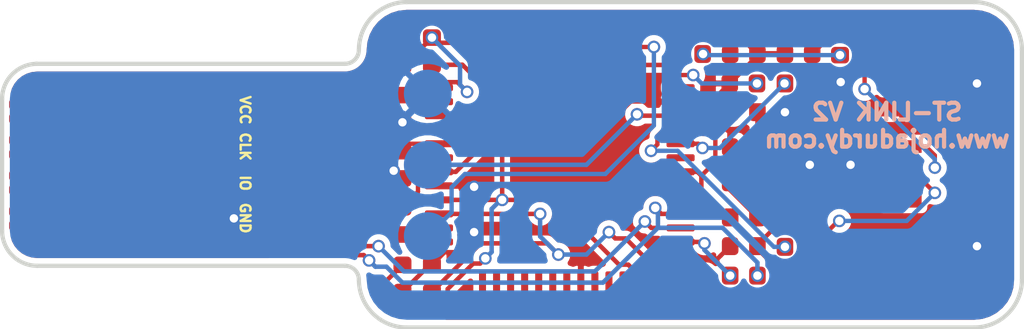
<source format=kicad_pcb>
(kicad_pcb (version 20171130) (host pcbnew "(5.0.0-3-g5ebb6b6)")

  (general
    (thickness 1.6)
    (drawings 19)
    (tracks 349)
    (zones 0)
    (modules 34)
    (nets 51)
  )

  (page A4)
  (layers
    (0 F.Cu signal)
    (31 B.Cu signal)
    (32 B.Adhes user)
    (33 F.Adhes user)
    (34 B.Paste user)
    (35 F.Paste user)
    (36 B.SilkS user)
    (37 F.SilkS user)
    (38 B.Mask user)
    (39 F.Mask user)
    (40 Dwgs.User user)
    (41 Cmts.User user)
    (42 Eco1.User user)
    (43 Eco2.User user)
    (44 Edge.Cuts user)
    (45 Margin user)
    (46 B.CrtYd user)
    (47 F.CrtYd user)
    (48 B.Fab user)
    (49 F.Fab user)
  )

  (setup
    (last_trace_width 0.155)
    (trace_clearance 0.155)
    (zone_clearance 0.508)
    (zone_45_only no)
    (trace_min 0.15)
    (segment_width 0.2)
    (edge_width 0.15)
    (via_size 0.45)
    (via_drill 0.3)
    (via_min_size 0.4)
    (via_min_drill 0.3)
    (uvia_size 0.3)
    (uvia_drill 0.1)
    (uvias_allowed no)
    (uvia_min_size 0.2)
    (uvia_min_drill 0.1)
    (pcb_text_width 0.3)
    (pcb_text_size 1.5 1.5)
    (mod_edge_width 0.15)
    (mod_text_size 1 1)
    (mod_text_width 0.15)
    (pad_size 8 0.33)
    (pad_drill 0)
    (pad_to_mask_clearance 0)
    (aux_axis_origin 0 0)
    (visible_elements FFFFFF7F)
    (pcbplotparams
      (layerselection 0x010fc_ffffffff)
      (usegerberextensions false)
      (usegerberattributes false)
      (usegerberadvancedattributes false)
      (creategerberjobfile false)
      (excludeedgelayer true)
      (linewidth 0.100000)
      (plotframeref false)
      (viasonmask false)
      (mode 1)
      (useauxorigin false)
      (hpglpennumber 1)
      (hpglpenspeed 20)
      (hpglpendiameter 15.000000)
      (psnegative false)
      (psa4output false)
      (plotreference true)
      (plotvalue true)
      (plotinvisibletext false)
      (padsonsilk false)
      (subtractmaskfromsilk false)
      (outputformat 1)
      (mirror false)
      (drillshape 1)
      (scaleselection 1)
      (outputdirectory ""))
  )

  (net 0 "")
  (net 1 GND)
  (net 2 "Net-(C1-Pad1)")
  (net 3 "Net-(C2-Pad1)")
  (net 4 +3V3)
  (net 5 "Net-(C5-Pad1)")
  (net 6 +5V)
  (net 7 "Net-(D1-Pad1)")
  (net 8 "Net-(D2-Pad2)")
  (net 9 "Net-(D3-Pad2)")
  (net 10 "Net-(J1-Pad2)")
  (net 11 "Net-(J1-Pad3)")
  (net 12 "Net-(J1-Pad4)")
  (net 13 "Net-(J2-Pad3)")
  (net 14 "Net-(J2-Pad2)")
  (net 15 SWCLK)
  (net 16 SWDIO)
  (net 17 USB_DM)
  (net 18 USB_DP)
  (net 19 LED_STLINK)
  (net 20 "Net-(R7-Pad1)")
  (net 21 "Net-(R10-Pad1)")
  (net 22 T_JTMS)
  (net 23 "Net-(R11-Pad1)")
  (net 24 T_JTCK)
  (net 25 "Net-(U1-Pad2)")
  (net 26 "Net-(U1-Pad3)")
  (net 27 "Net-(U1-Pad4)")
  (net 28 "Net-(U1-Pad11)")
  (net 29 "Net-(U1-Pad12)")
  (net 30 "Net-(U1-Pad13)")
  (net 31 "Net-(U1-Pad14)")
  (net 32 "Net-(U1-Pad15)")
  (net 33 "Net-(U1-Pad16)")
  (net 34 "Net-(U1-Pad17)")
  (net 35 "Net-(U1-Pad18)")
  (net 36 "Net-(U1-Pad19)")
  (net 37 "Net-(U1-Pad21)")
  (net 38 "Net-(U1-Pad22)")
  (net 39 "Net-(U1-Pad28)")
  (net 40 "Net-(U1-Pad29)")
  (net 41 "Net-(U1-Pad31)")
  (net 42 "Net-(U1-Pad38)")
  (net 43 "Net-(U1-Pad39)")
  (net 44 "Net-(U1-Pad40)")
  (net 45 "Net-(U1-Pad41)")
  (net 46 "Net-(U1-Pad42)")
  (net 47 "Net-(U1-Pad43)")
  (net 48 "Net-(U1-Pad45)")
  (net 49 "Net-(U1-Pad46)")
  (net 50 "Net-(U2-Pad4)")

  (net_class Default "This is the default net class."
    (clearance 0.155)
    (trace_width 0.155)
    (via_dia 0.45)
    (via_drill 0.3)
    (uvia_dia 0.3)
    (uvia_drill 0.1)
    (add_net +3V3)
    (add_net +5V)
    (add_net GND)
    (add_net LED_STLINK)
    (add_net "Net-(C1-Pad1)")
    (add_net "Net-(C2-Pad1)")
    (add_net "Net-(C5-Pad1)")
    (add_net "Net-(D1-Pad1)")
    (add_net "Net-(D2-Pad2)")
    (add_net "Net-(D3-Pad2)")
    (add_net "Net-(J1-Pad2)")
    (add_net "Net-(J1-Pad3)")
    (add_net "Net-(J1-Pad4)")
    (add_net "Net-(J2-Pad2)")
    (add_net "Net-(J2-Pad3)")
    (add_net "Net-(R10-Pad1)")
    (add_net "Net-(R11-Pad1)")
    (add_net "Net-(R7-Pad1)")
    (add_net "Net-(U1-Pad11)")
    (add_net "Net-(U1-Pad12)")
    (add_net "Net-(U1-Pad13)")
    (add_net "Net-(U1-Pad14)")
    (add_net "Net-(U1-Pad15)")
    (add_net "Net-(U1-Pad16)")
    (add_net "Net-(U1-Pad17)")
    (add_net "Net-(U1-Pad18)")
    (add_net "Net-(U1-Pad19)")
    (add_net "Net-(U1-Pad2)")
    (add_net "Net-(U1-Pad21)")
    (add_net "Net-(U1-Pad22)")
    (add_net "Net-(U1-Pad28)")
    (add_net "Net-(U1-Pad29)")
    (add_net "Net-(U1-Pad3)")
    (add_net "Net-(U1-Pad31)")
    (add_net "Net-(U1-Pad38)")
    (add_net "Net-(U1-Pad39)")
    (add_net "Net-(U1-Pad4)")
    (add_net "Net-(U1-Pad40)")
    (add_net "Net-(U1-Pad41)")
    (add_net "Net-(U1-Pad42)")
    (add_net "Net-(U1-Pad43)")
    (add_net "Net-(U1-Pad45)")
    (add_net "Net-(U1-Pad46)")
    (add_net "Net-(U2-Pad4)")
    (add_net SWCLK)
    (add_net SWDIO)
    (add_net T_JTCK)
    (add_net T_JTMS)
    (add_net USB_DM)
    (add_net USB_DP)
  )

  (module Connector_USB:USB_Micro-B_Molex_47346-0001 (layer F.Cu) (tedit 5BBE2DE8) (tstamp 5BC4DCCF)
    (at 105.9 99 90)
    (descr "Micro USB B receptable with flange, bottom-mount, SMD, right-angle (http://www.molex.com/pdm_docs/sd/473460001_sd.pdf)")
    (tags "Micro B USB SMD")
    (path /5BB97021)
    (attr smd)
    (fp_text reference J1 (at 0 -3.3 270) (layer F.SilkS) hide
      (effects (font (size 1 1) (thickness 0.15)))
    )
    (fp_text value USB_B_Micro (at 0 4.6 270) (layer F.Fab) hide
      (effects (font (size 1 1) (thickness 0.15)))
    )
    (pad 1 smd rect (at -1.3 -1.46 90) (size 0.45 1.38) (layers F.Cu F.Paste F.Mask)
      (net 6 +5V))
    (pad 2 smd rect (at -0.65 -1.46 90) (size 0.45 1.38) (layers F.Cu F.Paste F.Mask)
      (net 10 "Net-(J1-Pad2)"))
    (pad 3 smd rect (at 0 -1.46 90) (size 0.45 1.38) (layers F.Cu F.Paste F.Mask)
      (net 11 "Net-(J1-Pad3)"))
    (pad 4 smd rect (at 0.65 -1.46 90) (size 0.45 1.38) (layers F.Cu F.Paste F.Mask)
      (net 12 "Net-(J1-Pad4)"))
    (pad 5 smd rect (at 1.3 -1.46 90) (size 0.45 1.38) (layers F.Cu F.Paste F.Mask)
      (net 1 GND))
    (pad 6 smd roundrect (at -3.375 -1.425 90) (size 1.5 1.5) (layers F.Cu F.Paste F.Mask) (roundrect_rratio 0.25)
      (net 1 GND))
    (pad 6 smd roundrect (at 3.35 -1.4 90) (size 1.5 1.5) (layers F.Cu F.Paste F.Mask) (roundrect_rratio 0.25)
      (net 1 GND))
    (pad 6 smd roundrect (at -2.91 1.2 90) (size 2.375 1.9) (layers F.Cu F.Paste F.Mask) (roundrect_rratio 0.25)
      (net 1 GND))
    (pad 6 smd roundrect (at 2.91 1.2 90) (size 2.375 1.9) (layers F.Cu F.Paste F.Mask) (roundrect_rratio 0.25)
      (net 1 GND))
    (pad 6 smd roundrect (at -0.84 1.2 90) (size 1.175 1.9) (layers F.Cu F.Paste F.Mask) (roundrect_rratio 0.25)
      (net 1 GND))
    (pad 6 smd roundrect (at 0.84 1.2 90) (size 1.175 1.9) (layers F.Cu F.Paste F.Mask) (roundrect_rratio 0.25)
      (net 1 GND))
    (model ${KISYS3DMOD}/Connector_USB.3dshapes/USB_Micro-B_Molex_47346-0001.wrl
      (at (xyz 0 0 0))
      (scale (xyz 1 1 1))
      (rotate (xyz 0 0 0))
    )
  )

  (module LED_SMD:LED_0402_1005Metric (layer F.Cu) (tedit 5BBD9687) (tstamp 5BC9AE72)
    (at 98.8 99.625)
    (descr "LED SMD 0402 (1005 Metric), square (rectangular) end terminal, IPC_7351 nominal, (Body size source: http://www.tortai-tech.com/upload/download/2011102023233369053.pdf), generated with kicad-footprint-generator")
    (tags LED)
    (path /5BB8BFA9)
    (attr smd)
    (fp_text reference D1 (at 0 -1.17) (layer F.SilkS) hide
      (effects (font (size 1 1) (thickness 0.15)))
    )
    (fp_text value GREEN (at 0 1.17) (layer F.Fab) hide
      (effects (font (size 1 1) (thickness 0.15)))
    )
    (fp_line (start -0.5 0.25) (end -0.5 -0.25) (layer F.Fab) (width 0.1))
    (fp_line (start 0.5 -0.25) (end 0.5 0.25) (layer F.Fab) (width 0.1))
    (fp_line (start -0.4 0.25) (end -0.4 -0.25) (layer F.Fab) (width 0.1))
    (fp_line (start -0.3 0.25) (end -0.3 -0.25) (layer F.Fab) (width 0.1))
    (pad 1 smd roundrect (at -0.485 0) (size 0.59 0.64) (layers F.Cu F.Paste F.Mask) (roundrect_rratio 0.25)
      (net 7 "Net-(D1-Pad1)"))
    (pad 2 smd roundrect (at 0.485 0) (size 0.59 0.64) (layers F.Cu F.Paste F.Mask) (roundrect_rratio 0.25)
      (net 4 +3V3))
    (model ${KISYS3DMOD}/LED_SMD.3dshapes/LED_0402_1005Metric.wrl
      (at (xyz 0 0 0))
      (scale (xyz 1 1 1))
      (rotate (xyz 0 0 0))
    )
  )

  (module LED_SMD:LED_0402_1005Metric (layer F.Cu) (tedit 5BBD966D) (tstamp 5BC9AE84)
    (at 98.8 98.375)
    (descr "LED SMD 0402 (1005 Metric), square (rectangular) end terminal, IPC_7351 nominal, (Body size source: http://www.tortai-tech.com/upload/download/2011102023233369053.pdf), generated with kicad-footprint-generator")
    (tags LED)
    (path /5BB8C022)
    (attr smd)
    (fp_text reference D2 (at 0 -1.17) (layer F.SilkS) hide
      (effects (font (size 1 1) (thickness 0.15)))
    )
    (fp_text value RED (at 0 1.17) (layer F.Fab) hide
      (effects (font (size 1 1) (thickness 0.15)))
    )
    (fp_line (start -0.3 0.25) (end -0.3 -0.25) (layer F.Fab) (width 0.1))
    (fp_line (start -0.4 0.25) (end -0.4 -0.25) (layer F.Fab) (width 0.1))
    (pad 2 smd roundrect (at 0.485 0) (size 0.59 0.64) (layers F.Cu F.Paste F.Mask) (roundrect_rratio 0.25)
      (net 8 "Net-(D2-Pad2)"))
    (pad 1 smd roundrect (at -0.485 0) (size 0.59 0.64) (layers F.Cu F.Paste F.Mask) (roundrect_rratio 0.25)
      (net 1 GND))
    (model ${KISYS3DMOD}/LED_SMD.3dshapes/LED_0402_1005Metric.wrl
      (at (xyz 0 0 0))
      (scale (xyz 1 1 1))
      (rotate (xyz 0 0 0))
    )
  )

  (module Capacitor_SMD:C_0402_1005Metric (layer F.Cu) (tedit 5BB8DFA2) (tstamp 5BC4DC76)
    (at 102.225 102.45 90)
    (descr "Capacitor SMD 0402 (1005 Metric), square (rectangular) end terminal, IPC_7351 nominal, (Body size source: http://www.tortai-tech.com/upload/download/2011102023233369053.pdf), generated with kicad-footprint-generator")
    (tags capacitor)
    (path /5BC7D855)
    (attr smd)
    (fp_text reference C10 (at 0 -1.17 90) (layer F.SilkS) hide
      (effects (font (size 1 1) (thickness 0.15)))
    )
    (fp_text value 10nF (at 0 1.17 90) (layer F.Fab) hide
      (effects (font (size 1 1) (thickness 0.15)))
    )
    (pad 1 smd roundrect (at -0.485 0 90) (size 0.59 0.64) (layers F.Cu F.Paste F.Mask) (roundrect_rratio 0.25)
      (net 4 +3V3))
    (pad 2 smd roundrect (at 0.485 0 90) (size 0.59 0.64) (layers F.Cu F.Paste F.Mask) (roundrect_rratio 0.25)
      (net 1 GND))
    (model ${KISYS3DMOD}/Capacitor_SMD.3dshapes/C_0402_1005Metric.wrl
      (at (xyz 0 0 0))
      (scale (xyz 1 1 1))
      (rotate (xyz 0 0 0))
    )
  )

  (module LED_SMD:LED_0402_1005Metric (layer F.Cu) (tedit 5BBD94EF) (tstamp 5BC9AF55)
    (at 102.225 95.575 90)
    (descr "LED SMD 0402 (1005 Metric), square (rectangular) end terminal, IPC_7351 nominal, (Body size source: http://www.tortai-tech.com/upload/download/2011102023233369053.pdf), generated with kicad-footprint-generator")
    (tags LED)
    (path /5BC5C624)
    (attr smd)
    (fp_text reference D3 (at 0 -1.17 90) (layer F.SilkS) hide
      (effects (font (size 1 1) (thickness 0.15)))
    )
    (fp_text value GREEN (at 0 1.17 90) (layer F.Fab) hide
      (effects (font (size 1 1) (thickness 0.15)))
    )
    (fp_line (start -0.4 0.25) (end -0.4 -0.25) (layer F.Fab) (width 0.1))
    (fp_line (start -0.3 0.25) (end -0.3 -0.25) (layer F.Fab) (width 0.1))
    (pad 1 smd roundrect (at -0.485 0 90) (size 0.59 0.64) (layers F.Cu F.Paste F.Mask) (roundrect_rratio 0.25)
      (net 1 GND))
    (pad 2 smd roundrect (at 0.485 0 90) (size 0.59 0.64) (layers F.Cu F.Paste F.Mask) (roundrect_rratio 0.25)
      (net 9 "Net-(D3-Pad2)"))
    (model ${KISYS3DMOD}/LED_SMD.3dshapes/LED_0402_1005Metric.wrl
      (at (xyz 0 0 0))
      (scale (xyz 1 1 1))
      (rotate (xyz 0 0 0))
    )
  )

  (module Resistor_SMD:R_0402_1005Metric (layer F.Cu) (tedit 5BB8E77E) (tstamp 5BC4DD32)
    (at 100.75 95.05)
    (descr "Resistor SMD 0402 (1005 Metric), square (rectangular) end terminal, IPC_7351 nominal, (Body size source: http://www.tortai-tech.com/upload/download/2011102023233369053.pdf), generated with kicad-footprint-generator")
    (tags resistor)
    (path /5BB8B627)
    (attr smd)
    (fp_text reference R4 (at 0 -1.17) (layer F.SilkS) hide
      (effects (font (size 1 1) (thickness 0.15)))
    )
    (fp_text value 100K (at 0 1.17) (layer F.Fab) hide
      (effects (font (size 1 1) (thickness 0.15)))
    )
    (pad 2 smd roundrect (at 0.485 0) (size 0.59 0.64) (layers F.Cu F.Paste F.Mask) (roundrect_rratio 0.25)
      (net 12 "Net-(J1-Pad4)"))
    (pad 1 smd roundrect (at -0.485 0) (size 0.59 0.64) (layers F.Cu F.Paste F.Mask) (roundrect_rratio 0.25)
      (net 1 GND))
    (model ${KISYS3DMOD}/Resistor_SMD.3dshapes/R_0402_1005Metric.wrl
      (at (xyz 0 0 0))
      (scale (xyz 1 1 1))
      (rotate (xyz 0 0 0))
    )
  )

  (module Connector_PinSocket_2.54mm:PinSocket_1x03_P2.54mm_Vertical (layer B.Cu) (tedit 5BB8E717) (tstamp 5BC4DCF6)
    (at 87.55 101.54)
    (descr "Through hole straight socket strip, 1x03, 2.54mm pitch, single row (from Kicad 4.0.7), script generated")
    (tags "Through hole socket strip THT 1x03 2.54mm single row")
    (path /5BBC8414)
    (fp_text reference J3 (at 0 2.77) (layer B.SilkS) hide
      (effects (font (size 1 1) (thickness 0.15)) (justify mirror))
    )
    (fp_text value FW (at 0 -7.85) (layer B.Fab) hide
      (effects (font (size 1 1) (thickness 0.15)) (justify mirror))
    )
    (pad 1 smd circle (at 0 0) (size 1.7 1.7) (layers B.Cu B.Paste B.Mask)
      (net 15 SWCLK))
    (pad 2 smd circle (at 0 -2.54) (size 1.7 1.7) (layers B.Cu B.Paste B.Mask)
      (net 16 SWDIO))
    (pad 3 smd circle (at 0 -5.08) (size 1.7 1.7) (layers B.Cu B.Paste B.Mask)
      (net 1 GND))
    (model ${KISYS3DMOD}/Connector_PinSocket_2.54mm.3dshapes/PinSocket_1x03_P2.54mm_Vertical.wrl
      (at (xyz 0 0 0))
      (scale (xyz 1 1 1))
      (rotate (xyz 0 0 0))
    )
  )

  (module Resistor_SMD:R_0402_1005Metric (layer F.Cu) (tedit 5BB8E6DA) (tstamp 5BC4DDC8)
    (at 96.85 95.05 180)
    (descr "Resistor SMD 0402 (1005 Metric), square (rectangular) end terminal, IPC_7351 nominal, (Body size source: http://www.tortai-tech.com/upload/download/2011102023233369053.pdf), generated with kicad-footprint-generator")
    (tags resistor)
    (path /5BC60F71)
    (attr smd)
    (fp_text reference R14 (at 0 -1.17 180) (layer F.SilkS) hide
      (effects (font (size 1 1) (thickness 0.15)))
    )
    (fp_text value 1K (at 0 1.17 180) (layer F.Fab) hide
      (effects (font (size 1 1) (thickness 0.15)))
    )
    (pad 1 smd roundrect (at -0.485 0 180) (size 0.59 0.64) (layers F.Cu F.Paste F.Mask) (roundrect_rratio 0.25)
      (net 9 "Net-(D3-Pad2)"))
    (pad 2 smd roundrect (at 0.485 0 180) (size 0.59 0.64) (layers F.Cu F.Paste F.Mask) (roundrect_rratio 0.25)
      (net 4 +3V3))
    (model ${KISYS3DMOD}/Resistor_SMD.3dshapes/R_0402_1005Metric.wrl
      (at (xyz 0 0 0))
      (scale (xyz 1 1 1))
      (rotate (xyz 0 0 0))
    )
  )

  (module Resistor_SMD:R_0402_1005Metric (layer F.Cu) (tedit 5BB8E6B1) (tstamp 5BC4DD05)
    (at 100.75 102.975)
    (descr "Resistor SMD 0402 (1005 Metric), square (rectangular) end terminal, IPC_7351 nominal, (Body size source: http://www.tortai-tech.com/upload/download/2011102023233369053.pdf), generated with kicad-footprint-generator")
    (tags resistor)
    (path /5BB8B60B)
    (attr smd)
    (fp_text reference R1 (at 0 -1.17) (layer F.SilkS) hide
      (effects (font (size 1 1) (thickness 0.15)))
    )
    (fp_text value 1.5K (at 0 1.17) (layer F.Fab) hide
      (effects (font (size 1 1) (thickness 0.15)))
    )
    (pad 1 smd roundrect (at -0.485 0) (size 0.59 0.64) (layers F.Cu F.Paste F.Mask) (roundrect_rratio 0.25)
      (net 4 +3V3))
    (pad 2 smd roundrect (at 0.485 0) (size 0.59 0.64) (layers F.Cu F.Paste F.Mask) (roundrect_rratio 0.25)
      (net 10 "Net-(J1-Pad2)"))
    (model ${KISYS3DMOD}/Resistor_SMD.3dshapes/R_0402_1005Metric.wrl
      (at (xyz 0 0 0))
      (scale (xyz 1 1 1))
      (rotate (xyz 0 0 0))
    )
  )

  (module Resistor_SMD:R_0402_1005Metric (layer F.Cu) (tedit 5BB8E5CB) (tstamp 5BC4DD5F)
    (at 96.85 103)
    (descr "Resistor SMD 0402 (1005 Metric), square (rectangular) end terminal, IPC_7351 nominal, (Body size source: http://www.tortai-tech.com/upload/download/2011102023233369053.pdf), generated with kicad-footprint-generator")
    (tags resistor)
    (path /5BB929C8)
    (attr smd)
    (fp_text reference R7 (at 0 -1.17) (layer F.SilkS) hide
      (effects (font (size 1 1) (thickness 0.15)))
    )
    (fp_text value 4.7K (at 0 1.17) (layer F.Fab) hide
      (effects (font (size 1 1) (thickness 0.15)))
    )
    (pad 2 smd roundrect (at 0.485 0) (size 0.59 0.64) (layers F.Cu F.Paste F.Mask) (roundrect_rratio 0.25)
      (net 4 +3V3))
    (pad 1 smd roundrect (at -0.485 0) (size 0.59 0.64) (layers F.Cu F.Paste F.Mask) (roundrect_rratio 0.25)
      (net 20 "Net-(R7-Pad1)"))
    (model ${KISYS3DMOD}/Resistor_SMD.3dshapes/R_0402_1005Metric.wrl
      (at (xyz 0 0 0))
      (scale (xyz 1 1 1))
      (rotate (xyz 0 0 0))
    )
  )

  (module Resistor_SMD:R_0402_1005Metric (layer F.Cu) (tedit 5BB8E55F) (tstamp 5BC4DD6E)
    (at 87.7 103.05 90)
    (descr "Resistor SMD 0402 (1005 Metric), square (rectangular) end terminal, IPC_7351 nominal, (Body size source: http://www.tortai-tech.com/upload/download/2011102023233369053.pdf), generated with kicad-footprint-generator")
    (tags resistor)
    (path /5BB92A1B)
    (attr smd)
    (fp_text reference R8 (at 0 -1.17 90) (layer F.SilkS) hide
      (effects (font (size 1 1) (thickness 0.15)))
    )
    (fp_text value 4.7K (at 0 1.17 90) (layer F.Fab) hide
      (effects (font (size 1 1) (thickness 0.15)))
    )
    (pad 1 smd roundrect (at -0.485 0 90) (size 0.59 0.64) (layers F.Cu F.Paste F.Mask) (roundrect_rratio 0.25)
      (net 20 "Net-(R7-Pad1)"))
    (pad 2 smd roundrect (at 0.485 0 90) (size 0.59 0.64) (layers F.Cu F.Paste F.Mask) (roundrect_rratio 0.25)
      (net 1 GND))
    (model ${KISYS3DMOD}/Resistor_SMD.3dshapes/R_0402_1005Metric.wrl
      (at (xyz 0 0 0))
      (scale (xyz 1 1 1))
      (rotate (xyz 0 0 0))
    )
  )

  (module Resistor_SMD:R_0402_1005Metric (layer F.Cu) (tedit 5BB8E4D9) (tstamp 5BC4DD23)
    (at 100.75 101.925)
    (descr "Resistor SMD 0402 (1005 Metric), square (rectangular) end terminal, IPC_7351 nominal, (Body size source: http://www.tortai-tech.com/upload/download/2011102023233369053.pdf), generated with kicad-footprint-generator")
    (tags resistor)
    (path /5BB8B5DF)
    (attr smd)
    (fp_text reference R3 (at 0 -1.17) (layer F.SilkS) hide
      (effects (font (size 1 1) (thickness 0.15)))
    )
    (fp_text value 22 (at 0 1.17) (layer F.Fab) hide
      (effects (font (size 1 1) (thickness 0.15)))
    )
    (pad 2 smd roundrect (at 0.485 0) (size 0.59 0.64) (layers F.Cu F.Paste F.Mask) (roundrect_rratio 0.25)
      (net 10 "Net-(J1-Pad2)"))
    (pad 1 smd roundrect (at -0.485 0) (size 0.59 0.64) (layers F.Cu F.Paste F.Mask) (roundrect_rratio 0.25)
      (net 18 USB_DP))
    (model ${KISYS3DMOD}/Resistor_SMD.3dshapes/R_0402_1005Metric.wrl
      (at (xyz 0 0 0))
      (scale (xyz 1 1 1))
      (rotate (xyz 0 0 0))
    )
  )

  (module Resistor_SMD:R_0402_1005Metric (layer F.Cu) (tedit 5BB8E4A9) (tstamp 5BC4DD9B)
    (at 98.8 102.95)
    (descr "Resistor SMD 0402 (1005 Metric), square (rectangular) end terminal, IPC_7351 nominal, (Body size source: http://www.tortai-tech.com/upload/download/2011102023233369053.pdf), generated with kicad-footprint-generator")
    (tags resistor)
    (path /5BBF4CDB)
    (attr smd)
    (fp_text reference R11 (at 0 -1.17) (layer F.SilkS) hide
      (effects (font (size 1 1) (thickness 0.15)))
    )
    (fp_text value 100 (at 0 1.17) (layer F.Fab) hide
      (effects (font (size 1 1) (thickness 0.15)))
    )
    (pad 2 smd roundrect (at 0.485 0) (size 0.59 0.64) (layers F.Cu F.Paste F.Mask) (roundrect_rratio 0.25)
      (net 22 T_JTMS))
    (pad 1 smd roundrect (at -0.485 0) (size 0.59 0.64) (layers F.Cu F.Paste F.Mask) (roundrect_rratio 0.25)
      (net 23 "Net-(R11-Pad1)"))
    (model ${KISYS3DMOD}/Resistor_SMD.3dshapes/R_0402_1005Metric.wrl
      (at (xyz 0 0 0))
      (scale (xyz 1 1 1))
      (rotate (xyz 0 0 0))
    )
  )

  (module Resistor_SMD:R_0402_1005Metric (layer F.Cu) (tedit 5BB8E440) (tstamp 5BC4DD14)
    (at 100.75 96.1)
    (descr "Resistor SMD 0402 (1005 Metric), square (rectangular) end terminal, IPC_7351 nominal, (Body size source: http://www.tortai-tech.com/upload/download/2011102023233369053.pdf), generated with kicad-footprint-generator")
    (tags resistor)
    (path /5BB8B4B2)
    (attr smd)
    (fp_text reference R2 (at 0 -1.17) (layer F.SilkS) hide
      (effects (font (size 1 1) (thickness 0.15)))
    )
    (fp_text value 22 (at 0 1.17) (layer F.Fab) hide
      (effects (font (size 1 1) (thickness 0.15)))
    )
    (pad 1 smd roundrect (at -0.485 0) (size 0.59 0.64) (layers F.Cu F.Paste F.Mask) (roundrect_rratio 0.25)
      (net 17 USB_DM))
    (pad 2 smd roundrect (at 0.485 0) (size 0.59 0.64) (layers F.Cu F.Paste F.Mask) (roundrect_rratio 0.25)
      (net 11 "Net-(J1-Pad3)"))
    (model ${KISYS3DMOD}/Resistor_SMD.3dshapes/R_0402_1005Metric.wrl
      (at (xyz 0 0 0))
      (scale (xyz 1 1 1))
      (rotate (xyz 0 0 0))
    )
  )

  (module Resistor_SMD:R_0402_1005Metric (layer F.Cu) (tedit 5BB8E208) (tstamp 5BC4DDB9)
    (at 81.65 100.575 90)
    (descr "Resistor SMD 0402 (1005 Metric), square (rectangular) end terminal, IPC_7351 nominal, (Body size source: http://www.tortai-tech.com/upload/download/2011102023233369053.pdf), generated with kicad-footprint-generator")
    (tags resistor)
    (path /5BC2904A)
    (attr smd)
    (fp_text reference R13 (at 0 -1.17 90) (layer F.SilkS) hide
      (effects (font (size 1 1) (thickness 0.15)))
    )
    (fp_text value 22 (at 0 1.17 90) (layer F.Fab) hide
      (effects (font (size 1 1) (thickness 0.15)))
    )
    (pad 1 smd roundrect (at -0.485 0 90) (size 0.59 0.64) (layers F.Cu F.Paste F.Mask) (roundrect_rratio 0.25)
      (net 22 T_JTMS))
    (pad 2 smd roundrect (at 0.485 0 90) (size 0.59 0.64) (layers F.Cu F.Paste F.Mask) (roundrect_rratio 0.25)
      (net 13 "Net-(J2-Pad3)"))
    (model ${KISYS3DMOD}/Resistor_SMD.3dshapes/R_0402_1005Metric.wrl
      (at (xyz 0 0 0))
      (scale (xyz 1 1 1))
      (rotate (xyz 0 0 0))
    )
  )

  (module Resistor_SMD:R_0402_1005Metric (layer F.Cu) (tedit 5BB8E16A) (tstamp 5BC4DDAA)
    (at 81.65 97.475 270)
    (descr "Resistor SMD 0402 (1005 Metric), square (rectangular) end terminal, IPC_7351 nominal, (Body size source: http://www.tortai-tech.com/upload/download/2011102023233369053.pdf), generated with kicad-footprint-generator")
    (tags resistor)
    (path /5BC290A2)
    (attr smd)
    (fp_text reference R12 (at 0 -1.17 270) (layer F.SilkS) hide
      (effects (font (size 1 1) (thickness 0.15)))
    )
    (fp_text value 22 (at 0 1.17 270) (layer F.Fab) hide
      (effects (font (size 1 1) (thickness 0.15)))
    )
    (pad 2 smd roundrect (at 0.485 0 270) (size 0.59 0.64) (layers F.Cu F.Paste F.Mask) (roundrect_rratio 0.25)
      (net 14 "Net-(J2-Pad2)"))
    (pad 1 smd roundrect (at -0.485 0 270) (size 0.59 0.64) (layers F.Cu F.Paste F.Mask) (roundrect_rratio 0.25)
      (net 24 T_JTCK))
    (model ${KISYS3DMOD}/Resistor_SMD.3dshapes/R_0402_1005Metric.wrl
      (at (xyz 0 0 0))
      (scale (xyz 1 1 1))
      (rotate (xyz 0 0 0))
    )
  )

  (module Resistor_SMD:R_0402_1005Metric (layer F.Cu) (tedit 5BB8E100) (tstamp 5BC4DD7D)
    (at 87.7 94.95 270)
    (descr "Resistor SMD 0402 (1005 Metric), square (rectangular) end terminal, IPC_7351 nominal, (Body size source: http://www.tortai-tech.com/upload/download/2011102023233369053.pdf), generated with kicad-footprint-generator")
    (tags resistor)
    (path /5BBA407D)
    (attr smd)
    (fp_text reference R9 (at 0 -1.17 270) (layer F.SilkS) hide
      (effects (font (size 1 1) (thickness 0.15)))
    )
    (fp_text value 100K (at 0 1.17 270) (layer F.Fab) hide
      (effects (font (size 1 1) (thickness 0.15)))
    )
    (pad 2 smd roundrect (at 0.485 0 270) (size 0.59 0.64) (layers F.Cu F.Paste F.Mask) (roundrect_rratio 0.25)
      (net 5 "Net-(C5-Pad1)"))
    (pad 1 smd roundrect (at -0.485 0 270) (size 0.59 0.64) (layers F.Cu F.Paste F.Mask) (roundrect_rratio 0.25)
      (net 4 +3V3))
    (model ${KISYS3DMOD}/Resistor_SMD.3dshapes/R_0402_1005Metric.wrl
      (at (xyz 0 0 0))
      (scale (xyz 1 1 1))
      (rotate (xyz 0 0 0))
    )
  )

  (module Resistor_SMD:R_0402_1005Metric (layer F.Cu) (tedit 5BB8E09E) (tstamp 5BC4DD8C)
    (at 98.8 95.05)
    (descr "Resistor SMD 0402 (1005 Metric), square (rectangular) end terminal, IPC_7351 nominal, (Body size source: http://www.tortai-tech.com/upload/download/2011102023233369053.pdf), generated with kicad-footprint-generator")
    (tags resistor)
    (path /5BBA6FFA)
    (attr smd)
    (fp_text reference R10 (at 0 -1.17) (layer F.SilkS) hide
      (effects (font (size 1 1) (thickness 0.15)))
    )
    (fp_text value 100K (at 0 1.17) (layer F.Fab) hide
      (effects (font (size 1 1) (thickness 0.15)))
    )
    (pad 1 smd roundrect (at -0.485 0) (size 0.59 0.64) (layers F.Cu F.Paste F.Mask) (roundrect_rratio 0.25)
      (net 21 "Net-(R10-Pad1)"))
    (pad 2 smd roundrect (at 0.485 0) (size 0.59 0.64) (layers F.Cu F.Paste F.Mask) (roundrect_rratio 0.25)
      (net 1 GND))
    (model ${KISYS3DMOD}/Resistor_SMD.3dshapes/R_0402_1005Metric.wrl
      (at (xyz 0 0 0))
      (scale (xyz 1 1 1))
      (rotate (xyz 0 0 0))
    )
  )

  (module Capacitor_SMD:C_0402_1005Metric (layer F.Cu) (tedit 5BB8DFBE) (tstamp 5BC4DC67)
    (at 100.75 100.875)
    (descr "Capacitor SMD 0402 (1005 Metric), square (rectangular) end terminal, IPC_7351 nominal, (Body size source: http://www.tortai-tech.com/upload/download/2011102023233369053.pdf), generated with kicad-footprint-generator")
    (tags capacitor)
    (path /5BC430E0)
    (attr smd)
    (fp_text reference C9 (at 0 -1.17) (layer F.SilkS) hide
      (effects (font (size 1 1) (thickness 0.15)))
    )
    (fp_text value 100nF (at 0 1.17) (layer F.Fab) hide
      (effects (font (size 1 1) (thickness 0.15)))
    )
    (pad 2 smd roundrect (at 0.485 0) (size 0.59 0.64) (layers F.Cu F.Paste F.Mask) (roundrect_rratio 0.25)
      (net 1 GND))
    (pad 1 smd roundrect (at -0.485 0) (size 0.59 0.64) (layers F.Cu F.Paste F.Mask) (roundrect_rratio 0.25)
      (net 4 +3V3))
    (model ${KISYS3DMOD}/Capacitor_SMD.3dshapes/C_0402_1005Metric.wrl
      (at (xyz 0 0 0))
      (scale (xyz 1 1 1))
      (rotate (xyz 0 0 0))
    )
  )

  (module Capacitor_SMD:C_0402_1005Metric (layer F.Cu) (tedit 5BB8DF5E) (tstamp 5BC4E9FE)
    (at 100.75 97.125 180)
    (descr "Capacitor SMD 0402 (1005 Metric), square (rectangular) end terminal, IPC_7351 nominal, (Body size source: http://www.tortai-tech.com/upload/download/2011102023233369053.pdf), generated with kicad-footprint-generator")
    (tags capacitor)
    (path /5BC4308B)
    (attr smd)
    (fp_text reference C8 (at 0 -1.17 180) (layer F.SilkS) hide
      (effects (font (size 1 1) (thickness 0.15)))
    )
    (fp_text value 100nF (at 0 1.17 180) (layer F.Fab) hide
      (effects (font (size 1 1) (thickness 0.15)))
    )
    (pad 1 smd roundrect (at -0.485 0 180) (size 0.59 0.64) (layers F.Cu F.Paste F.Mask) (roundrect_rratio 0.25)
      (net 6 +5V))
    (pad 2 smd roundrect (at 0.485 0 180) (size 0.59 0.64) (layers F.Cu F.Paste F.Mask) (roundrect_rratio 0.25)
      (net 1 GND))
    (model ${KISYS3DMOD}/Capacitor_SMD.3dshapes/C_0402_1005Metric.wrl
      (at (xyz 0 0 0))
      (scale (xyz 1 1 1))
      (rotate (xyz 0 0 0))
    )
  )

  (module Package_TO_SOT_SMD:SOT-23-5 (layer F.Cu) (tedit 5BB8DB81) (tstamp 5BC4DE34)
    (at 101.5 99 180)
    (descr "5-pin SOT23 package")
    (tags SOT-23-5)
    (path /5BC42F0B)
    (attr smd)
    (fp_text reference U2 (at 0 -2.9 180) (layer F.SilkS) hide
      (effects (font (size 1 1) (thickness 0.15)))
    )
    (fp_text value TLV73333 (at 0 2.9 180) (layer F.Fab) hide
      (effects (font (size 1 1) (thickness 0.15)))
    )
    (pad 1 smd rect (at -1.1 -0.95 180) (size 1.06 0.65) (layers F.Cu F.Paste F.Mask)
      (net 6 +5V))
    (pad 2 smd rect (at -1.1 0 180) (size 1.06 0.65) (layers F.Cu F.Paste F.Mask)
      (net 1 GND))
    (pad 3 smd rect (at -1.1 0.95 180) (size 1.06 0.65) (layers F.Cu F.Paste F.Mask)
      (net 6 +5V))
    (pad 4 smd rect (at 1.1 0.95 180) (size 1.06 0.65) (layers F.Cu F.Paste F.Mask)
      (net 50 "Net-(U2-Pad4)"))
    (pad 5 smd rect (at 1.1 -0.95 180) (size 1.06 0.65) (layers F.Cu F.Paste F.Mask)
      (net 4 +3V3))
    (model ${KISYS3DMOD}/Package_TO_SOT_SMD.3dshapes/SOT-23-5.wrl
      (at (xyz 0 0 0))
      (scale (xyz 1 1 1))
      (rotate (xyz 0 0 0))
    )
  )

  (module Capacitor_SMD:C_0402_1005Metric (layer F.Cu) (tedit 5BB8D9B3) (tstamp 5BC4DC2B)
    (at 86.65 97 270)
    (descr "Capacitor SMD 0402 (1005 Metric), square (rectangular) end terminal, IPC_7351 nominal, (Body size source: http://www.tortai-tech.com/upload/download/2011102023233369053.pdf), generated with kicad-footprint-generator")
    (tags capacitor)
    (path /5BBA298E)
    (attr smd)
    (fp_text reference C5 (at 0 -1.17 270) (layer F.SilkS) hide
      (effects (font (size 1 1) (thickness 0.15)))
    )
    (fp_text value 100nF (at 0 1.17 270) (layer F.Fab) hide
      (effects (font (size 1 1) (thickness 0.15)))
    )
    (pad 2 smd roundrect (at 0.485 0 270) (size 0.59 0.64) (layers F.Cu F.Paste F.Mask) (roundrect_rratio 0.25)
      (net 1 GND))
    (pad 1 smd roundrect (at -0.485 0 270) (size 0.59 0.64) (layers F.Cu F.Paste F.Mask) (roundrect_rratio 0.25)
      (net 5 "Net-(C5-Pad1)"))
    (model ${KISYS3DMOD}/Capacitor_SMD.3dshapes/C_0402_1005Metric.wrl
      (at (xyz 0 0 0))
      (scale (xyz 1 1 1))
      (rotate (xyz 0 0 0))
    )
  )

  (module Capacitor_SMD:C_0402_1005Metric (layer F.Cu) (tedit 5BB8D8D1) (tstamp 5BC4DC1C)
    (at 86.65 103.05 270)
    (descr "Capacitor SMD 0402 (1005 Metric), square (rectangular) end terminal, IPC_7351 nominal, (Body size source: http://www.tortai-tech.com/upload/download/2011102023233369053.pdf), generated with kicad-footprint-generator")
    (tags capacitor)
    (path /5BB9DEAD)
    (attr smd)
    (fp_text reference C4 (at 0 -1.17 270) (layer F.SilkS) hide
      (effects (font (size 1 1) (thickness 0.15)))
    )
    (fp_text value 100nF (at 0 1.17 270) (layer F.Fab) hide
      (effects (font (size 1 1) (thickness 0.15)))
    )
    (pad 2 smd roundrect (at 0.485 0 270) (size 0.59 0.64) (layers F.Cu F.Paste F.Mask) (roundrect_rratio 0.25)
      (net 1 GND))
    (pad 1 smd roundrect (at -0.485 0 270) (size 0.59 0.64) (layers F.Cu F.Paste F.Mask) (roundrect_rratio 0.25)
      (net 4 +3V3))
    (model ${KISYS3DMOD}/Capacitor_SMD.3dshapes/C_0402_1005Metric.wrl
      (at (xyz 0 0 0))
      (scale (xyz 1 1 1))
      (rotate (xyz 0 0 0))
    )
  )

  (module Capacitor_SMD:C_0402_1005Metric (layer F.Cu) (tedit 5BB8D883) (tstamp 5BC4DC0D)
    (at 98.8 101.9 180)
    (descr "Capacitor SMD 0402 (1005 Metric), square (rectangular) end terminal, IPC_7351 nominal, (Body size source: http://www.tortai-tech.com/upload/download/2011102023233369053.pdf), generated with kicad-footprint-generator")
    (tags capacitor)
    (path /5BB9926A)
    (attr smd)
    (fp_text reference C3 (at 0 -1.17 180) (layer F.SilkS) hide
      (effects (font (size 1 1) (thickness 0.15)))
    )
    (fp_text value 100nF (at 0 1.17 180) (layer F.Fab) hide
      (effects (font (size 1 1) (thickness 0.15)))
    )
    (pad 2 smd roundrect (at 0.485 0 180) (size 0.59 0.64) (layers F.Cu F.Paste F.Mask) (roundrect_rratio 0.25)
      (net 1 GND))
    (pad 1 smd roundrect (at -0.485 0 180) (size 0.59 0.64) (layers F.Cu F.Paste F.Mask) (roundrect_rratio 0.25)
      (net 4 +3V3))
    (model ${KISYS3DMOD}/Capacitor_SMD.3dshapes/C_0402_1005Metric.wrl
      (at (xyz 0 0 0))
      (scale (xyz 1 1 1))
      (rotate (xyz 0 0 0))
    )
  )

  (module Capacitor_SMD:C_0402_1005Metric (layer F.Cu) (tedit 5BB8D7F5) (tstamp 5BC4DC3A)
    (at 86.65 94.95 90)
    (descr "Capacitor SMD 0402 (1005 Metric), square (rectangular) end terminal, IPC_7351 nominal, (Body size source: http://www.tortai-tech.com/upload/download/2011102023233369053.pdf), generated with kicad-footprint-generator")
    (tags capacitor)
    (path /5BBB4A8D)
    (attr smd)
    (fp_text reference C6 (at 0 -1.17 90) (layer F.SilkS) hide
      (effects (font (size 1 1) (thickness 0.15)))
    )
    (fp_text value 100nF (at 0 1.17 90) (layer F.Fab) hide
      (effects (font (size 1 1) (thickness 0.15)))
    )
    (pad 1 smd roundrect (at -0.485 0 90) (size 0.59 0.64) (layers F.Cu F.Paste F.Mask) (roundrect_rratio 0.25)
      (net 4 +3V3))
    (pad 2 smd roundrect (at 0.485 0 90) (size 0.59 0.64) (layers F.Cu F.Paste F.Mask) (roundrect_rratio 0.25)
      (net 1 GND))
    (model ${KISYS3DMOD}/Capacitor_SMD.3dshapes/C_0402_1005Metric.wrl
      (at (xyz 0 0 0))
      (scale (xyz 1 1 1))
      (rotate (xyz 0 0 0))
    )
  )

  (module Capacitor_SMD:C_0402_1005Metric (layer F.Cu) (tedit 5BB8D660) (tstamp 5BC4DC49)
    (at 98.785 96.1 180)
    (descr "Capacitor SMD 0402 (1005 Metric), square (rectangular) end terminal, IPC_7351 nominal, (Body size source: http://www.tortai-tech.com/upload/download/2011102023233369053.pdf), generated with kicad-footprint-generator")
    (tags capacitor)
    (path /5BBC3351)
    (attr smd)
    (fp_text reference C7 (at 0 -1.17 180) (layer F.SilkS) hide
      (effects (font (size 1 1) (thickness 0.15)))
    )
    (fp_text value 100nF (at 0 1.17 180) (layer F.Fab) hide
      (effects (font (size 1 1) (thickness 0.15)))
    )
    (pad 1 smd roundrect (at -0.485 0 180) (size 0.59 0.64) (layers F.Cu F.Paste F.Mask) (roundrect_rratio 0.25)
      (net 4 +3V3))
    (pad 2 smd roundrect (at 0.485 0 180) (size 0.59 0.64) (layers F.Cu F.Paste F.Mask) (roundrect_rratio 0.25)
      (net 1 GND))
    (model ${KISYS3DMOD}/Capacitor_SMD.3dshapes/C_0402_1005Metric.wrl
      (at (xyz 0 0 0))
      (scale (xyz 1 1 1))
      (rotate (xyz 0 0 0))
    )
  )

  (module Package_QFP:LQFP-48_7x7mm_P0.5mm (layer F.Cu) (tedit 5BB8D1CE) (tstamp 5BC4DE1F)
    (at 92.25 99)
    (descr "48 LEAD LQFP 7x7mm (see MICREL LQFP7x7-48LD-PL-1.pdf)")
    (tags "QFP 0.5")
    (path /5BB8B10F)
    (attr smd)
    (fp_text reference U1 (at 0 0) (layer F.SilkS) hide
      (effects (font (size 1 1) (thickness 0.15)))
    )
    (fp_text value STM32F103C8T6 (at 0 6) (layer F.Fab) hide
      (effects (font (size 1 1) (thickness 0.15)))
    )
    (pad 1 smd roundrect (at -4.3 -2.75) (size 1 0.25) (layers F.Cu F.Paste F.Mask) (roundrect_rratio 0.25)
      (net 4 +3V3))
    (pad 2 smd roundrect (at -4.3 -2.25) (size 1 0.25) (layers F.Cu F.Paste F.Mask) (roundrect_rratio 0.25)
      (net 25 "Net-(U1-Pad2)"))
    (pad 3 smd roundrect (at -4.3 -1.75) (size 1 0.25) (layers F.Cu F.Paste F.Mask) (roundrect_rratio 0.25)
      (net 26 "Net-(U1-Pad3)"))
    (pad 4 smd roundrect (at -4.3 -1.25) (size 1 0.25) (layers F.Cu F.Paste F.Mask) (roundrect_rratio 0.25)
      (net 27 "Net-(U1-Pad4)"))
    (pad 5 smd roundrect (at -4.3 -0.75) (size 1 0.25) (layers F.Cu F.Paste F.Mask) (roundrect_rratio 0.25)
      (net 2 "Net-(C1-Pad1)"))
    (pad 6 smd roundrect (at -4.3 -0.25) (size 1 0.25) (layers F.Cu F.Paste F.Mask) (roundrect_rratio 0.25)
      (net 3 "Net-(C2-Pad1)"))
    (pad 7 smd roundrect (at -4.3 0.25) (size 1 0.25) (layers F.Cu F.Paste F.Mask) (roundrect_rratio 0.25)
      (net 5 "Net-(C5-Pad1)"))
    (pad 8 smd roundrect (at -4.3 0.75) (size 1 0.25) (layers F.Cu F.Paste F.Mask) (roundrect_rratio 0.25)
      (net 1 GND))
    (pad 9 smd roundrect (at -4.3 1.25) (size 1 0.25) (layers F.Cu F.Paste F.Mask) (roundrect_rratio 0.25)
      (net 4 +3V3))
    (pad 10 smd roundrect (at -4.3 1.75) (size 1 0.25) (layers F.Cu F.Paste F.Mask) (roundrect_rratio 0.25)
      (net 20 "Net-(R7-Pad1)"))
    (pad 11 smd roundrect (at -4.3 2.25) (size 1 0.25) (layers F.Cu F.Paste F.Mask) (roundrect_rratio 0.25)
      (net 28 "Net-(U1-Pad11)"))
    (pad 12 smd roundrect (at -4.3 2.75) (size 1 0.25) (layers F.Cu F.Paste F.Mask) (roundrect_rratio 0.25)
      (net 29 "Net-(U1-Pad12)"))
    (pad 13 smd roundrect (at -2.75 4.3 90) (size 1 0.25) (layers F.Cu F.Paste F.Mask) (roundrect_rratio 0.25)
      (net 30 "Net-(U1-Pad13)"))
    (pad 14 smd roundrect (at -2.25 4.3 90) (size 1 0.25) (layers F.Cu F.Paste F.Mask) (roundrect_rratio 0.25)
      (net 31 "Net-(U1-Pad14)"))
    (pad 15 smd roundrect (at -1.75 4.3 90) (size 1 0.25) (layers F.Cu F.Paste F.Mask) (roundrect_rratio 0.25)
      (net 32 "Net-(U1-Pad15)"))
    (pad 16 smd roundrect (at -1.25 4.3 90) (size 1 0.25) (layers F.Cu F.Paste F.Mask) (roundrect_rratio 0.25)
      (net 33 "Net-(U1-Pad16)"))
    (pad 17 smd roundrect (at -0.75 4.3 90) (size 1 0.25) (layers F.Cu F.Paste F.Mask) (roundrect_rratio 0.25)
      (net 34 "Net-(U1-Pad17)"))
    (pad 18 smd roundrect (at -0.25 4.3 90) (size 1 0.25) (layers F.Cu F.Paste F.Mask) (roundrect_rratio 0.25)
      (net 35 "Net-(U1-Pad18)"))
    (pad 19 smd roundrect (at 0.25 4.3 90) (size 1 0.25) (layers F.Cu F.Paste F.Mask) (roundrect_rratio 0.25)
      (net 36 "Net-(U1-Pad19)"))
    (pad 20 smd roundrect (at 0.75 4.3 90) (size 1 0.25) (layers F.Cu F.Paste F.Mask) (roundrect_rratio 0.25)
      (net 1 GND))
    (pad 21 smd roundrect (at 1.25 4.3 90) (size 1 0.25) (layers F.Cu F.Paste F.Mask) (roundrect_rratio 0.25)
      (net 37 "Net-(U1-Pad21)"))
    (pad 22 smd roundrect (at 1.75 4.3 90) (size 1 0.25) (layers F.Cu F.Paste F.Mask) (roundrect_rratio 0.25)
      (net 38 "Net-(U1-Pad22)"))
    (pad 23 smd roundrect (at 2.25 4.3 90) (size 1 0.25) (layers F.Cu F.Paste F.Mask) (roundrect_rratio 0.25)
      (net 1 GND))
    (pad 24 smd roundrect (at 2.75 4.3 90) (size 1 0.25) (layers F.Cu F.Paste F.Mask) (roundrect_rratio 0.25)
      (net 4 +3V3))
    (pad 25 smd roundrect (at 4.3 2.75) (size 1 0.25) (layers F.Cu F.Paste F.Mask) (roundrect_rratio 0.25)
      (net 23 "Net-(R11-Pad1)"))
    (pad 26 smd roundrect (at 4.3 2.25) (size 1 0.25) (layers F.Cu F.Paste F.Mask) (roundrect_rratio 0.25)
      (net 24 T_JTCK))
    (pad 27 smd roundrect (at 4.3 1.75) (size 1 0.25) (layers F.Cu F.Paste F.Mask) (roundrect_rratio 0.25)
      (net 22 T_JTMS))
    (pad 28 smd roundrect (at 4.3 1.25) (size 1 0.25) (layers F.Cu F.Paste F.Mask) (roundrect_rratio 0.25)
      (net 39 "Net-(U1-Pad28)"))
    (pad 29 smd roundrect (at 4.3 0.75) (size 1 0.25) (layers F.Cu F.Paste F.Mask) (roundrect_rratio 0.25)
      (net 40 "Net-(U1-Pad29)"))
    (pad 30 smd roundrect (at 4.3 0.25) (size 1 0.25) (layers F.Cu F.Paste F.Mask) (roundrect_rratio 0.25)
      (net 19 LED_STLINK))
    (pad 31 smd roundrect (at 4.3 -0.25) (size 1 0.25) (layers F.Cu F.Paste F.Mask) (roundrect_rratio 0.25)
      (net 41 "Net-(U1-Pad31)"))
    (pad 32 smd roundrect (at 4.3 -0.75) (size 1 0.25) (layers F.Cu F.Paste F.Mask) (roundrect_rratio 0.25)
      (net 17 USB_DM))
    (pad 33 smd roundrect (at 4.3 -1.25) (size 1 0.25) (layers F.Cu F.Paste F.Mask) (roundrect_rratio 0.25)
      (net 18 USB_DP))
    (pad 34 smd roundrect (at 4.3 -1.75) (size 1 0.25) (layers F.Cu F.Paste F.Mask) (roundrect_rratio 0.25)
      (net 16 SWDIO))
    (pad 35 smd roundrect (at 4.3 -2.25) (size 1 0.25) (layers F.Cu F.Paste F.Mask) (roundrect_rratio 0.25)
      (net 1 GND))
    (pad 36 smd roundrect (at 4.3 -2.75) (size 1 0.25) (layers F.Cu F.Paste F.Mask) (roundrect_rratio 0.25)
      (net 4 +3V3))
    (pad 37 smd roundrect (at 2.75 -4.3 90) (size 1 0.25) (layers F.Cu F.Paste F.Mask) (roundrect_rratio 0.25)
      (net 15 SWCLK))
    (pad 38 smd roundrect (at 2.25 -4.3 90) (size 1 0.25) (layers F.Cu F.Paste F.Mask) (roundrect_rratio 0.25)
      (net 42 "Net-(U1-Pad38)"))
    (pad 39 smd roundrect (at 1.75 -4.3 90) (size 1 0.25) (layers F.Cu F.Paste F.Mask) (roundrect_rratio 0.25)
      (net 43 "Net-(U1-Pad39)"))
    (pad 40 smd roundrect (at 1.25 -4.3 90) (size 1 0.25) (layers F.Cu F.Paste F.Mask) (roundrect_rratio 0.25)
      (net 44 "Net-(U1-Pad40)"))
    (pad 41 smd roundrect (at 0.75 -4.3 90) (size 1 0.25) (layers F.Cu F.Paste F.Mask) (roundrect_rratio 0.25)
      (net 45 "Net-(U1-Pad41)"))
    (pad 42 smd roundrect (at 0.25 -4.3 90) (size 1 0.25) (layers F.Cu F.Paste F.Mask) (roundrect_rratio 0.25)
      (net 46 "Net-(U1-Pad42)"))
    (pad 43 smd roundrect (at -0.25 -4.3 90) (size 1 0.25) (layers F.Cu F.Paste F.Mask) (roundrect_rratio 0.25)
      (net 47 "Net-(U1-Pad43)"))
    (pad 44 smd roundrect (at -0.75 -4.3 90) (size 1 0.25) (layers F.Cu F.Paste F.Mask) (roundrect_rratio 0.25)
      (net 21 "Net-(R10-Pad1)"))
    (pad 45 smd roundrect (at -1.25 -4.3 90) (size 1 0.25) (layers F.Cu F.Paste F.Mask) (roundrect_rratio 0.25)
      (net 48 "Net-(U1-Pad45)"))
    (pad 46 smd roundrect (at -1.75 -4.3 90) (size 1 0.25) (layers F.Cu F.Paste F.Mask) (roundrect_rratio 0.25)
      (net 49 "Net-(U1-Pad46)"))
    (pad 47 smd roundrect (at -2.25 -4.3 90) (size 1 0.25) (layers F.Cu F.Paste F.Mask) (roundrect_rratio 0.25)
      (net 1 GND))
    (pad 48 smd roundrect (at -2.75 -4.3 90) (size 1 0.25) (layers F.Cu F.Paste F.Mask) (roundrect_rratio 0.25)
      (net 4 +3V3))
    (model ${KISYS3DMOD}/Package_QFP.3dshapes/LQFP-48_7x7mm_P0.5mm.wrl
      (at (xyz 0 0 0))
      (scale (xyz 1 1 1))
      (rotate (xyz 0 0 0))
    )
  )

  (module Capacitor_SMD:C_0402_1005Metric (layer F.Cu) (tedit 5BB8CE1E) (tstamp 5BC4DBFE)
    (at 86.65 101 270)
    (descr "Capacitor SMD 0402 (1005 Metric), square (rectangular) end terminal, IPC_7351 nominal, (Body size source: http://www.tortai-tech.com/upload/download/2011102023233369053.pdf), generated with kicad-footprint-generator")
    (tags capacitor)
    (path /5BB8E871)
    (attr smd)
    (fp_text reference C2 (at 0 -1.17 270) (layer F.SilkS) hide
      (effects (font (size 1 1) (thickness 0.15)))
    )
    (fp_text value 22p (at 0 1.17 270) (layer F.Fab) hide
      (effects (font (size 1 1) (thickness 0.15)))
    )
    (pad 1 smd roundrect (at -0.485 0 270) (size 0.59 0.64) (layers F.Cu F.Paste F.Mask) (roundrect_rratio 0.25)
      (net 3 "Net-(C2-Pad1)"))
    (pad 2 smd roundrect (at 0.485 0 270) (size 0.59 0.64) (layers F.Cu F.Paste F.Mask) (roundrect_rratio 0.25)
      (net 1 GND))
    (model ${KISYS3DMOD}/Capacitor_SMD.3dshapes/C_0402_1005Metric.wrl
      (at (xyz 0 0 0))
      (scale (xyz 1 1 1))
      (rotate (xyz 0 0 0))
    )
  )

  (module Capacitor_SMD:C_0402_1005Metric (layer F.Cu) (tedit 5BB8CE1B) (tstamp 5BC4DBEF)
    (at 86.65 99 270)
    (descr "Capacitor SMD 0402 (1005 Metric), square (rectangular) end terminal, IPC_7351 nominal, (Body size source: http://www.tortai-tech.com/upload/download/2011102023233369053.pdf), generated with kicad-footprint-generator")
    (tags capacitor)
    (path /5BB8E7A0)
    (attr smd)
    (fp_text reference C1 (at 0 -1.17 270) (layer F.SilkS) hide
      (effects (font (size 1 1) (thickness 0.15)))
    )
    (fp_text value 22p (at 0 1.17 270) (layer F.Fab) hide
      (effects (font (size 1 1) (thickness 0.15)))
    )
    (pad 2 smd roundrect (at 0.485 0 270) (size 0.59 0.64) (layers F.Cu F.Paste F.Mask) (roundrect_rratio 0.25)
      (net 1 GND))
    (pad 1 smd roundrect (at -0.485 0 270) (size 0.59 0.64) (layers F.Cu F.Paste F.Mask) (roundrect_rratio 0.25)
      (net 2 "Net-(C1-Pad1)"))
    (model ${KISYS3DMOD}/Capacitor_SMD.3dshapes/C_0402_1005Metric.wrl
      (at (xyz 0 0 0))
      (scale (xyz 1 1 1))
      (rotate (xyz 0 0 0))
    )
  )

  (module Crystal:Crystal_SMD_5032-4Pin_5.0x3.2mm (layer F.Cu) (tedit 5BB8CD8B) (tstamp 5BC4DE4C)
    (at 84.15 99 270)
    (descr "SMD Crystal SERIES SMD2520/4 http://www.icbase.com/File/PDF/HKC/HKC00061008.pdf, 5.0x3.2mm^2 package")
    (tags "SMD SMT crystal")
    (path /5BB8E5C4)
    (attr smd)
    (fp_text reference Y1 (at 0 -2.8 270) (layer F.SilkS) hide
      (effects (font (size 1 1) (thickness 0.15)))
    )
    (fp_text value "8 MHz" (at 0 2.8 270) (layer F.Fab) hide
      (effects (font (size 1 1) (thickness 0.15)))
    )
    (pad 1 smd rect (at -1.65 1 270) (size 1.6 1.3) (layers F.Cu F.Paste F.Mask)
      (net 2 "Net-(C1-Pad1)"))
    (pad 2 smd rect (at 1.65 1 270) (size 1.6 1.3) (layers F.Cu F.Paste F.Mask))
    (pad 3 smd rect (at 1.65 -1 270) (size 1.6 1.3) (layers F.Cu F.Paste F.Mask)
      (net 3 "Net-(C2-Pad1)"))
    (pad 4 smd rect (at -1.65 -1 270) (size 1.6 1.3) (layers F.Cu F.Paste F.Mask))
    (model ${KISYS3DMOD}/Crystal.3dshapes/Crystal_SMD_5032-4Pin_5.0x3.2mm.wrl
      (at (xyz 0 0 0))
      (scale (xyz 1 1 1))
      (rotate (xyz 0 0 0))
    )
  )

  (module Resistor_SMD:R_0402_1005Metric (layer F.Cu) (tedit 5BB8CCC4) (tstamp 5BC4DD50)
    (at 98.8 97.125 180)
    (descr "Resistor SMD 0402 (1005 Metric), square (rectangular) end terminal, IPC_7351 nominal, (Body size source: http://www.tortai-tech.com/upload/download/2011102023233369053.pdf), generated with kicad-footprint-generator")
    (tags resistor)
    (path /5BB8C60D)
    (attr smd)
    (fp_text reference R6 (at 0 -1.17 180) (layer F.SilkS) hide
      (effects (font (size 1 1) (thickness 0.15)))
    )
    (fp_text value 220 (at 0 1.17 180) (layer F.Fab) hide
      (effects (font (size 1 1) (thickness 0.15)))
    )
    (pad 2 smd roundrect (at 0.485 0 180) (size 0.59 0.64) (layers F.Cu F.Paste F.Mask) (roundrect_rratio 0.25)
      (net 19 LED_STLINK))
    (pad 1 smd roundrect (at -0.485 0 180) (size 0.59 0.64) (layers F.Cu F.Paste F.Mask) (roundrect_rratio 0.25)
      (net 8 "Net-(D2-Pad2)"))
    (model ${KISYS3DMOD}/Resistor_SMD.3dshapes/R_0402_1005Metric.wrl
      (at (xyz 0 0 0))
      (scale (xyz 1 1 1))
      (rotate (xyz 0 0 0))
    )
  )

  (module Resistor_SMD:R_0402_1005Metric (layer F.Cu) (tedit 5BB8CBA5) (tstamp 5BC4DD41)
    (at 98.8 100.875 180)
    (descr "Resistor SMD 0402 (1005 Metric), square (rectangular) end terminal, IPC_7351 nominal, (Body size source: http://www.tortai-tech.com/upload/download/2011102023233369053.pdf), generated with kicad-footprint-generator")
    (tags resistor)
    (path /5BB8C58C)
    (attr smd)
    (fp_text reference R5 (at 0 -1.17 180) (layer F.SilkS) hide
      (effects (font (size 1 1) (thickness 0.15)))
    )
    (fp_text value 220 (at 0 1.17 180) (layer F.Fab) hide
      (effects (font (size 1 1) (thickness 0.15)))
    )
    (pad 1 smd roundrect (at -0.485 0 180) (size 0.59 0.64) (layers F.Cu F.Paste F.Mask) (roundrect_rratio 0.25)
      (net 7 "Net-(D1-Pad1)"))
    (pad 2 smd roundrect (at 0.485 0 180) (size 0.59 0.64) (layers F.Cu F.Paste F.Mask) (roundrect_rratio 0.25)
      (net 19 LED_STLINK))
    (model ${KISYS3DMOD}/Resistor_SMD.3dshapes/R_0402_1005Metric.wrl
      (at (xyz 0 0 0))
      (scale (xyz 1 1 1))
      (rotate (xyz 0 0 0))
    )
  )

  (module HD:SWD-POGO (layer F.Cu) (tedit 5BB8E8A8) (tstamp 5BC4DCDF)
    (at 76.65 98.625)
    (path /5BB8AC0F)
    (fp_text reference J2 (at 0 5.08) (layer F.SilkS) hide
      (effects (font (size 1 1) (thickness 0.15)))
    )
    (fp_text value SWD (at 0 3.81) (layer F.Fab) hide
      (effects (font (size 1 1) (thickness 0.15)))
    )
    (pad 4 smd roundrect (at 4 2.286) (size 0.33 0.838) (layers F.Cu F.Paste F.Mask) (roundrect_rratio 0.25)
      (net 1 GND) (zone_connect 0))
    (pad 3 smd roundrect (at 4 1.016) (size 0.33 0.838) (layers F.Cu F.Paste F.Mask) (roundrect_rratio 0.25)
      (net 13 "Net-(J2-Pad3)") (zone_connect 0))
    (pad 1 smd roundrect (at 4 -1.524) (size 0.33 0.838) (layers F.Cu F.Paste F.Mask) (roundrect_rratio 0.25)
      (net 4 +3V3) (zone_connect 0))
    (pad 2 smd roundrect (at 4 -0.254) (size 0.33 0.838) (layers F.Cu F.Paste F.Mask) (roundrect_rratio 0.25)
      (net 14 "Net-(J2-Pad2)") (zone_connect 0))
    (pad 4 smd roundrect (at 0 2.032) (size 8 0.33) (layers F.Cu F.Paste F.Mask) (roundrect_rratio 0.25)
      (net 1 GND))
    (pad 4 smd roundrect (at 0 2.54) (size 8 0.33) (layers F.Cu F.Paste F.Mask) (roundrect_rratio 0.25)
      (net 1 GND))
    (pad 3 smd roundrect (at 0 0.762) (size 8 0.33) (layers F.Cu F.Paste F.Mask) (roundrect_rratio 0.25)
      (net 13 "Net-(J2-Pad3)"))
    (pad 2 smd roundrect (at 0 -0.508) (size 8 0.33) (layers F.Cu F.Paste F.Mask) (roundrect_rratio 0.25)
      (net 14 "Net-(J2-Pad2)") (zone_connect 0))
    (pad 1 smd roundrect (at 0 -1.778) (size 8 0.33) (layers F.Cu F.Paste F.Mask) (roundrect_rratio 0.25)
      (net 4 +3V3))
    (pad 3 smd roundrect (at 0 1.27) (size 8 0.33) (layers F.Cu F.Paste F.Mask) (roundrect_rratio 0.25)
      (net 13 "Net-(J2-Pad3)"))
    (pad 2 smd roundrect (at 0 0) (size 8 0.33) (layers F.Cu F.Paste F.Mask) (roundrect_rratio 0.25)
      (net 14 "Net-(J2-Pad2)") (zone_connect 0))
    (pad 1 smd roundrect (at 0 -1.27) (size 8 0.33) (layers F.Cu F.Paste F.Mask) (roundrect_rratio 0.25)
      (net 4 +3V3))
  )

  (module LOGO:logo (layer B.Cu) (tedit 0) (tstamp 5BD380D7)
    (at 79.2 99.325)
    (fp_text reference G*** (at 0 0) (layer B.SilkS) hide
      (effects (font (size 1.524 1.524) (thickness 0.3)) (justify mirror))
    )
    (fp_text value LOGO (at 0.75 0) (layer B.SilkS) hide
      (effects (font (size 1.524 1.524) (thickness 0.3)) (justify mirror))
    )
    (fp_poly (pts (xy 0.355117 1.824963) (xy 0.355994 1.823375) (xy 0.355901 1.822146) (xy 0.354859 1.820518)
      (xy 0.354185 1.819814) (xy 0.352341 1.81794) (xy 0.349353 1.814923) (xy 0.345248 1.810791)
      (xy 0.340054 1.80557) (xy 0.333798 1.799287) (xy 0.326506 1.791971) (xy 0.318207 1.783646)
      (xy 0.308926 1.774342) (xy 0.298691 1.764084) (xy 0.287529 1.752901) (xy 0.275467 1.740818)
      (xy 0.262533 1.727864) (xy 0.248752 1.714065) (xy 0.234153 1.699448) (xy 0.218763 1.684041)
      (xy 0.202608 1.66787) (xy 0.185715 1.650963) (xy 0.168112 1.633347) (xy 0.149826 1.615048)
      (xy 0.130883 1.596095) (xy 0.111312 1.576514) (xy 0.091138 1.556331) (xy 0.07039 1.535576)
      (xy 0.049093 1.514273) (xy 0.027276 1.492451) (xy 0.004965 1.470136) (xy -0.017813 1.447356)
      (xy -0.041031 1.424138) (xy -0.064661 1.400509) (xy -0.088676 1.376496) (xy -0.11305 1.352125)
      (xy -0.137755 1.327425) (xy -0.162764 1.302422) (xy -0.176352 1.288839) (xy -0.705899 0.75946)
      (xy -0.824331 0.759505) (xy -0.840977 0.759513) (xy -0.856012 0.759523) (xy -0.869518 0.759537)
      (xy -0.881578 0.759556) (xy -0.892273 0.75958) (xy -0.901687 0.759611) (xy -0.9099 0.75965)
      (xy -0.916997 0.759697) (xy -0.923058 0.759753) (xy -0.928166 0.759819) (xy -0.932404 0.759897)
      (xy -0.935853 0.759987) (xy -0.938596 0.76009) (xy -0.940715 0.760207) (xy -0.942293 0.760339)
      (xy -0.943412 0.760487) (xy -0.944153 0.760652) (xy -0.9446 0.760835) (xy -0.944668 0.760878)
      (xy -0.946227 0.762809) (xy -0.946573 0.764367) (xy -0.946386 0.764682) (xy -0.945809 0.76538)
      (xy -0.944824 0.766483) (xy -0.943409 0.768011) (xy -0.941544 0.769985) (xy -0.939208 0.772425)
      (xy -0.936381 0.775351) (xy -0.933043 0.778785) (xy -0.929173 0.782746) (xy -0.92475 0.787256)
      (xy -0.919755 0.792335) (xy -0.914166 0.798003) (xy -0.907963 0.804281) (xy -0.901127 0.81119)
      (xy -0.893635 0.81875) (xy -0.885468 0.826982) (xy -0.876606 0.835905) (xy -0.867027 0.845542)
      (xy -0.856712 0.855911) (xy -0.84564 0.867035) (xy -0.833791 0.878932) (xy -0.821143 0.891625)
      (xy -0.807677 0.905133) (xy -0.793372 0.919478) (xy -0.778208 0.934679) (xy -0.762164 0.950756)
      (xy -0.745219 0.967732) (xy -0.727354 0.985626) (xy -0.708548 1.004458) (xy -0.68878 1.02425)
      (xy -0.66803 1.045022) (xy -0.646278 1.066794) (xy -0.623502 1.089587) (xy -0.599683 1.113422)
      (xy -0.5748 1.138318) (xy -0.548832 1.164298) (xy -0.52176 1.19138) (xy -0.493562 1.219586)
      (xy -0.464218 1.248936) (xy -0.433708 1.279452) (xy -0.416348 1.296814) (xy 0.113877 1.8271)
      (xy 0.233794 1.827104) (xy 0.353712 1.827107) (xy 0.355117 1.824963)) (layer B.Mask) (width 0.01))
    (fp_poly (pts (xy -0.101849 1.827106) (xy -0.086729 1.827102) (xy -0.07314 1.827093) (xy -0.061002 1.82708)
      (xy -0.050233 1.827061) (xy -0.040753 1.827035) (xy -0.03248 1.827002) (xy -0.025335 1.82696)
      (xy -0.019235 1.826909) (xy -0.014101 1.826847) (xy -0.00985 1.826774) (xy -0.006402 1.82669)
      (xy -0.003677 1.826592) (xy -0.001593 1.82648) (xy -0.000069 1.826354) (xy 0.000976 1.826211)
      (xy 0.001622 1.826053) (xy 0.00195 1.825876) (xy 0.002026 1.825768) (xy 0.002447 1.823835)
      (xy 0.00254 1.822465) (xy 0.002255 1.822061) (xy 0.001389 1.82108) (xy -0.000076 1.819506)
      (xy -0.002156 1.81732) (xy -0.00487 1.814505) (xy -0.008233 1.811045) (xy -0.012264 1.806921)
      (xy -0.016979 1.802117) (xy -0.022396 1.796615) (xy -0.028531 1.790399) (xy -0.035403 1.78345)
      (xy -0.043027 1.775752) (xy -0.051422 1.767288) (xy -0.060605 1.75804) (xy -0.070592 1.74799)
      (xy -0.081401 1.737122) (xy -0.093049 1.725419) (xy -0.105554 1.712863) (xy -0.118931 1.699437)
      (xy -0.1332 1.685124) (xy -0.148376 1.669906) (xy -0.164477 1.653766) (xy -0.181521 1.636687)
      (xy -0.199523 1.618652) (xy -0.218502 1.599644) (xy -0.238475 1.579644) (xy -0.259459 1.558637)
      (xy -0.281471 1.536605) (xy -0.304528 1.51353) (xy -0.328647 1.489395) (xy -0.353847 1.464183)
      (xy -0.380142 1.437877) (xy -0.407552 1.41046) (xy -0.436093 1.381913) (xy -0.465783 1.352221)
      (xy -0.496638 1.321366) (xy -0.525991 1.292014) (xy -0.55113 1.266878) (xy -0.57598 1.242031)
      (xy -0.600515 1.2175) (xy -0.624708 1.193312) (xy -0.648531 1.169494) (xy -0.671958 1.146074)
      (xy -0.694961 1.123078) (xy -0.717513 1.100533) (xy -0.739587 1.078467) (xy -0.761156 1.056907)
      (xy -0.782193 1.03588) (xy -0.80267 1.015412) (xy -0.822561 0.995532) (xy -0.841838 0.976266)
      (xy -0.860474 0.957641) (xy -0.878442 0.939685) (xy -0.895715 0.922425) (xy -0.912266 0.905887)
      (xy -0.928067 0.890099) (xy -0.943092 0.875088) (xy -0.957313 0.860881) (xy -0.970703 0.847505)
      (xy -0.983236 0.834987) (xy -0.994883 0.823355) (xy -1.005618 0.812635) (xy -1.015414 0.802855)
      (xy -1.024243 0.794042) (xy -1.032079 0.786222) (xy -1.038893 0.779424) (xy -1.04466 0.773674)
      (xy -1.049352 0.768999) (xy -1.052942 0.765426) (xy -1.055402 0.762982) (xy -1.056706 0.761696)
      (xy -1.056916 0.761494) (xy -1.05931 0.75946) (xy -1.177618 0.75946) (xy -1.194121 0.759461)
      (xy -1.209015 0.759462) (xy -1.222383 0.759466) (xy -1.23431 0.759474) (xy -1.24488 0.759487)
      (xy -1.254177 0.759506) (xy -1.262284 0.759532) (xy -1.269285 0.759566) (xy -1.275266 0.759611)
      (xy -1.280309 0.759666) (xy -1.284499 0.759734) (xy -1.28792 0.759814) (xy -1.290655 0.75991)
      (xy -1.292789 0.760021) (xy -1.294406 0.760149) (xy -1.29559 0.760296) (xy -1.296424 0.760461)
      (xy -1.296993 0.760648) (xy -1.297381 0.760856) (xy -1.297672 0.761087) (xy -1.29778 0.761187)
      (xy -1.299132 0.762955) (xy -1.299633 0.764515) (xy -1.299036 0.765207) (xy -1.297252 0.767083)
      (xy -1.294294 0.770131) (xy -1.290173 0.774339) (xy -1.284901 0.779695) (xy -1.278491 0.786187)
      (xy -1.270955 0.793803) (xy -1.262304 0.80253) (xy -1.252551 0.812357) (xy -1.241707 0.823272)
      (xy -1.229785 0.835262) (xy -1.216796 0.848316) (xy -1.202753 0.862422) (xy -1.187668 0.877566)
      (xy -1.171553 0.893739) (xy -1.154419 0.910926) (xy -1.136279 0.929117) (xy -1.117144 0.948299)
      (xy -1.097028 0.96846) (xy -1.075941 0.989588) (xy -1.053896 1.011671) (xy -1.030904 1.034698)
      (xy -1.006979 1.058655) (xy -0.982131 1.083531) (xy -0.956373 1.109314) (xy -0.929717 1.135991)
      (xy -0.902175 1.163552) (xy -0.873759 1.191983) (xy -0.844481 1.221272) (xy -0.814353 1.251409)
      (xy -0.783387 1.282379) (xy -0.769155 1.296612) (xy -0.238676 1.827107) (xy -0.118582 1.827107)
      (xy -0.101849 1.827106)) (layer B.Mask) (width 0.01))
    (fp_poly (pts (xy -0.350565 1.825074) (xy -0.349872 1.82318) (xy -0.349838 1.821955) (xy -0.35045 1.821309)
      (xy -0.352232 1.819494) (xy -0.355158 1.816535) (xy -0.359201 1.81246) (xy -0.364334 1.807295)
      (xy -0.37053 1.801069) (xy -0.377761 1.793808) (xy -0.386002 1.785538) (xy -0.395225 1.776287)
      (xy -0.405403 1.766082) (xy -0.416509 1.75495) (xy -0.428516 1.742917) (xy -0.441397 1.730012)
      (xy -0.455126 1.71626) (xy -0.469675 1.701688) (xy -0.485017 1.686325) (xy -0.501126 1.670196)
      (xy -0.517974 1.653329) (xy -0.535535 1.63575) (xy -0.553782 1.617487) (xy -0.572687 1.598567)
      (xy -0.592223 1.579016) (xy -0.612365 1.558862) (xy -0.633084 1.538132) (xy -0.654354 1.516852)
      (xy -0.676148 1.495049) (xy -0.698438 1.472751) (xy -0.721199 1.449985) (xy -0.744402 1.426777)
      (xy -0.768022 1.403155) (xy -0.792031 1.379145) (xy -0.816402 1.354774) (xy -0.841108 1.33007)
      (xy -0.866122 1.30506) (xy -0.881008 1.290176) (xy -1.411816 0.759483) (xy -1.53043 0.759472)
      (xy -1.546975 0.759471) (xy -1.561909 0.759472) (xy -1.575317 0.759477) (xy -1.587282 0.759486)
      (xy -1.597887 0.7595) (xy -1.607216 0.759521) (xy -1.615352 0.759549) (xy -1.622378 0.759586)
      (xy -1.628378 0.759632) (xy -1.633436 0.75969) (xy -1.637634 0.759759) (xy -1.641057 0.759841)
      (xy -1.643787 0.759937) (xy -1.645908 0.760048) (xy -1.647503 0.760175) (xy -1.648656 0.760319)
      (xy -1.64945 0.760481) (xy -1.649969 0.760663) (xy -1.650296 0.760865) (xy -1.650445 0.761009)
      (xy -1.651568 0.763075) (xy -1.651846 0.764607) (xy -1.651611 0.764965) (xy -1.650892 0.765801)
      (xy -1.649671 0.767135) (xy -1.647929 0.768986) (xy -1.645646 0.771373) (xy -1.642803 0.774316)
      (xy -1.639383 0.777832) (xy -1.635365 0.781941) (xy -1.630731 0.786663) (xy -1.625462 0.792016)
      (xy -1.619538 0.798019) (xy -1.612942 0.804692) (xy -1.605653 0.812052) (xy -1.597653 0.820121)
      (xy -1.588923 0.828916) (xy -1.579444 0.838456) (xy -1.569197 0.848761) (xy -1.558163 0.859849)
      (xy -1.546323 0.871741) (xy -1.533658 0.884454) (xy -1.520149 0.898007) (xy -1.505777 0.912421)
      (xy -1.490523 0.927714) (xy -1.474368 0.943904) (xy -1.457294 0.961011) (xy -1.43928 0.979055)
      (xy -1.420309 0.998053) (xy -1.400361 1.018026) (xy -1.379417 1.038992) (xy -1.357459 1.06097)
      (xy -1.334467 1.083979) (xy -1.310422 1.108038) (xy -1.285306 1.133167) (xy -1.259098 1.159384)
      (xy -1.231782 1.186709) (xy -1.203337 1.215161) (xy -1.173744 1.244757) (xy -1.142984 1.275519)
      (xy -0.591396 1.827107) (xy -0.351653 1.827107) (xy -0.350565 1.825074)) (layer B.Mask) (width 0.01))
    (fp_poly (pts (xy 0.469482 1.474536) (xy 0.471197 1.473684) (xy 0.473287 1.472315) (xy 0.473287 1.23317)
      (xy -0.11598 0.64389) (xy -0.142522 0.61735) (xy -0.168775 0.5911) (xy -0.194713 0.565167)
      (xy -0.220312 0.539577) (xy -0.245545 0.514354) (xy -0.270387 0.489525) (xy -0.294812 0.465116)
      (xy -0.318795 0.44115) (xy -0.34231 0.417656) (xy -0.365331 0.394656) (xy -0.387832 0.372179)
      (xy -0.409789 0.350248) (xy -0.431175 0.32889) (xy -0.451965 0.30813) (xy -0.472133 0.287993)
      (xy -0.491654 0.268506) (xy -0.510502 0.249694) (xy -0.528651 0.231582) (xy -0.546075 0.214196)
      (xy -0.56275 0.197561) (xy -0.578649 0.181704) (xy -0.593747 0.166649) (xy -0.608018 0.152423)
      (xy -0.621437 0.13905) (xy -0.633977 0.126557) (xy -0.645614 0.114969) (xy -0.656321 0.104311)
      (xy -0.666074 0.094609) (xy -0.674845 0.08589) (xy -0.682611 0.078177) (xy -0.689345 0.071497)
      (xy -0.695021 0.065876) (xy -0.699614 0.061338) (xy -0.703098 0.05791) (xy -0.705448 0.055618)
      (xy -0.706638 0.054485) (xy -0.706788 0.054362) (xy -0.708505 0.054751) (xy -0.709765 0.055698)
      (xy -0.709965 0.056002) (xy -0.710146 0.056504) (xy -0.710308 0.057286) (xy -0.710453 0.058433)
      (xy -0.710581 0.060026) (xy -0.710694 0.062149) (xy -0.710792 0.064883) (xy -0.710877 0.068313)
      (xy -0.710949 0.07252) (xy -0.71101 0.077588) (xy -0.71106 0.083599) (xy -0.711101 0.090636)
      (xy -0.711133 0.098782) (xy -0.711157 0.10812) (xy -0.711175 0.118733) (xy -0.711187 0.130702)
      (xy -0.711195 0.144112) (xy -0.711199 0.159044) (xy -0.7112 0.175582) (xy -0.7112 0.295945)
      (xy -0.12204 0.885168) (xy -0.095503 0.911707) (xy -0.069256 0.937955) (xy -0.043324 0.963886)
      (xy -0.017733 0.989475) (xy 0.007491 1.014697) (xy 0.032324 1.039524) (xy 0.056738 1.063933)
      (xy 0.080709 1.087898) (xy 0.104212 1.111392) (xy 0.12722 1.134391) (xy 0.149707 1.156869)
      (xy 0.171649 1.178799) (xy 0.19302 1.200158) (xy 0.213793 1.220918) (xy 0.233945 1.241055)
      (xy 0.253448 1.260543) (xy 0.272277 1.279356) (xy 0.290407 1.297468) (xy 0.307812 1.314855)
      (xy 0.324467 1.331491) (xy 0.340345 1.347349) (xy 0.355422 1.362405) (xy 0.369671 1.376633)
      (xy 0.383067 1.390007) (xy 0.395585 1.402502) (xy 0.407199 1.414092) (xy 0.417883 1.424751)
      (xy 0.427611 1.434455) (xy 0.436359 1.443176) (xy 0.4441 1.450891) (xy 0.450809 1.457573)
      (xy 0.45646 1.463197) (xy 0.461028 1.467737) (xy 0.464487 1.471167) (xy 0.466811 1.473462)
      (xy 0.467976 1.474597) (xy 0.468114 1.474722) (xy 0.469482 1.474536)) (layer B.Mask) (width 0.01))
    (fp_poly (pts (xy 0.470639 1.121857) (xy 0.471062 1.121659) (xy 0.471438 1.121222) (xy 0.471769 1.120467)
      (xy 0.472058 1.11931) (xy 0.472308 1.117672) (xy 0.472522 1.115472) (xy 0.472703 1.112627)
      (xy 0.472852 1.109058) (xy 0.472975 1.104682) (xy 0.473072 1.099419) (xy 0.473147 1.093188)
      (xy 0.473202 1.085907) (xy 0.473241 1.077495) (xy 0.473267 1.067872) (xy 0.473281 1.056956)
      (xy 0.473288 1.044665) (xy 0.473289 1.03092) (xy 0.473288 1.015638) (xy 0.473287 0.999884)
      (xy 0.473287 0.880352) (xy -0.115769 0.291163) (xy -0.148611 0.258315) (xy -0.180276 0.226645)
      (xy -0.210783 0.196134) (xy -0.240153 0.166763) (xy -0.268404 0.138512) (xy -0.295557 0.111361)
      (xy -0.321631 0.085292) (xy -0.346645 0.060284) (xy -0.37062 0.036318) (xy -0.393574 0.013374)
      (xy -0.415528 -0.008567) (xy -0.436501 -0.029525) (xy -0.456512 -0.049518) (xy -0.475582 -0.068568)
      (xy -0.493729 -0.086693) (xy -0.510974 -0.103912) (xy -0.527336 -0.120246) (xy -0.542834 -0.135714)
      (xy -0.557489 -0.150335) (xy -0.571319 -0.164128) (xy -0.584345 -0.177115) (xy -0.596586 -0.189313)
      (xy -0.608061 -0.200743) (xy -0.61879 -0.211424) (xy -0.628793 -0.221375) (xy -0.63809 -0.230616)
      (xy -0.646699 -0.239167) (xy -0.654641 -0.247047) (xy -0.661935 -0.254276) (xy -0.668601 -0.260873)
      (xy -0.674659 -0.266858) (xy -0.680127 -0.27225) (xy -0.685025 -0.277069) (xy -0.689374 -0.281334)
      (xy -0.693193 -0.285065) (xy -0.696501 -0.288281) (xy -0.699318 -0.291002) (xy -0.701663 -0.293248)
      (xy -0.703557 -0.295037) (xy -0.705018 -0.29639) (xy -0.706066 -0.297326) (xy -0.706722 -0.297865)
      (xy -0.706997 -0.298026) (xy -0.709053 -0.297651) (xy -0.710184 -0.29701) (xy -0.710332 -0.296484)
      (xy -0.710467 -0.295175) (xy -0.710588 -0.293016) (xy -0.710696 -0.289945) (xy -0.710792 -0.285895)
      (xy -0.710877 -0.280803) (xy -0.71095 -0.274604) (xy -0.711013 -0.267232) (xy -0.711065 -0.258624)
      (xy -0.711108 -0.248715) (xy -0.711142 -0.237439) (xy -0.711168 -0.224733) (xy -0.711186 -0.210531)
      (xy -0.711196 -0.194769) (xy -0.7112 -0.177382) (xy -0.7112 -0.056647) (xy -0.121978 0.532593)
      (xy -0.086888 0.567683) (xy -0.052984 0.601583) (xy -0.020256 0.634306) (xy 0.011308 0.665862)
      (xy 0.041717 0.696261) (xy 0.070983 0.725513) (xy 0.099115 0.753628) (xy 0.126124 0.780618)
      (xy 0.152021 0.806493) (xy 0.176816 0.831262) (xy 0.200518 0.854937) (xy 0.22314 0.877528)
      (xy 0.244691 0.899045) (xy 0.265182 0.919499) (xy 0.284622 0.9389) (xy 0.303023 0.957258)
      (xy 0.320396 0.974584) (xy 0.336749 0.990888) (xy 0.352095 1.006181) (xy 0.366442 1.020474)
      (xy 0.379803 1.033775) (xy 0.392187 1.046097) (xy 0.403604 1.057449) (xy 0.414065 1.067842)
      (xy 0.423581 1.077285) (xy 0.432162 1.085791) (xy 0.439818 1.093368) (xy 0.44656 1.100028)
      (xy 0.452399 1.10578) (xy 0.457344 1.110636) (xy 0.461406 1.114605) (xy 0.464596 1.117699)
      (xy 0.466923 1.119926) (xy 0.4684 1.121299) (xy 0.469035 1.121827) (xy 0.469056 1.121834)
      (xy 0.469639 1.121863) (xy 0.470165 1.121898) (xy 0.470639 1.121857)) (layer B.Mask) (width 0.01))
    (fp_poly (pts (xy -0.998893 1.826941) (xy -0.975302 1.826938) (xy -0.952957 1.826933) (xy -0.931827 1.826926)
      (xy -0.911879 1.826917) (xy -0.893084 1.826907) (xy -0.875407 1.826895) (xy -0.858817 1.826881)
      (xy -0.843283 1.826865) (xy -0.828773 1.826847) (xy -0.815254 1.826826) (xy -0.802695 1.826804)
      (xy -0.791064 1.82678) (xy -0.780329 1.826753) (xy -0.770458 1.826725) (xy -0.761419 1.826694)
      (xy -0.753181 1.826661) (xy -0.745711 1.826625) (xy -0.738977 1.826587) (xy -0.732948 1.826547)
      (xy -0.727591 1.826504) (xy -0.722876 1.826459) (xy -0.718769 1.826411) (xy -0.71524 1.826361)
      (xy -0.712255 1.826308) (xy -0.709784 1.826252) (xy -0.707794 1.826193) (xy -0.706254 1.826132)
      (xy -0.705131 1.826068) (xy -0.704394 1.826002) (xy -0.704011 1.825932) (xy -0.703944 1.825899)
      (xy -0.702969 1.824102) (xy -0.702748 1.822723) (xy -0.703043 1.82231) (xy -0.703936 1.821303)
      (xy -0.705446 1.819684) (xy -0.707588 1.817438) (xy -0.710379 1.814546) (xy -0.713836 1.810993)
      (xy -0.717976 1.806761) (xy -0.722816 1.801833) (xy -0.728372 1.796193) (xy -0.734662 1.789824)
      (xy -0.741701 1.782708) (xy -0.749507 1.77483) (xy -0.758097 1.766171) (xy -0.767488 1.756717)
      (xy -0.777695 1.746448) (xy -0.788737 1.735349) (xy -0.800629 1.723404) (xy -0.813389 1.710594)
      (xy -0.827033 1.696903) (xy -0.841579 1.682314) (xy -0.857042 1.666811) (xy -0.87344 1.650376)
      (xy -0.89079 1.632993) (xy -0.909108 1.614645) (xy -0.928411 1.595315) (xy -0.948716 1.574986)
      (xy -0.97004 1.553641) (xy -0.992399 1.531264) (xy -1.01581 1.507837) (xy -1.040291 1.483344)
      (xy -1.065857 1.457768) (xy -1.092526 1.431092) (xy -1.120315 1.4033) (xy -1.149239 1.374373)
      (xy -1.179317 1.344296) (xy -1.210564 1.313052) (xy -1.233511 1.290109) (xy -1.76426 0.75946)
      (xy -1.833148 0.759393) (xy -1.846276 0.759377) (xy -1.857838 0.759352) (xy -1.867962 0.759315)
      (xy -1.876775 0.759261) (xy -1.884405 0.759187) (xy -1.890978 0.759088) (xy -1.896624 0.758961)
      (xy -1.901468 0.7588) (xy -1.905639 0.758603) (xy -1.909264 0.758364) (xy -1.91247 0.75808)
      (xy -1.915386 0.757747) (xy -1.918138 0.757361) (xy -1.920855 0.756917) (xy -1.923203 0.756496)
      (xy -1.926999 0.755807) (xy -1.930513 0.755186) (xy -1.933158 0.754736) (xy -1.933786 0.754636)
      (xy -1.936019 0.754154) (xy -1.937514 0.753586) (xy -1.937596 0.753529) (xy -1.9389 0.753003)
      (xy -1.941183 0.752445) (xy -1.942221 0.752255) (xy -1.944829 0.751737) (xy -1.946858 0.751183)
      (xy -1.947301 0.751008) (xy -1.948802 0.75042) (xy -1.951286 0.749565) (xy -1.95326 0.74893)
      (xy -1.959284 0.746922) (xy -1.965919 0.744505) (xy -1.972487 0.741937) (xy -1.978313 0.739476)
      (xy -1.979887 0.738764) (xy -1.982942 0.737389) (xy -1.985416 0.736344) (xy -1.986905 0.735797)
      (xy -1.987118 0.735754) (xy -1.988099 0.73515) (xy -1.988114 0.735119) (xy -1.989067 0.734279)
      (xy -1.991234 0.732944) (xy -1.994283 0.731304) (xy -1.997075 0.729931) (xy -1.99889 0.728904)
      (xy -1.999801 0.72806) (xy -1.999826 0.727957) (xy -2.000491 0.727324) (xy -2.000811 0.727287)
      (xy -2.00199 0.726822) (xy -2.004228 0.725564) (xy -2.007215 0.723721) (xy -2.010643 0.721499)
      (xy -2.014203 0.719105) (xy -2.017588 0.716747) (xy -2.020487 0.714631) (xy -2.022592 0.712964)
      (xy -2.023533 0.712048) (xy -2.024568 0.711176) (xy -2.025315 0.710705) (xy -2.02734 0.709278)
      (xy -2.030298 0.706833) (xy -2.033964 0.703587) (xy -2.038112 0.699755) (xy -2.042517 0.695554)
      (xy -2.046952 0.691201) (xy -2.051191 0.686911) (xy -2.05501 0.682902) (xy -2.058183 0.679389)
      (xy -2.059108 0.678306) (xy -2.06244 0.674192) (xy -2.065954 0.66962) (xy -2.069496 0.664813)
      (xy -2.072913 0.659995) (xy -2.076055 0.65539) (xy -2.078767 0.651221) (xy -2.080896 0.647713)
      (xy -2.082292 0.645089) (xy -2.0828 0.643573) (xy -2.0828 0.643561) (xy -2.083352 0.642664)
      (xy -2.083589 0.64262) (xy -2.084422 0.641915) (xy -2.084974 0.640715) (xy -2.08567 0.639053)
      (xy -2.086162 0.638387) (xy -2.086719 0.637521) (xy -2.087786 0.635528) (xy -2.089164 0.63282)
      (xy -2.09065 0.629806) (xy -2.092044 0.626897) (xy -2.093143 0.624503) (xy -2.093748 0.623035)
      (xy -2.093806 0.6228) (xy -2.094135 0.621898) (xy -2.094998 0.619888) (xy -2.096211 0.617198)
      (xy -2.096271 0.617068) (xy -2.097827 0.613439) (xy -2.099308 0.609578) (xy -2.100157 0.60706)
      (xy -2.101066 0.604173) (xy -2.10188 0.601738) (xy -2.102257 0.60071) (xy -2.103082 0.598403)
      (xy -2.103994 0.595487) (xy -2.104834 0.592525) (xy -2.105442 0.590078) (xy -2.10566 0.588748)
      (xy -2.106051 0.587024) (xy -2.106468 0.586094) (xy -2.107052 0.58449) (xy -2.107729 0.58186)
      (xy -2.108205 0.579544) (xy -2.108878 0.575871) (xy -2.109575 0.572074) (xy -2.109913 0.57023)
      (xy -2.110363 0.567429) (xy -2.11089 0.563615) (xy -2.111403 0.559458) (xy -2.111572 0.557954)
      (xy -2.112091 0.55326) (xy -2.112668 0.548096) (xy -2.113196 0.543439) (xy -2.11329 0.542618)
      (xy -2.113435 0.540491) (xy -2.113571 0.536807) (xy -2.113696 0.531704) (xy -2.113809 0.525317)
      (xy -2.113907 0.517784) (xy -2.11399 0.509241) (xy -2.114055 0.499826) (xy -2.114101 0.489674)
      (xy -2.114126 0.478923) (xy -2.114131 0.472345) (xy -2.114135 0.409364) (xy -2.180806 0.342698)
      (xy -2.243835 0.279669) (xy -2.256219 0.267284) (xy -2.283612 0.239891) (xy -2.29855 0.224952)
      (xy -2.314271 0.20923) (xy -2.33074 0.192761) (xy -2.347921 0.175579) (xy -2.365782 0.157718)
      (xy -2.384285 0.139213) (xy -2.423087 0.100411) (xy -2.443314 0.080182) (xy -2.464048 0.059447)
      (xy -2.485252 0.038242) (xy -2.506893 0.016601) (xy -2.528935 -0.005443) (xy -2.551345 -0.027853)
      (xy -2.574087 -0.050597) (xy -2.597127 -0.073638) (xy -2.62043 -0.096942) (xy -2.643962 -0.120475)
      (xy -2.667688 -0.144203) (xy -2.691574 -0.16809) (xy -2.71101 -0.187527) (xy -2.741605 -0.218122)
      (xy -2.771019 -0.247533) (xy -2.799265 -0.275774) (xy -2.82636 -0.302859) (xy -2.852317 -0.328804)
      (xy -2.877151 -0.353622) (xy -2.900876 -0.377328) (xy -2.923508 -0.399937) (xy -2.945059 -0.421463)
      (xy -2.965547 -0.441921) (xy -2.984983 -0.461325) (xy -3.003384 -0.47969) (xy -3.020764 -0.497029)
      (xy -3.037138 -0.513359) (xy -3.052519 -0.528692) (xy -3.066923 -0.543044) (xy -3.080363 -0.556429)
      (xy -3.092856 -0.568862) (xy -3.104414 -0.580357) (xy -3.115053 -0.590929) (xy -3.124788 -0.600591)
      (xy -3.133632 -0.60936) (xy -3.141601 -0.617248) (xy -3.148708 -0.624271) (xy -3.15497 -0.630444)
      (xy -3.160399 -0.635779) (xy -3.165011 -0.640293) (xy -3.16882 -0.644) (xy -3.17184 -0.646914)
      (xy -3.174087 -0.649049) (xy -3.175575 -0.650421) (xy -3.176318 -0.651043) (xy -3.176405 -0.651086)
      (xy -3.178528 -0.650502) (xy -3.179596 -0.649756) (xy -3.179674 -0.649576) (xy -3.179749 -0.649175)
      (xy -3.179821 -0.648518) (xy -3.17989 -0.647574) (xy -3.179956 -0.646309) (xy -3.180019 -0.644689)
      (xy -3.180079 -0.642683) (xy -3.180137 -0.640256) (xy -3.180191 -0.637376) (xy -3.180244 -0.63401)
      (xy -3.180293 -0.630124) (xy -3.180341 -0.625687) (xy -3.180385 -0.620664) (xy -3.180428 -0.615022)
      (xy -3.180468 -0.60873) (xy -3.180505 -0.601752) (xy -3.180541 -0.594058) (xy -3.180574 -0.585613)
      (xy -3.180606 -0.576384) (xy -3.180635 -0.566339) (xy -3.180662 -0.555444) (xy -3.180688 -0.543666)
      (xy -3.180711 -0.530973) (xy -3.180733 -0.517331) (xy -3.180753 -0.502707) (xy -3.180771 -0.487068)
      (xy -3.180788 -0.470382) (xy -3.180803 -0.452615) (xy -3.180816 -0.433733) (xy -3.180828 -0.413705)
      (xy -3.180839 -0.392497) (xy -3.180849 -0.370076) (xy -3.180857 -0.346409) (xy -3.180864 -0.321462)
      (xy -3.180869 -0.295204) (xy -3.180874 -0.2676) (xy -3.180878 -0.238618) (xy -3.18088 -0.208225)
      (xy -3.180882 -0.176388) (xy -3.180883 -0.143073) (xy -3.180883 -0.108248) (xy -3.180882 -0.07188)
      (xy -3.180881 -0.033935) (xy -3.180879 0.005619) (xy -3.180876 0.046816) (xy -3.180875 0.069699)
      (xy -3.180871 0.108247) (xy -3.180866 0.146112) (xy -3.180858 0.183262) (xy -3.18085 0.219665)
      (xy -3.180839 0.255288) (xy -3.180827 0.290099) (xy -3.180813 0.324066) (xy -3.180798 0.357156)
      (xy -3.180781 0.389338) (xy -3.180763 0.42058) (xy -3.180743 0.450849) (xy -3.180722 0.480112)
      (xy -3.1807 0.508339) (xy -3.180676 0.535495) (xy -3.180651 0.561551) (xy -3.180625 0.586472)
      (xy -3.180598 0.610227) (xy -3.180569 0.632784) (xy -3.180539 0.65411) (xy -3.180508 0.674173)
      (xy -3.180476 0.692942) (xy -3.180443 0.710383) (xy -3.180409 0.726465) (xy -3.180374 0.741156)
      (xy -3.180339 0.754422) (xy -3.180302 0.766233) (xy -3.180264 0.776556) (xy -3.180226 0.785358)
      (xy -3.180187 0.792607) (xy -3.180147 0.798272) (xy -3.180106 0.80232) (xy -3.180065 0.804718)
      (xy -3.180049 0.80518) (xy -3.17867 0.830451) (xy -3.176807 0.855474) (xy -3.174492 0.879935)
      (xy -3.171757 0.903521) (xy -3.168632 0.925917) (xy -3.16696 0.936414) (xy -3.165712 0.943855)
      (xy -3.164648 0.950059) (xy -3.163688 0.95546) (xy -3.162751 0.960492) (xy -3.161759 0.965592)
      (xy -3.160632 0.971193) (xy -3.160256 0.973032) (xy -3.159379 0.977321) (xy -3.15842 0.982019)
      (xy -3.157662 0.985732) (xy -3.156563 0.99096) (xy -3.155257 0.996906) (xy -3.153798 1.003345)
      (xy -3.152241 1.010055) (xy -3.150639 1.016813) (xy -3.149048 1.023393) (xy -3.147522 1.029573)
      (xy -3.146114 1.03513) (xy -3.144881 1.039839) (xy -3.143875 1.043477) (xy -3.143151 1.045821)
      (xy -3.142875 1.046513) (xy -3.142314 1.048128) (xy -3.141731 1.050613) (xy -3.141556 1.051561)
      (xy -3.141022 1.05416) (xy -3.14044 1.056179) (xy -3.14026 1.056608) (xy -3.13949 1.058521)
      (xy -3.138593 1.061305) (xy -3.137745 1.064332) (xy -3.137122 1.066976) (xy -3.1369 1.068541)
      (xy -3.136525 1.070096) (xy -3.136127 1.070565) (xy -3.135523 1.071631) (xy -3.134932 1.073733)
      (xy -3.134761 1.074637) (xy -3.134266 1.07706) (xy -3.133744 1.078781) (xy -3.133594 1.079077)
      (xy -3.133088 1.080084) (xy -3.132397 1.081961) (xy -3.131449 1.084924) (xy -3.130176 1.089187)
      (xy -3.1293 1.0922) (xy -3.128325 1.09548) (xy -3.127437 1.098293) (xy -3.126809 1.100098)
      (xy -3.12675 1.100244) (xy -3.126181 1.101753) (xy -3.125239 1.104428) (xy -3.124076 1.107826)
      (xy -3.123353 1.10998) (xy -3.122137 1.113596) (xy -3.121056 1.116749) (xy -3.120261 1.118997)
      (xy -3.11999 1.119717) (xy -3.119411 1.121236) (xy -3.118429 1.123895) (xy -3.117213 1.127237)
      (xy -3.116566 1.12903) (xy -3.115225 1.132701) (xy -3.113958 1.136065) (xy -3.112966 1.138596)
      (xy -3.112663 1.139318) (xy -3.111861 1.141486) (xy -3.111501 1.143107) (xy -3.1115 1.143171)
      (xy -3.111034 1.144818) (xy -3.110798 1.145159) (xy -3.110213 1.146264) (xy -3.109221 1.148567)
      (xy -3.107988 1.151674) (xy -3.107266 1.153584) (xy -3.105972 1.156964) (xy -3.104827 1.159758)
      (xy -3.103997 1.161572) (xy -3.103735 1.162008) (xy -3.10307 1.163555) (xy -3.103033 1.163967)
      (xy -3.102698 1.165309) (xy -3.101826 1.167628) (xy -3.100826 1.169936) (xy -3.099322 1.173306)
      (xy -3.097846 1.176754) (xy -3.097106 1.17856) (xy -3.095495 1.182457) (xy -3.09328 1.187564)
      (xy -3.090599 1.19357) (xy -3.089919 1.19507) (xy -3.088812 1.197554) (xy -3.08755 1.200444)
      (xy -3.087312 1.200997) (xy -3.085499 1.205079) (xy -3.083104 1.210248) (xy -3.080242 1.216277)
      (xy -3.077027 1.222937) (xy -3.073571 1.230001) (xy -3.069989 1.237241) (xy -3.066395 1.244428)
      (xy -3.062901 1.251335) (xy -3.059623 1.257733) (xy -3.056673 1.263396) (xy -3.054166 1.268093)
      (xy -3.052214 1.271599) (xy -3.051504 1.272798) (xy -3.050317 1.274844) (xy -3.048669 1.277822)
      (xy -3.046878 1.281156) (xy -3.04651 1.281854) (xy -3.044356 1.285823) (xy -3.041904 1.290148)
      (xy -3.03968 1.293901) (xy -3.03966 1.293934) (xy -3.038005 1.296731) (xy -3.03677 1.299008)
      (xy -3.036171 1.300357) (xy -3.036146 1.300495) (xy -3.035535 1.301306) (xy -3.035357 1.301327)
      (xy -3.034495 1.302025) (xy -3.034035 1.303005) (xy -3.033484 1.30409) (xy -3.03219 1.306363)
      (xy -3.030306 1.309572) (xy -3.027983 1.313467) (xy -3.025374 1.317798) (xy -3.022628 1.322314)
      (xy -3.019899 1.326765) (xy -3.017339 1.330899) (xy -3.015098 1.334466) (xy -3.013328 1.337215)
      (xy -3.013286 1.337279) (xy -3.01233 1.338752) (xy -3.0107 1.341281) (xy -3.008637 1.344493)
      (xy -3.006665 1.347573) (xy -3.003998 1.351684) (xy -3.001076 1.356097) (xy -2.998109 1.360502)
      (xy -2.995307 1.364591) (xy -2.992882 1.368055) (xy -2.991043 1.370587) (xy -2.990322 1.371514)
      (xy -2.989335 1.372841) (xy -2.987703 1.375161) (xy -2.98572 1.378056) (xy -2.984923 1.379238)
      (xy -2.982855 1.382265) (xy -2.980991 1.384893) (xy -2.979639 1.386696) (xy -2.979326 1.387072)
      (xy -2.978156 1.388549) (xy -2.976437 1.390908) (xy -2.974681 1.393435) (xy -2.972968 1.395917)
      (xy -2.971614 1.397803) (xy -2.970907 1.39869) (xy -2.970903 1.398694) (xy -2.970216 1.399516)
      (xy -2.968768 1.401388) (xy -2.966799 1.403995) (xy -2.965388 1.40589) (xy -2.96301 1.409054)
      (xy -2.960792 1.411923) (xy -2.959065 1.414073) (xy -2.958465 1.414772) (xy -2.957168 1.416345)
      (xy -2.956565 1.417349) (xy -2.95656 1.417394) (xy -2.956063 1.418332) (xy -2.954863 1.419887)
      (xy -2.954815 1.419943) (xy -2.952316 1.422877) (xy -2.95038 1.425215) (xy -2.948453 1.427631)
      (xy -2.947246 1.429174) (xy -2.945411 1.43152) (xy -2.943846 1.433485) (xy -2.942189 1.435512)
      (xy -2.940078 1.438048) (xy -2.937933 1.440604) (xy -2.935837 1.443105) (xy -2.933994 1.445316)
      (xy -2.93298 1.446543) (xy -2.931147 1.448756) (xy -2.928765 1.451596) (xy -2.926073 1.454782)
      (xy -2.923312 1.458033) (xy -2.920721 1.461065) (xy -2.91854 1.463599) (xy -2.917009 1.465352)
      (xy -2.916402 1.466014) (xy -2.915417 1.467041) (xy -2.913674 1.468943) (xy -2.911536 1.471321)
      (xy -2.911362 1.471517) (xy -2.904825 1.478789) (xy -2.898152 1.486077) (xy -2.891728 1.492962)
      (xy -2.885943 1.499026) (xy -2.885174 1.499819) (xy -2.881845 1.503245) (xy -2.878499 1.506696)
      (xy -2.875553 1.50974) (xy -2.873639 1.511724) (xy -2.869919 1.515508) (xy -2.865226 1.520158)
      (xy -2.859833 1.525412) (xy -2.854013 1.531012) (xy -2.848039 1.536696) (xy -2.842185 1.542206)
      (xy -2.836723 1.54728) (xy -2.831927 1.551659) (xy -2.828275 1.554904) (xy -2.825366 1.557455)
      (xy -2.822683 1.559842) (xy -2.820674 1.561665) (xy -2.820208 1.5621) (xy -2.815152 1.566736)
      (xy -2.809676 1.571484) (xy -2.807539 1.573261) (xy -2.80489 1.575458) (xy -2.80233 1.577623)
      (xy -2.801196 1.578602) (xy -2.79804 1.581351) (xy -2.795649 1.583379) (xy -2.793529 1.585096)
      (xy -2.791183 1.586912) (xy -2.790719 1.587266) (xy -2.788529 1.588966) (xy -2.786931 1.590269)
      (xy -2.78638 1.590778) (xy -2.785524 1.591553) (xy -2.783758 1.592996) (xy -2.782146 1.594262)
      (xy -2.778934 1.596764) (xy -2.776649 1.598583) (xy -2.774869 1.600064) (xy -2.773173 1.601548)
      (xy -2.773023 1.601682) (xy -2.771433 1.602976) (xy -2.770407 1.603581) (xy -2.770358 1.603587)
      (xy -2.769448 1.604101) (xy -2.767821 1.605385) (xy -2.767212 1.605915) (xy -2.765537 1.607297)
      (xy -2.762844 1.609395) (xy -2.759486 1.611937) (xy -2.75582 1.614651) (xy -2.755382 1.614971)
      (xy -2.751961 1.617479) (xy -2.749049 1.619635) (xy -2.746913 1.62124) (xy -2.745818 1.622096)
      (xy -2.74574 1.622168) (xy -2.744865 1.622866) (xy -2.743023 1.6242) (xy -2.741083 1.625557)
      (xy -2.73877 1.627181) (xy -2.737066 1.62843) (xy -2.736426 1.628955) (xy -2.735558 1.629629)
      (xy -2.733667 1.630956) (xy -2.731149 1.632659) (xy -2.730923 1.632809) (xy -2.728371 1.634529)
      (xy -2.726413 1.635893) (xy -2.725444 1.636627) (xy -2.72542 1.636651) (xy -2.724538 1.637339)
      (xy -2.722683 1.638648) (xy -2.720763 1.639953) (xy -2.718205 1.641672) (xy -2.714786 1.643978)
      (xy -2.711044 1.646508) (xy -2.708913 1.647952) (xy -2.705649 1.650154) (xy -2.702793 1.65206)
      (xy -2.700706 1.65343) (xy -2.69986 1.653964) (xy -2.698131 1.655022) (xy -2.695272 1.656815)
      (xy -2.691576 1.659155) (xy -2.687334 1.661859) (xy -2.682839 1.664739) (xy -2.678383 1.66761)
      (xy -2.67716 1.668402) (xy -2.673271 1.670873) (xy -2.669283 1.673329) (xy -2.665768 1.67542)
      (xy -2.664036 1.676402) (xy -2.661443 1.677904) (xy -2.659518 1.679165) (xy -2.658675 1.679912)
      (xy -2.658674 1.679914) (xy -2.657706 1.68062) (xy -2.657533 1.680634) (xy -2.656494 1.681056)
      (xy -2.654367 1.682196) (xy -2.651494 1.683864) (xy -2.649146 1.68529) (xy -2.646013 1.687212)
      (xy -2.643457 1.688747) (xy -2.641791 1.689711) (xy -2.641315 1.689947) (xy -2.640507 1.690334)
      (xy -2.638489 1.6914) (xy -2.635531 1.692998) (xy -2.631904 1.694983) (xy -2.630289 1.695874)
      (xy -2.626422 1.697983) (xy -2.623066 1.699762) (xy -2.620505 1.701062) (xy -2.619024 1.701738)
      (xy -2.6188 1.7018) (xy -2.617786 1.702372) (xy -2.617752 1.70244) (xy -2.616912 1.703087)
      (xy -2.614921 1.704253) (xy -2.612156 1.705722) (xy -2.61112 1.706245) (xy -2.607379 1.708132)
      (xy -2.603507 1.710121) (xy -2.6003 1.711801) (xy -2.600113 1.7119) (xy -2.597448 1.713275)
      (xy -2.593535 1.715229) (xy -2.588661 1.717624) (xy -2.583113 1.720323) (xy -2.577178 1.723188)
      (xy -2.571142 1.726081) (xy -2.565292 1.728864) (xy -2.559915 1.731401) (xy -2.555298 1.733553)
      (xy -2.551727 1.735184) (xy -2.55016 1.735874) (xy -2.547815 1.736877) (xy -2.544643 1.73823)
      (xy -2.541693 1.739488) (xy -2.538205 1.740981) (xy -2.534704 1.742492) (xy -2.53238 1.743505)
      (xy -2.529363 1.744813) (xy -2.52641 1.74607) (xy -2.525606 1.746406) (xy -2.52315 1.747441)
      (xy -2.521106 1.748329) (xy -2.52095 1.748399) (xy -2.519394 1.749048) (xy -2.516749 1.7501)
      (xy -2.513507 1.751361) (xy -2.512483 1.751754) (xy -2.509159 1.753033) (xy -2.506281 1.754155)
      (xy -2.504344 1.754925) (xy -2.504016 1.755061) (xy -2.499996 1.756705) (xy -2.496185 1.758117)
      (xy -2.492298 1.759435) (xy -2.489066 1.760556) (xy -2.486079 1.761683) (xy -2.484415 1.762381)
      (xy -2.482249 1.763223) (xy -2.480608 1.763605) (xy -2.480535 1.763607) (xy -2.47905 1.763969)
      (xy -2.478742 1.764187) (xy -2.477571 1.764865) (xy -2.475022 1.765898) (xy -2.471002 1.767319)
      (xy -2.466763 1.768729) (xy -2.463785 1.769733) (xy -2.461258 1.770641) (xy -2.45999 1.771146)
      (xy -2.458506 1.771699) (xy -2.455818 1.772604) (xy -2.452341 1.773722) (xy -2.449406 1.774636)
      (xy -2.445608 1.775822) (xy -2.442278 1.776893) (xy -2.439835 1.777715) (xy -2.438823 1.77809)
      (xy -2.437095 1.778707) (xy -2.4341 1.779657) (xy -2.430204 1.780833) (xy -2.425776 1.782128)
      (xy -2.421181 1.783434) (xy -2.416788 1.784644) (xy -2.413 1.785642) (xy -2.410291 1.786385)
      (xy -2.408042 1.787091) (xy -2.407496 1.787293) (xy -2.405817 1.787858) (xy -2.403113 1.788659)
      (xy -2.4003 1.789432) (xy -2.397112 1.790298) (xy -2.394304 1.791095) (xy -2.39268 1.79159)
      (xy -2.390321 1.792236) (xy -2.387611 1.792812) (xy -2.3876 1.792814) (xy -2.385061 1.793373)
      (xy -2.383001 1.794004) (xy -2.382943 1.794027) (xy -2.381098 1.794627) (xy -2.378037 1.795468)
      (xy -2.374202 1.796444) (xy -2.370034 1.797445) (xy -2.365975 1.798364) (xy -2.362466 1.799094)
      (xy -2.361353 1.799302) (xy -2.358528 1.799856) (xy -2.356276 1.800388) (xy -2.355426 1.800653)
      (xy -2.353969 1.801075) (xy -2.351422 1.801659) (xy -2.348653 1.802219) (xy -2.344861 1.802964)
      (xy -2.340443 1.803869) (xy -2.3368 1.804643) (xy -2.313845 1.809272) (xy -2.294043 1.812639)
      (xy -2.290472 1.813229) (xy -2.287241 1.813831) (xy -2.284967 1.81433) (xy -2.28473 1.814393)
      (xy -2.282572 1.814836) (xy -2.279433 1.815293) (xy -2.276263 1.815637) (xy -2.272564 1.816035)
      (xy -2.26892 1.816533) (xy -2.266526 1.816946) (xy -2.264207 1.817348) (xy -2.260678 1.817873)
      (xy -2.256411 1.818455) (xy -2.25188 1.819026) (xy -2.25171 1.819047) (xy -2.246842 1.819636)
      (xy -2.241892 1.820243) (xy -2.237463 1.820792) (xy -2.234353 1.821184) (xy -2.230336 1.821636)
      (xy -2.225567 1.822079) (xy -2.220988 1.822428) (xy -2.220383 1.822467) (xy -2.215821 1.822801)
      (xy -2.210845 1.823247) (xy -2.206447 1.823716) (xy -2.20599 1.823771) (xy -2.204664 1.823932)
      (xy -2.203311 1.824086) (xy -2.201895 1.824233) (xy -2.200385 1.824376) (xy -2.198745 1.824512)
      (xy -2.196942 1.824642) (xy -2.194943 1.824767) (xy -2.192712 1.824887) (xy -2.190216 1.825002)
      (xy -2.187422 1.825111) (xy -2.184296 1.825215) (xy -2.180803 1.825315) (xy -2.176911 1.82541)
      (xy -2.172584 1.8255) (xy -2.16779 1.825586) (xy -2.162493 1.825667) (xy -2.156662 1.825745)
      (xy -2.15026 1.825818) (xy -2.143256 1.825887) (xy -2.135615 1.825953) (xy -2.127302 1.826015)
      (xy -2.118285 1.826074) (xy -2.108529 1.826129) (xy -2.098001 1.826181) (xy -2.086666 1.82623)
      (xy -2.074491 1.826276) (xy -2.061442 1.826319) (xy -2.047485 1.826359) (xy -2.032586 1.826397)
      (xy -2.016711 1.826433) (xy -1.999827 1.826466) (xy -1.9819 1.826497) (xy -1.962895 1.826526)
      (xy -1.94278 1.826553) (xy -1.921519 1.826579) (xy -1.89908 1.826603) (xy -1.875428 1.826625)
      (xy -1.850529 1.826646) (xy -1.82435 1.826666) (xy -1.796857 1.826685) (xy -1.768016 1.826702)
      (xy -1.737793 1.826719) (xy -1.706154 1.826736) (xy -1.673066 1.826752) (xy -1.638494 1.826767)
      (xy -1.602404 1.826782) (xy -1.564764 1.826797) (xy -1.525538 1.826813) (xy -1.484694 1.826828)
      (xy -1.442197 1.826843) (xy -1.433559 1.826846) (xy -1.390856 1.826862) (xy -1.349815 1.826876)
      (xy -1.310403 1.826889) (xy -1.272589 1.8269) (xy -1.236341 1.82691) (xy -1.201626 1.826919)
      (xy -1.168414 1.826927) (xy -1.136671 1.826933) (xy -1.106367 1.826938) (xy -1.077469 1.826941)
      (xy -1.049945 1.826942) (xy -1.023764 1.826942) (xy -0.998893 1.826941)) (layer B.Mask) (width 0.01))
    (fp_poly (pts (xy -2.117148 0.298499) (xy -2.115852 0.298044) (xy -2.115613 0.297902) (xy -2.115397 0.297688)
      (xy -2.115204 0.29732) (xy -2.115031 0.296716) (xy -2.114877 0.295792) (xy -2.114742 0.294466)
      (xy -2.114625 0.292656) (xy -2.114523 0.290278) (xy -2.114436 0.28725) (xy -2.114363 0.28349)
      (xy -2.114302 0.278914) (xy -2.114253 0.27344) (xy -2.114214 0.266986) (xy -2.114184 0.259469)
      (xy -2.114162 0.250805) (xy -2.114146 0.240913) (xy -2.114136 0.22971) (xy -2.11413 0.217113)
      (xy -2.114127 0.203039) (xy -2.114127 0.187407) (xy -2.114126 0.17684) (xy -2.114126 0.05656)
      (xy -2.643922 -0.47337) (xy -2.674299 -0.503754) (xy -2.703502 -0.532963) (xy -2.731554 -0.56102)
      (xy -2.758478 -0.587949) (xy -2.784298 -0.613771) (xy -2.809036 -0.63851) (xy -2.832715 -0.662189)
      (xy -2.855359 -0.68483) (xy -2.87699 -0.706457) (xy -2.897632 -0.727093) (xy -2.917307 -0.746761)
      (xy -2.936039 -0.765483) (xy -2.95385 -0.783282) (xy -2.970765 -0.800182) (xy -2.986805 -0.816205)
      (xy -3.001994 -0.831374) (xy -3.016354 -0.845712) (xy -3.02991 -0.859243) (xy -3.042684 -0.871988)
      (xy -3.054699 -0.883972) (xy -3.065977 -0.895216) (xy -3.076543 -0.905745) (xy -3.086419 -0.91558)
      (xy -3.095629 -0.924745) (xy -3.104194 -0.933262) (xy -3.112139 -0.941155) (xy -3.119486 -0.948447)
      (xy -3.126259 -0.95516) (xy -3.13248 -0.961318) (xy -3.138173 -0.966943) (xy -3.14336 -0.972058)
      (xy -3.148065 -0.976686) (xy -3.15231 -0.980851) (xy -3.156119 -0.984575) (xy -3.159515 -0.987881)
      (xy -3.162521 -0.990791) (xy -3.16516 -0.99333) (xy -3.167454 -0.99552) (xy -3.169428 -0.997383)
      (xy -3.171103 -0.998943) (xy -3.172504 -1.000223) (xy -3.173652 -1.001245) (xy -3.174572 -1.002033)
      (xy -3.175286 -1.002609) (xy -3.175817 -1.002997) (xy -3.176189 -1.003219) (xy -3.176424 -1.003298)
      (xy -3.176446 -1.0033) (xy -3.178988 -1.002752) (xy -3.18005 -1.001662) (xy -3.180191 -1.000606)
      (xy -3.180319 -0.997979) (xy -3.180435 -0.993771) (xy -3.180538 -0.987971) (xy -3.180629 -0.980567)
      (xy -3.180707 -0.971548) (xy -3.180774 -0.960903) (xy -3.180828 -0.948622) (xy -3.180871 -0.934692)
      (xy -3.180901 -0.919103) (xy -3.18092 -0.901845) (xy -3.180926 -0.882905) (xy -3.180926 -0.762426)
      (xy -2.650701 -0.232193) (xy -2.625531 -0.207023) (xy -2.60065 -0.182145) (xy -2.576087 -0.157587)
      (xy -2.551867 -0.133374) (xy -2.528019 -0.109535) (xy -2.504568 -0.086095) (xy -2.481542 -0.063083)
      (xy -2.458969 -0.040524) (xy -2.436875 -0.018446) (xy -2.415286 0.003123) (xy -2.394231 0.024158)
      (xy -2.373736 0.044631) (xy -2.353828 0.064515) (xy -2.334535 0.083784) (xy -2.315882 0.102409)
      (xy -2.297898 0.120365) (xy -2.28061 0.137624) (xy -2.264043 0.15416) (xy -2.248226 0.169945)
      (xy -2.233185 0.184952) (xy -2.218947 0.199155) (xy -2.20554 0.212526) (xy -2.19299 0.225038)
      (xy -2.181325 0.236665) (xy -2.170571 0.24738) (xy -2.160756 0.257155) (xy -2.151906 0.265963)
      (xy -2.144049 0.273778) (xy -2.137211 0.280573) (xy -2.13142 0.286321) (xy -2.126702 0.290994)
      (xy -2.123085 0.294565) (xy -2.120595 0.297009) (xy -2.119261 0.298297) (xy -2.119027 0.298504)
      (xy -2.117148 0.298499)) (layer B.Mask) (width 0.01))
    (fp_poly (pts (xy 2.939817 0.18062) (xy 2.94132 0.179494) (xy 2.941556 0.179236) (xy 2.941769 0.178903)
      (xy 2.94196 0.178409) (xy 2.94213 0.177673) (xy 2.942281 0.176609) (xy 2.942414 0.175134)
      (xy 2.942529 0.173165) (xy 2.942629 0.170618) (xy 2.942714 0.167409) (xy 2.942785 0.163455)
      (xy 2.942845 0.158671) (xy 2.942892 0.152974) (xy 2.94293 0.146281) (xy 2.942959 0.138507)
      (xy 2.942981 0.129569) (xy 2.942995 0.119384) (xy 2.943005 0.107867) (xy 2.94301 0.094935)
      (xy 2.943013 0.080504) (xy 2.943013 0.06449) (xy 2.943014 0.058954) (xy 2.943014 -0.059893)
      (xy 2.412285 -0.590863) (xy 2.387107 -0.616051) (xy 2.36222 -0.640945) (xy 2.33765 -0.66552)
      (xy 2.313424 -0.689747) (xy 2.289569 -0.713601) (xy 2.266112 -0.737054) (xy 2.243081 -0.760079)
      (xy 2.220502 -0.782649) (xy 2.198402 -0.804737) (xy 2.176808 -0.826317) (xy 2.155747 -0.847362)
      (xy 2.135247 -0.867844) (xy 2.115333 -0.887736) (xy 2.096034 -0.907012) (xy 2.077376 -0.925645)
      (xy 2.059385 -0.943608) (xy 2.04209 -0.960873) (xy 2.025517 -0.977414) (xy 2.009693 -0.993205)
      (xy 1.994644 -1.008217) (xy 1.980399 -1.022425) (xy 1.966984 -1.0358) (xy 1.954425 -1.048317)
      (xy 1.942751 -1.059949) (xy 1.931988 -1.070667) (xy 1.922162 -1.080446) (xy 1.913301 -1.089259)
      (xy 1.905433 -1.097078) (xy 1.898583 -1.103877) (xy 1.892778 -1.109628) (xy 1.888047 -1.114305)
      (xy 1.884416 -1.117882) (xy 1.881911 -1.12033) (xy 1.88056 -1.121623) (xy 1.880315 -1.121833)
      (xy 1.878833 -1.121292) (xy 1.87722 -1.120107) (xy 1.875367 -1.11838) (xy 1.875367 -0.880109)
      (xy 2.406015 -0.349461) (xy 2.432677 -0.322801) (xy 2.458926 -0.296557) (xy 2.48474 -0.270751)
      (xy 2.510093 -0.245409) (xy 2.534963 -0.220554) (xy 2.559324 -0.19621) (xy 2.583154 -0.1724)
      (xy 2.606428 -0.149149) (xy 2.629123 -0.126481) (xy 2.651214 -0.104419) (xy 2.672678 -0.082986)
      (xy 2.69349 -0.062208) (xy 2.713627 -0.042108) (xy 2.733065 -0.022709) (xy 2.751779 -0.004036)
      (xy 2.769747 0.013888) (xy 2.786943 0.031038) (xy 2.803345 0.047391) (xy 2.818928 0.062924)
      (xy 2.833668 0.077611) (xy 2.847541 0.09143) (xy 2.860524 0.104356) (xy 2.872592 0.116365)
      (xy 2.883721 0.127435) (xy 2.893888 0.13754) (xy 2.903069 0.146657) (xy 2.91124 0.154762)
      (xy 2.918376 0.161832) (xy 2.924454 0.167842) (xy 2.92945 0.172768) (xy 2.93334 0.176587)
      (xy 2.936101 0.179275) (xy 2.937707 0.180808) (xy 2.938145 0.181187) (xy 2.939817 0.18062)) (layer B.Mask) (width 0.01))
    (fp_poly (pts (xy -2.116065 -0.05462) (xy -2.115142 -0.055202) (xy -2.114994 -0.055728) (xy -2.11486 -0.057037)
      (xy -2.114739 -0.059195) (xy -2.114631 -0.062265) (xy -2.114534 -0.066313) (xy -2.11445 -0.071403)
      (xy -2.114377 -0.0776) (xy -2.114314 -0.084968) (xy -2.114262 -0.093572) (xy -2.114218 -0.103477)
      (xy -2.114184 -0.114747) (xy -2.114159 -0.127447) (xy -2.114141 -0.141641) (xy -2.11413 -0.157394)
      (xy -2.114127 -0.174771) (xy -2.114126 -0.1762) (xy -2.114126 -0.296181) (xy -2.633199 -0.815264)
      (xy -2.663576 -0.845641) (xy -2.692779 -0.874843) (xy -2.72083 -0.902891) (xy -2.747751 -0.929808)
      (xy -2.773565 -0.955617) (xy -2.798293 -0.980338) (xy -2.821959 -1.003995) (xy -2.844585 -1.02661)
      (xy -2.866192 -1.048205) (xy -2.886804 -1.068802) (xy -2.906442 -1.088423) (xy -2.925129 -1.107091)
      (xy -2.942888 -1.124829) (xy -2.95974 -1.141657) (xy -2.975708 -1.157599) (xy -2.990815 -1.172677)
      (xy -3.005082 -1.186912) (xy -3.018532 -1.200328) (xy -3.031188 -1.212946) (xy -3.043071 -1.224789)
      (xy -3.054205 -1.235879) (xy -3.064611 -1.246238) (xy -3.074311 -1.255889) (xy -3.083329 -1.264853)
      (xy -3.091686 -1.273153) (xy -3.099405 -1.280811) (xy -3.106508 -1.287849) (xy -3.113018 -1.29429)
      (xy -3.118956 -1.300156) (xy -3.124346 -1.305469) (xy -3.129209 -1.310251) (xy -3.133568 -1.314525)
      (xy -3.137445 -1.318313) (xy -3.140863 -1.321637) (xy -3.143843 -1.324519) (xy -3.146409 -1.326982)
      (xy -3.148582 -1.329047) (xy -3.150385 -1.330738) (xy -3.151841 -1.332076) (xy -3.152971 -1.333083)
      (xy -3.153798 -1.333782) (xy -3.154344 -1.334195) (xy -3.154632 -1.334345) (xy -3.154648 -1.334346)
      (xy -3.157146 -1.333592) (xy -3.158392 -1.332259) (xy -3.159416 -1.330039) (xy -3.15976 -1.328232)
      (xy -3.16 -1.326075) (xy -3.160584 -1.323487) (xy -3.160628 -1.323334) (xy -3.16126 -1.320817)
      (xy -3.161956 -1.317513) (xy -3.162362 -1.315296) (xy -3.162957 -1.31184) (xy -3.163691 -1.307618)
      (xy -3.164409 -1.30353) (xy -3.164424 -1.303443) (xy -3.167151 -1.287475) (xy -3.16944 -1.272932)
      (xy -3.171228 -1.260263) (xy -3.171773 -1.256199) (xy -3.172286 -1.252516) (xy -3.172699 -1.249688)
      (xy -3.172904 -1.24841) (xy -3.173168 -1.2465) (xy -3.173517 -1.243396) (xy -3.173897 -1.239592)
      (xy -3.174136 -1.23698) (xy -3.17451 -1.232829) (xy -3.174995 -1.227583) (xy -3.175537 -1.221832)
      (xy -3.176079 -1.216168) (xy -3.176237 -1.214543) (xy -3.177164 -1.204153) (xy -3.178035 -1.192751)
      (xy -3.178828 -1.180735) (xy -3.179522 -1.168505) (xy -3.180095 -1.15646) (xy -3.180526 -1.145002)
      (xy -3.180794 -1.134528) (xy -3.180875 -1.127632) (xy -3.180926 -1.115227) (xy -2.65042 -0.584707)
      (xy -2.617801 -0.552088) (xy -2.586364 -0.520654) (xy -2.556095 -0.49039) (xy -2.526978 -0.461282)
      (xy -2.499 -0.433315) (xy -2.472147 -0.406475) (xy -2.446404 -0.380748) (xy -2.421756 -0.35612)
      (xy -2.39819 -0.332576) (xy -2.375691 -0.310102) (xy -2.354244 -0.288684) (xy -2.333836 -0.268307)
      (xy -2.314452 -0.248957) (xy -2.296077 -0.23062) (xy -2.278698 -0.213281) (xy -2.2623 -0.196927)
      (xy -2.246868 -0.181542) (xy -2.232389 -0.167114) (xy -2.218847 -0.153626) (xy -2.206229 -0.141066)
      (xy -2.194521 -0.129418) (xy -2.183707 -0.118669) (xy -2.173774 -0.108804) (xy -2.164707 -0.099809)
      (xy -2.156492 -0.091669) (xy -2.149115 -0.084371) (xy -2.14256 -0.0779) (xy -2.136815 -0.072241)
      (xy -2.131864 -0.067381) (xy -2.127693 -0.063305) (xy -2.124288 -0.059999) (xy -2.121634 -0.057448)
      (xy -2.119718 -0.055639) (xy -2.118524 -0.054556) (xy -2.118039 -0.054186) (xy -2.118036 -0.054186)
      (xy -2.116065 -0.05462)) (layer B.Mask) (width 0.01))
    (fp_poly (pts (xy 2.938939 -0.171505) (xy 2.940638 -0.172668) (xy 2.940783 -0.172781) (xy 2.943014 -0.174536)
      (xy 2.943014 -0.412923) (xy 2.412479 -0.943485) (xy 2.381507 -0.974457) (xy 2.35171 -1.004253)
      (xy 2.323068 -1.032893) (xy 2.295559 -1.060399) (xy 2.269161 -1.086791) (xy 2.243854 -1.112091)
      (xy 2.219616 -1.13632) (xy 2.196425 -1.159498) (xy 2.174262 -1.181649) (xy 2.153103 -1.202791)
      (xy 2.132929 -1.222948) (xy 2.113718 -1.242139) (xy 2.095448 -1.260386) (xy 2.078099 -1.27771)
      (xy 2.061649 -1.294132) (xy 2.046076 -1.309674) (xy 2.031361 -1.324357) (xy 2.01748 -1.338201)
      (xy 2.004414 -1.351228) (xy 1.99214 -1.36346) (xy 1.980638 -1.374916) (xy 1.969886 -1.385619)
      (xy 1.959864 -1.39559) (xy 1.950549 -1.40485) (xy 1.94192 -1.413419) (xy 1.933957 -1.42132)
      (xy 1.926638 -1.428573) (xy 1.919942 -1.435199) (xy 1.913847 -1.44122) (xy 1.908333 -1.446657)
      (xy 1.903377 -1.451531) (xy 1.898959 -1.455863) (xy 1.895058 -1.459674) (xy 1.891652 -1.462985)
      (xy 1.88872 -1.465819) (xy 1.886241 -1.468195) (xy 1.884193 -1.470135) (xy 1.882555 -1.47166)
      (xy 1.881306 -1.472792) (xy 1.880425 -1.473551) (xy 1.879891 -1.473958) (xy 1.879706 -1.474046)
      (xy 1.877475 -1.473392) (xy 1.876417 -1.472364) (xy 1.876264 -1.471784) (xy 1.876126 -1.470508)
      (xy 1.876002 -1.468469) (xy 1.87589 -1.465596) (xy 1.875792 -1.46182) (xy 1.875705 -1.457073)
      (xy 1.87563 -1.451285) (xy 1.875566 -1.444386) (xy 1.875512 -1.436308) (xy 1.875467 -1.426981)
      (xy 1.875431 -1.416336) (xy 1.875404 -1.404303) (xy 1.875385 -1.390814) (xy 1.875373 -1.3758)
      (xy 1.875367 -1.359189) (xy 1.875367 -1.232832) (xy 2.406257 -0.701929) (xy 2.43144 -0.676747)
      (xy 2.45633 -0.651858) (xy 2.480903 -0.627289) (xy 2.50513 -0.603067) (xy 2.528984 -0.579218)
      (xy 2.55244 -0.555771) (xy 2.575469 -0.532751) (xy 2.598044 -0.510185) (xy 2.62014 -0.488101)
      (xy 2.641728 -0.466526) (xy 2.662783 -0.445486) (xy 2.683276 -0.425008) (xy 2.703181 -0.405119)
      (xy 2.722471 -0.385847) (xy 2.74112 -0.367217) (xy 2.759099 -0.349257) (xy 2.776383 -0.331995)
      (xy 2.792943 -0.315456) (xy 2.808754 -0.299668) (xy 2.823789 -0.284657) (xy 2.838019 -0.270451)
      (xy 2.851419 -0.257077) (xy 2.863962 -0.244561) (xy 2.87562 -0.23293) (xy 2.886366 -0.222211)
      (xy 2.896174 -0.212432) (xy 2.905016 -0.203619) (xy 2.912866 -0.195799) (xy 2.919697 -0.188998)
      (xy 2.925481 -0.183245) (xy 2.930193 -0.178566) (xy 2.933804 -0.174987) (xy 2.936287 -0.172535)
      (xy 2.937617 -0.171239) (xy 2.93785 -0.171026) (xy 2.938939 -0.171505)) (layer B.Mask) (width 0.01))
    (fp_poly (pts (xy -2.11666 -0.40693) (xy -2.115608 -0.407578) (xy -2.115403 -0.407801) (xy -2.115217 -0.408197)
      (xy -2.11505 -0.408849) (xy -2.114901 -0.409839) (xy -2.114769 -0.411249) (xy -2.114653 -0.413162)
      (xy -2.114551 -0.415661) (xy -2.114464 -0.418828) (xy -2.114389 -0.422744) (xy -2.114326 -0.427494)
      (xy -2.114274 -0.433159) (xy -2.114232 -0.439821) (xy -2.114199 -0.447563) (xy -2.114173 -0.456468)
      (xy -2.114154 -0.466618) (xy -2.114141 -0.478095) (xy -2.114133 -0.490982) (xy -2.114129 -0.505361)
      (xy -2.114127 -0.521315) (xy -2.114127 -0.528836) (xy -2.114128 -0.64897) (xy -2.587424 -1.12227)
      (xy -2.611199 -1.146045) (xy -2.634684 -1.169528) (xy -2.657849 -1.19269) (xy -2.680665 -1.215502)
      (xy -2.703105 -1.237935) (xy -2.725139 -1.259962) (xy -2.746739 -1.281554) (xy -2.767876 -1.302682)
      (xy -2.788522 -1.323317) (xy -2.808648 -1.343431) (xy -2.828225 -1.362995) (xy -2.847225 -1.381981)
      (xy -2.865619 -1.40036) (xy -2.883379 -1.418103) (xy -2.900476 -1.435183) (xy -2.91688 -1.45157)
      (xy -2.932565 -1.467235) (xy -2.9475 -1.482151) (xy -2.961658 -1.496288) (xy -2.975009 -1.509618)
      (xy -2.987526 -1.522113) (xy -2.999179 -1.533743) (xy -3.009941 -1.544481) (xy -3.019781 -1.554297)
      (xy -3.028672 -1.563163) (xy -3.036585 -1.571051) (xy -3.043492 -1.577931) (xy -3.049363 -1.583776)
      (xy -3.054171 -1.588556) (xy -3.057886 -1.592244) (xy -3.06048 -1.59481) (xy -3.061924 -1.596226)
      (xy -3.062233 -1.596516) (xy -3.06388 -1.597001) (xy -3.065936 -1.596314) (xy -3.066033 -1.596263)
      (xy -3.067653 -1.595124) (xy -3.06832 -1.594083) (xy -3.068676 -1.593007) (xy -3.069656 -1.590714)
      (xy -3.071125 -1.587501) (xy -3.072949 -1.583668) (xy -3.073739 -1.582045) (xy -3.077973 -1.573333)
      (xy -3.081773 -1.565364) (xy -3.085057 -1.558312) (xy -3.087744 -1.552352) (xy -3.089754 -1.547661)
      (xy -3.090249 -1.546436) (xy -3.090971 -1.544766) (xy -3.092141 -1.542211) (xy -3.093143 -1.540086)
      (xy -3.09472 -1.536633) (xy -3.096284 -1.53297) (xy -3.096993 -1.531196) (xy -3.098308 -1.527938)
      (xy -3.099901 -1.524214) (xy -3.100826 -1.522149) (xy -3.101994 -1.519406) (xy -3.102794 -1.517156)
      (xy -3.103033 -1.51606) (xy -3.10347 -1.514634) (xy -3.103786 -1.514321) (xy -3.104532 -1.513225)
      (xy -3.105111 -1.511576) (xy -3.10586 -1.509316) (xy -3.10699 -1.506606) (xy -3.107262 -1.506029)
      (xy -3.108423 -1.503295) (xy -3.109283 -1.500701) (xy -3.109389 -1.500266) (xy -3.110019 -1.498332)
      (xy -3.110718 -1.497289) (xy -3.111407 -1.496119) (xy -3.111505 -1.495375) (xy -3.111888 -1.493629)
      (xy -3.112775 -1.491518) (xy -3.11366 -1.489582) (xy -3.11404 -1.488277) (xy -3.11404 -1.488259)
      (xy -3.114361 -1.486972) (xy -3.115141 -1.484958) (xy -3.11523 -1.484757) (xy -3.116224 -1.48233)
      (xy -3.117372 -1.479252) (xy -3.11786 -1.477856) (xy -3.118824 -1.475082) (xy -3.11967 -1.472748)
      (xy -3.119986 -1.47193) (xy -3.120541 -1.47042) (xy -3.12147 -1.467744) (xy -3.122621 -1.464345)
      (xy -3.123338 -1.462193) (xy -3.124542 -1.458632) (xy -3.125615 -1.455592) (xy -3.126407 -1.453491)
      (xy -3.126687 -1.452852) (xy -3.127336 -1.451148) (xy -3.127978 -1.448789) (xy -3.12801 -1.448646)
      (xy -3.128634 -1.44628) (xy -3.129275 -1.444508) (xy -3.129308 -1.444441) (xy -3.129862 -1.442985)
      (xy -3.13066 -1.440457) (xy -3.131466 -1.43764) (xy -3.132317 -1.434713) (xy -3.133084 -1.432419)
      (xy -3.133583 -1.43129) (xy -3.134069 -1.429995) (xy -3.134588 -1.427694) (xy -3.134792 -1.426474)
      (xy -3.135383 -1.422505) (xy -2.627367 -0.914452) (xy -2.602735 -0.88982) (xy -2.578394 -0.865481)
      (xy -2.554372 -0.841463) (xy -2.530695 -0.817795) (xy -2.507393 -0.794502) (xy -2.484492 -0.771614)
      (xy -2.46202 -0.749156) (xy -2.440005 -0.727158) (xy -2.418473 -0.705646) (xy -2.397454 -0.684648)
      (xy -2.376973 -0.664192) (xy -2.35706 -0.644304) (xy -2.337741 -0.625013) (xy -2.319045 -0.606346)
      (xy -2.300997 -0.588331) (xy -2.283628 -0.570994) (xy -2.266963 -0.554364) (xy -2.25103 -0.538469)
      (xy -2.235857 -0.523335) (xy -2.221472 -0.50899) (xy -2.207903 -0.495462) (xy -2.195176 -0.482778)
      (xy -2.183319 -0.470966) (xy -2.17236 -0.460053) (xy -2.162327 -0.450067) (xy -2.153247 -0.441036)
      (xy -2.145147 -0.432986) (xy -2.138056 -0.425946) (xy -2.132 -0.419942) (xy -2.127008 -0.415003)
      (xy -2.123108 -0.411156) (xy -2.120325 -0.408428) (xy -2.118689 -0.406848) (xy -2.118221 -0.406426)
      (xy -2.11666 -0.40693)) (layer B.Mask) (width 0.01))
    (fp_poly (pts (xy -2.045779 -1.04531) (xy -2.044464 -1.046438) (xy -2.04313 -1.047906) (xy -2.040508 -1.050375)
      (xy -2.036583 -1.053861) (xy -2.032 -1.057812) (xy -2.030309 -1.059198) (xy -2.02777 -1.061212)
      (xy -2.024882 -1.063458) (xy -2.02438 -1.063845) (xy -2.021781 -1.065851) (xy -2.019729 -1.067456)
      (xy -2.018572 -1.068387) (xy -2.018453 -1.068493) (xy -2.017176 -1.069492) (xy -2.01474 -1.071165)
      (xy -2.011444 -1.073326) (xy -2.007587 -1.075785) (xy -2.003466 -1.078354) (xy -1.99938 -1.080845)
      (xy -1.995628 -1.083071) (xy -1.99263 -1.084776) (xy -1.990384 -1.085942) (xy -1.987031 -1.0876)
      (xy -1.983008 -1.089542) (xy -1.978749 -1.091561) (xy -1.974691 -1.09345) (xy -1.97127 -1.095001)
      (xy -1.96977 -1.095655) (xy -1.967572 -1.096511) (xy -1.964274 -1.097703) (xy -1.960389 -1.099055)
      (xy -1.95643 -1.100391) (xy -1.95291 -1.101532) (xy -1.951143 -1.102074) (xy -1.946829 -1.103342)
      (xy -1.943722 -1.104235) (xy -1.941406 -1.104863) (xy -1.939467 -1.105339) (xy -1.93749 -1.105772)
      (xy -1.93675 -1.105927) (xy -1.934042 -1.106529) (xy -1.931906 -1.107074) (xy -1.931246 -1.107281)
      (xy -1.928871 -1.107924) (xy -1.925115 -1.108638) (xy -1.920289 -1.109386) (xy -1.914701 -1.110128)
      (xy -1.90866 -1.110825) (xy -1.902477 -1.111438) (xy -1.89646 -1.111928) (xy -1.8923 -1.112188)
      (xy -1.888118 -1.112462) (xy -1.884463 -1.1128) (xy -1.881717 -1.113158) (xy -1.880264 -1.113496)
      (xy -1.880235 -1.11351) (xy -1.879929 -1.113636) (xy -1.87961 -1.11373) (xy -1.879303 -1.113819)
      (xy -1.879035 -1.113929) (xy -1.87883 -1.114084) (xy -1.878714 -1.114311) (xy -1.878712 -1.114636)
      (xy -1.87885 -1.115084) (xy -1.879153 -1.115682) (xy -1.879646 -1.116455) (xy -1.880355 -1.117428)
      (xy -1.881305 -1.118629) (xy -1.882521 -1.120081) (xy -1.884029 -1.121812) (xy -1.885855 -1.123847)
      (xy -1.888023 -1.126212) (xy -1.89056 -1.128932) (xy -1.893489 -1.132034) (xy -1.896838 -1.135543)
      (xy -1.900631 -1.139485) (xy -1.904893 -1.143886) (xy -1.90965 -1.148771) (xy -1.914928 -1.154166)
      (xy -1.920751 -1.160098) (xy -1.927146 -1.166592) (xy -1.934137 -1.173673) (xy -1.94175 -1.181368)
      (xy -1.95001 -1.189702) (xy -1.958943 -1.198701) (xy -1.968574 -1.208392) (xy -1.978928 -1.218798)
      (xy -1.990032 -1.229948) (xy -2.001909 -1.241865) (xy -2.014586 -1.254577) (xy -2.028088 -1.268108)
      (xy -2.04244 -1.282485) (xy -2.057669 -1.297734) (xy -2.073798 -1.313879) (xy -2.090854 -1.330948)
      (xy -2.108861 -1.348966) (xy -2.127846 -1.367958) (xy -2.147834 -1.38795) (xy -2.168849 -1.408969)
      (xy -2.190919 -1.431039) (xy -2.214067 -1.454188) (xy -2.2637 -1.503821) (xy -2.290237 -1.530357)
      (xy -2.308221 -1.548341) (xy -2.336189 -1.576308) (xy -2.362983 -1.6031) (xy -2.388627 -1.628739)
      (xy -2.413143 -1.653248) (xy -2.436555 -1.676651) (xy -2.458885 -1.698969) (xy -2.480156 -1.720226)
      (xy -2.500391 -1.740444) (xy -2.519614 -1.759647) (xy -2.537847 -1.777858) (xy -2.555112 -1.795098)
      (xy -2.571434 -1.811391) (xy -2.586835 -1.82676) (xy -2.601338 -1.841228) (xy -2.614966 -1.854817)
      (xy -2.627741 -1.867551) (xy -2.639688 -1.879452) (xy -2.650828 -1.890542) (xy -2.661185 -1.900846)
      (xy -2.670781 -1.910385) (xy -2.679641 -1.919182) (xy -2.687785 -1.927261) (xy -2.695239 -1.934644)
      (xy -2.702024 -1.941354) (xy -2.708163 -1.947414) (xy -2.71368 -1.952847) (xy -2.718597 -1.957675)
      (xy -2.722937 -1.961922) (xy -2.726724 -1.965609) (xy -2.72998 -1.968761) (xy -2.732728 -1.9714)
      (xy -2.734991 -1.973548) (xy -2.736792 -1.975229) (xy -2.738155 -1.976466) (xy -2.739101 -1.97728)
      (xy -2.739655 -1.977696) (xy -2.73981 -1.977764) (xy -2.741496 -1.977231) (xy -2.744013 -1.975857)
      (xy -2.746903 -1.973898) (xy -2.747433 -1.973498) (xy -2.750175 -1.971392) (xy -2.752509 -1.969586)
      (xy -2.754017 -1.968408) (xy -2.754207 -1.968256) (xy -2.755852 -1.967044) (xy -2.757686 -1.965806)
      (xy -2.759684 -1.964404) (xy -2.761073 -1.963266) (xy -2.762308 -1.962225) (xy -2.76446 -1.960529)
      (xy -2.767084 -1.958526) (xy -2.76733 -1.958342) (xy -2.769834 -1.95645) (xy -2.771777 -1.954956)
      (xy -2.772786 -1.954146) (xy -2.772833 -1.954101) (xy -2.773609 -1.953447) (xy -2.775469 -1.95193)
      (xy -2.778175 -1.949743) (xy -2.781488 -1.947078) (xy -2.783416 -1.945532) (xy -2.787096 -1.942575)
      (xy -2.79043 -1.939878) (xy -2.793137 -1.937671) (xy -2.794934 -1.936183) (xy -2.795377 -1.935802)
      (xy -2.79706 -1.934349) (xy -2.799401 -1.93237) (xy -2.80088 -1.931134) (xy -2.803817 -1.928696)
      (xy -2.807031 -1.926026) (xy -2.808393 -1.924895) (xy -2.811165 -1.922538) (xy -2.814355 -1.919748)
      (xy -2.816517 -1.917811) (xy -2.819374 -1.915248) (xy -2.822804 -1.912222) (xy -2.826087 -1.909366)
      (xy -2.826242 -1.909233) (xy -2.829392 -1.906467) (xy -2.833122 -1.903112) (xy -2.836788 -1.899747)
      (xy -2.838014 -1.898603) (xy -2.841427 -1.895407) (xy -2.845069 -1.892011) (xy -2.848328 -1.888983)
      (xy -2.849369 -1.88802) (xy -2.855833 -1.881941) (xy -2.861225 -1.876638) (xy -2.865493 -1.872167)
      (xy -2.868587 -1.868584) (xy -2.870455 -1.865944) (xy -2.871046 -1.864361) (xy -2.870454 -1.863282)
      (xy -2.868783 -1.861223) (xy -2.866194 -1.858362) (xy -2.862846 -1.854875) (xy -2.858899 -1.850936)
      (xy -2.858624 -1.850667) (xy -2.857343 -1.849403) (xy -2.854896 -1.846973) (xy -2.851317 -1.843412)
      (xy -2.846638 -1.838751) (xy -2.84089 -1.833022) (xy -2.834107 -1.826259) (xy -2.826322 -1.818493)
      (xy -2.817565 -1.809756) (xy -2.807871 -1.800082) (xy -2.797271 -1.789503) (xy -2.785798 -1.77805)
      (xy -2.773484 -1.765757) (xy -2.760361 -1.752656) (xy -2.746463 -1.73878) (xy -2.731822 -1.724159)
      (xy -2.71647 -1.708828) (xy -2.700439 -1.692819) (xy -2.683762 -1.676163) (xy -2.666472 -1.658894)
      (xy -2.648601 -1.641043) (xy -2.630181 -1.622644) (xy -2.611245 -1.603728) (xy -2.591825 -1.584328)
      (xy -2.571953 -1.564477) (xy -2.551663 -1.544206) (xy -2.530987 -1.523548) (xy -2.509957 -1.502536)
      (xy -2.488605 -1.481202) (xy -2.466964 -1.459578) (xy -2.449255 -1.441882) (xy -2.42749 -1.420134)
      (xy -2.406017 -1.398682) (xy -2.38487 -1.377556) (xy -2.364078 -1.356789) (xy -2.343674 -1.336412)
      (xy -2.323688 -1.316454) (xy -2.304151 -1.296949) (xy -2.285096 -1.277926) (xy -2.266553 -1.259418)
      (xy -2.248554 -1.241455) (xy -2.231129 -1.224068) (xy -2.214311 -1.207289) (xy -2.19813 -1.191149)
      (xy -2.182617 -1.175679) (xy -2.167805 -1.160911) (xy -2.153724 -1.146874) (xy -2.140405 -1.133601)
      (xy -2.127881 -1.121123) (xy -2.116181 -1.109471) (xy -2.105338 -1.098677) (xy -2.095382 -1.08877)
      (xy -2.086346 -1.079783) (xy -2.078259 -1.071747) (xy -2.071155 -1.064693) (xy -2.065063 -1.058651)
      (xy -2.060015 -1.053655) (xy -2.056042 -1.049733) (xy -2.053176 -1.046918) (xy -2.051448 -1.045241)
      (xy -2.050891 -1.04473) (xy -2.0483 -1.044503) (xy -2.045779 -1.04531)) (layer B.Mask) (width 0.01))
    (fp_poly (pts (xy -1.630998 -1.112521) (xy -1.61591 -1.112525) (xy -1.602353 -1.112534) (xy -1.590244 -1.112548)
      (xy -1.579502 -1.112568) (xy -1.570045 -1.112595) (xy -1.561792 -1.112629) (xy -1.554661 -1.112672)
      (xy -1.548571 -1.112725) (xy -1.543439 -1.112788) (xy -1.539184 -1.112863) (xy -1.535726 -1.11295)
      (xy -1.532981 -1.11305) (xy -1.530868 -1.113164) (xy -1.529307 -1.113293) (xy -1.528214 -1.113438)
      (xy -1.527509 -1.113599) (xy -1.52711 -1.113779) (xy -1.527024 -1.11385) (xy -1.525925 -1.115741)
      (xy -1.525693 -1.11699) (xy -1.526287 -1.117678) (xy -1.528045 -1.119527) (xy -1.530933 -1.122505)
      (xy -1.534917 -1.126576) (xy -1.539963 -1.131708) (xy -1.546037 -1.137864) (xy -1.553105 -1.145013)
      (xy -1.561133 -1.153118) (xy -1.570086 -1.162147) (xy -1.579931 -1.172065) (xy -1.590632 -1.182838)
      (xy -1.602157 -1.194432) (xy -1.614471 -1.206812) (xy -1.62754 -1.219945) (xy -1.64133 -1.233796)
      (xy -1.655807 -1.248332) (xy -1.670936 -1.263518) (xy -1.686684 -1.27932) (xy -1.703016 -1.295703)
      (xy -1.719898 -1.312635) (xy -1.737296 -1.33008) (xy -1.755177 -1.348005) (xy -1.773505 -1.366375)
      (xy -1.792247 -1.385156) (xy -1.811369 -1.404314) (xy -1.830836 -1.423815) (xy -1.850615 -1.443626)
      (xy -1.870671 -1.46371) (xy -1.89097 -1.484036) (xy -1.911478 -1.504568) (xy -1.932161 -1.525272)
      (xy -1.952985 -1.546114) (xy -1.973916 -1.567061) (xy -1.994919 -1.588077) (xy -2.015961 -1.60913)
      (xy -2.037007 -1.630183) (xy -2.058024 -1.651205) (xy -2.078976 -1.67216) (xy -2.099831 -1.693014)
      (xy -2.120554 -1.713733) (xy -2.14111 -1.734283) (xy -2.161466 -1.75463) (xy -2.181587 -1.77474)
      (xy -2.20144 -1.794578) (xy -2.220991 -1.814111) (xy -2.240204 -1.833304) (xy -2.259047 -1.852124)
      (xy -2.277484 -1.870535) (xy -2.295482 -1.888505) (xy -2.313007 -1.905998) (xy -2.330025 -1.922981)
      (xy -2.346501 -1.93942) (xy -2.362402 -1.95528) (xy -2.377693 -1.970527) (xy -2.39234 -1.985127)
      (xy -2.406309 -1.999047) (xy -2.419565 -2.012251) (xy -2.432076 -2.024706) (xy -2.443806 -2.036378)
      (xy -2.454722 -2.047232) (xy -2.46479 -2.057235) (xy -2.473974 -2.066352) (xy -2.482242 -2.074549)
      (xy -2.489559 -2.081792) (xy -2.495891 -2.088047) (xy -2.501204 -2.093279) (xy -2.505463 -2.097455)
      (xy -2.508635 -2.100541) (xy -2.510686 -2.102502) (xy -2.511581 -2.103304) (xy -2.511615 -2.103323)
      (xy -2.513662 -2.103427) (xy -2.514632 -2.103266) (xy -2.516163 -2.102673) (xy -2.518917 -2.10151)
      (xy -2.522578 -2.099911) (xy -2.526831 -2.098013) (xy -2.527851 -2.097553) (xy -2.529775 -2.09674)
      (xy -2.530943 -2.096352) (xy -2.531001 -2.096346) (xy -2.53197 -2.09602) (xy -2.533995 -2.095174)
      (xy -2.53611 -2.09423) (xy -2.538632 -2.093106) (xy -2.540477 -2.092338) (xy -2.541157 -2.092113)
      (xy -2.542133 -2.091772) (xy -2.544338 -2.09084) (xy -2.547472 -2.089452) (xy -2.551235 -2.087741)
      (xy -2.555325 -2.085845) (xy -2.55905 -2.084083) (xy -2.564585 -2.081469) (xy -2.569354 -2.079277)
      (xy -2.573176 -2.077586) (xy -2.575867 -2.076477) (xy -2.577245 -2.076031) (xy -2.577312 -2.076026)
      (xy -2.578077 -2.07538) (xy -2.5781 -2.07518) (xy -2.578769 -2.07439) (xy -2.579158 -2.074329)
      (xy -2.580229 -2.073961) (xy -2.582538 -2.072943) (xy -2.585816 -2.071401) (xy -2.589795 -2.069459)
      (xy -2.59334 -2.067685) (xy -2.599129 -2.064745) (xy -2.604295 -2.062091) (xy -2.609292 -2.059488)
      (xy -2.614571 -2.056698) (xy -2.620588 -2.053483) (xy -2.62509 -2.051064) (xy -2.628238 -2.049378)
      (xy -2.631924 -2.047418) (xy -2.634403 -2.046107) (xy -2.637026 -2.044697) (xy -2.639005 -2.043582)
      (xy -2.639906 -2.043006) (xy -2.641063 -2.042227) (xy -2.643624 -2.040768) (xy -2.647471 -2.038694)
      (xy -2.648373 -2.038217) (xy -2.650368 -2.0371) (xy -2.651627 -2.036272) (xy -2.651759 -2.036149)
      (xy -2.652682 -2.035492) (xy -2.654619 -2.034327) (xy -2.656416 -2.033313) (xy -2.661882 -2.030266)
      (xy -2.666015 -2.027847) (xy -2.668994 -2.025915) (xy -2.670997 -2.024332) (xy -2.672201 -2.022958)
      (xy -2.672785 -2.021655) (xy -2.672926 -2.020394) (xy -2.672644 -2.019983) (xy -2.671783 -2.018999)
      (xy -2.670325 -2.017423) (xy -2.668252 -2.015237) (xy -2.665545 -2.012422) (xy -2.662185 -2.008959)
      (xy -2.658154 -2.004829) (xy -2.653433 -2.000013) (xy -2.648003 -1.994494) (xy -2.641846 -1.988252)
      (xy -2.634943 -1.981268) (xy -2.627275 -1.973523) (xy -2.618823 -1.965) (xy -2.60957 -1.955678)
      (xy -2.599496 -1.94554) (xy -2.588582 -1.934566) (xy -2.576811 -1.922739) (xy -2.564163 -1.910038)
      (xy -2.550619 -1.896446) (xy -2.536162 -1.881943) (xy -2.520771 -1.866512) (xy -2.50443 -1.850132)
      (xy -2.487118 -1.832786) (xy -2.468818 -1.814455) (xy -2.44951 -1.795119) (xy -2.429177 -1.77476)
      (xy -2.407798 -1.75336) (xy -2.385357 -1.7309) (xy -2.361833 -1.707361) (xy -2.337209 -1.682723)
      (xy -2.311465 -1.656969) (xy -2.284583 -1.63008) (xy -2.256545 -1.602037) (xy -2.227331 -1.572821)
      (xy -2.219983 -1.565473) (xy -1.76704 -1.11252) (xy -1.647697 -1.11252) (xy -1.630998 -1.112521)) (layer B.Mask) (width 0.01))
    (fp_poly (pts (xy 2.939654 -1.936007) (xy 2.941268 -1.937121) (xy 2.943014 -1.938866) (xy 2.943014 -2.057692)
      (xy 2.943013 -2.074252) (xy 2.94301 -2.089201) (xy 2.943004 -2.102625) (xy 2.942994 -2.114604)
      (xy 2.942979 -2.125224) (xy 2.942957 -2.134567) (xy 2.942928 -2.142717) (xy 2.942891 -2.149757)
      (xy 2.942844 -2.15577) (xy 2.942786 -2.16084) (xy 2.942717 -2.165049) (xy 2.942635 -2.168482)
      (xy 2.942539 -2.171222) (xy 2.942428 -2.173351) (xy 2.942301 -2.174954) (xy 2.942157 -2.176113)
      (xy 2.941995 -2.176913) (xy 2.941814 -2.177435) (xy 2.941612 -2.177764) (xy 2.941465 -2.177918)
      (xy 2.941156 -2.178113) (xy 2.940626 -2.17829) (xy 2.939793 -2.178448) (xy 2.938576 -2.17859)
      (xy 2.93689 -2.178715) (xy 2.934654 -2.178825) (xy 2.931787 -2.178921) (xy 2.928204 -2.179004)
      (xy 2.923824 -2.179075) (xy 2.918565 -2.179135) (xy 2.912344 -2.179184) (xy 2.905079 -2.179224)
      (xy 2.896687 -2.179255) (xy 2.887086 -2.179279) (xy 2.876194 -2.179296) (xy 2.863928 -2.179308)
      (xy 2.850206 -2.179315) (xy 2.834946 -2.179319) (xy 2.820172 -2.17932) (xy 2.803563 -2.179319)
      (xy 2.788565 -2.179317) (xy 2.775094 -2.179313) (xy 2.763068 -2.179305) (xy 2.752403 -2.179292)
      (xy 2.743017 -2.179274) (xy 2.734827 -2.179248) (xy 2.72775 -2.179213) (xy 2.721702 -2.179169)
      (xy 2.716602 -2.179115) (xy 2.712365 -2.179049) (xy 2.70891 -2.17897) (xy 2.706153 -2.178876)
      (xy 2.704011 -2.178768) (xy 2.702402 -2.178643) (xy 2.701242 -2.1785) (xy 2.700449 -2.178339)
      (xy 2.699939 -2.178158) (xy 2.69963 -2.177956) (xy 2.699438 -2.177732) (xy 2.699377 -2.177638)
      (xy 2.69853 -2.175738) (xy 2.698327 -2.174634) (xy 2.698917 -2.173899) (xy 2.700641 -2.172041)
      (xy 2.703428 -2.16913) (xy 2.70721 -2.165237) (xy 2.711917 -2.16043) (xy 2.717479 -2.154778)
      (xy 2.723826 -2.148352) (xy 2.73089 -2.141221) (xy 2.738599 -2.133453) (xy 2.746886 -2.12512)
      (xy 2.755679 -2.116289) (xy 2.76491 -2.107031) (xy 2.774508 -2.097414) (xy 2.784405 -2.08751)
      (xy 2.79453 -2.077385) (xy 2.804814 -2.067112) (xy 2.815188 -2.056758) (xy 2.825581 -2.046393)
      (xy 2.835924 -2.036086) (xy 2.846148 -2.025908) (xy 2.856183 -2.015928) (xy 2.865958 -2.006214)
      (xy 2.875406 -1.996837) (xy 2.884455 -1.987865) (xy 2.893036 -1.979369) (xy 2.901081 -1.971418)
      (xy 2.908518 -1.964081) (xy 2.915279 -1.957427) (xy 2.921294 -1.951527) (xy 2.926493 -1.946449)
      (xy 2.930806 -1.942264) (xy 2.934165 -1.939039) (xy 2.936499 -1.936846) (xy 2.937738 -1.935753)
      (xy 2.937915 -1.935639) (xy 2.939654 -1.936007)) (layer B.Mask) (width 0.01))
    (fp_poly (pts (xy 2.939508 -1.582976) (xy 2.941109 -1.584065) (xy 2.943014 -1.585654) (xy 2.943014 -1.823883)
      (xy 2.765309 -2.001601) (xy 2.587604 -2.17932) (xy 2.467875 -2.17932) (xy 2.450387 -2.179316)
      (xy 2.434528 -2.179306) (xy 2.420234 -2.179289) (xy 2.407438 -2.179264) (xy 2.396077 -2.17923)
      (xy 2.386086 -2.179188) (xy 2.3774 -2.179136) (xy 2.369955 -2.179074) (xy 2.363685 -2.179001)
      (xy 2.358527 -2.178918) (xy 2.354415 -2.178822) (xy 2.351286 -2.178715) (xy 2.349073 -2.178594)
      (xy 2.347713 -2.178461) (xy 2.34714 -2.178313) (xy 2.34713 -2.178304) (xy 2.346318 -2.17669)
      (xy 2.346114 -2.175287) (xy 2.346379 -2.174862) (xy 2.347192 -2.173897) (xy 2.348576 -2.172369)
      (xy 2.350555 -2.170253) (xy 2.353154 -2.167526) (xy 2.356396 -2.164162) (xy 2.360305 -2.160138)
      (xy 2.364906 -2.155429) (xy 2.370223 -2.150011) (xy 2.376279 -2.14386) (xy 2.383099 -2.136953)
      (xy 2.390706 -2.129263) (xy 2.399126 -2.120768) (xy 2.408381 -2.111443) (xy 2.418496 -2.101264)
      (xy 2.429496 -2.090206) (xy 2.441403 -2.078246) (xy 2.454243 -2.065359) (xy 2.468038 -2.05152)
      (xy 2.482814 -2.036707) (xy 2.498594 -2.020894) (xy 2.515403 -2.004057) (xy 2.533264 -1.986173)
      (xy 2.552201 -1.967216) (xy 2.572239 -1.947163) (xy 2.593402 -1.925989) (xy 2.615713 -1.90367)
      (xy 2.639197 -1.880182) (xy 2.641526 -1.877853) (xy 2.660278 -1.859102) (xy 2.678733 -1.840653)
      (xy 2.696853 -1.822543) (xy 2.714603 -1.804807) (xy 2.731947 -1.787482) (xy 2.748847 -1.770604)
      (xy 2.765269 -1.754208) (xy 2.781175 -1.738332) (xy 2.79653 -1.723011) (xy 2.811297 -1.708281)
      (xy 2.825441 -1.694178) (xy 2.838923 -1.680739) (xy 2.85171 -1.668) (xy 2.863764 -1.655996)
      (xy 2.875048 -1.644764) (xy 2.885528 -1.634339) (xy 2.895166 -1.624759) (xy 2.903926 -1.616059)
      (xy 2.911772 -1.608275) (xy 2.918668 -1.601443) (xy 2.924578 -1.595599) (xy 2.929465 -1.59078)
      (xy 2.933293 -1.587022) (xy 2.936026 -1.58436) (xy 2.937628 -1.582831) (xy 2.938071 -1.582448)
      (xy 2.939508 -1.582976)) (layer B.Mask) (width 0.01))
    (fp_poly (pts (xy 2.94037 -1.230812) (xy 2.941612 -1.231755) (xy 2.941808 -1.232065) (xy 2.941985 -1.232596)
      (xy 2.942144 -1.23343) (xy 2.942285 -1.234651) (xy 2.942411 -1.23634) (xy 2.942521 -1.238581)
      (xy 2.942618 -1.241456) (xy 2.942701 -1.245048) (xy 2.942771 -1.24944) (xy 2.942831 -1.254714)
      (xy 2.942879 -1.260952) (xy 2.942919 -1.268238) (xy 2.94295 -1.276655) (xy 2.942974 -1.286284)
      (xy 2.942991 -1.297209) (xy 2.943002 -1.309512) (xy 2.943009 -1.323276) (xy 2.943013 -1.338584)
      (xy 2.943014 -1.352195) (xy 2.943014 -1.471087) (xy 2.588895 -1.825203) (xy 2.234777 -2.179319)
      (xy 2.098163 -2.179319) (xy 2.083144 -2.179317) (xy 2.069654 -2.179312) (xy 2.057609 -2.179304)
      (xy 2.046926 -2.17929) (xy 2.037524 -2.179271) (xy 2.029318 -2.179244) (xy 2.022227 -2.17921)
      (xy 2.016168 -2.179165) (xy 2.011058 -2.17911) (xy 2.006814 -2.179044) (xy 2.003353 -2.178965)
      (xy 2.000594 -2.178872) (xy 1.998453 -2.178763) (xy 1.996848 -2.178639) (xy 1.995695 -2.178498)
      (xy 1.994913 -2.178338) (xy 1.994418 -2.178158) (xy 1.994128 -2.177958) (xy 1.99396 -2.177736)
      (xy 1.99393 -2.177682) (xy 1.993205 -2.175775) (xy 1.993054 -2.174787) (xy 1.993648 -2.174129)
      (xy 1.995411 -2.172304) (xy 1.998315 -2.169338) (xy 2.002331 -2.165262) (xy 2.007431 -2.160103)
      (xy 2.013585 -2.153891) (xy 2.020766 -2.146653) (xy 2.028944 -2.138419) (xy 2.038092 -2.129217)
      (xy 2.048181 -2.119076) (xy 2.059181 -2.108025) (xy 2.071065 -2.096091) (xy 2.083804 -2.083304)
      (xy 2.09737 -2.069693) (xy 2.111733 -2.055286) (xy 2.126866 -2.040111) (xy 2.142739 -2.024198)
      (xy 2.159324 -2.007575) (xy 2.176593 -1.99027) (xy 2.194516 -1.972313) (xy 2.213066 -1.953732)
      (xy 2.232214 -1.934555) (xy 2.251931 -1.914811) (xy 2.272189 -1.894529) (xy 2.292959 -1.873738)
      (xy 2.314213 -1.852465) (xy 2.335921 -1.830741) (xy 2.358056 -1.808593) (xy 2.380589 -1.78605)
      (xy 2.40349 -1.76314) (xy 2.426733 -1.739893) (xy 2.450288 -1.716337) (xy 2.464758 -1.701868)
      (xy 2.495516 -1.671114) (xy 2.525092 -1.641545) (xy 2.553503 -1.613144) (xy 2.580763 -1.585897)
      (xy 2.606887 -1.559788) (xy 2.63189 -1.534804) (xy 2.655788 -1.510928) (xy 2.678594 -1.488145)
      (xy 2.700326 -1.466442) (xy 2.720997 -1.445802) (xy 2.740622 -1.426212) (xy 2.759217 -1.407655)
      (xy 2.776796 -1.390116) (xy 2.793376 -1.373582) (xy 2.80897 -1.358036) (xy 2.823593 -1.343464)
      (xy 2.837262 -1.329851) (xy 2.84999 -1.317182) (xy 2.861794 -1.305442) (xy 2.872687 -1.294615)
      (xy 2.882686 -1.284688) (xy 2.891804 -1.275644) (xy 2.900058 -1.267469) (xy 2.907462 -1.260148)
      (xy 2.914032 -1.253665) (xy 2.919781 -1.248007) (xy 2.924726 -1.243157) (xy 2.928882 -1.239102)
      (xy 2.932263 -1.235825) (xy 2.934885 -1.233312) (xy 2.936762 -1.231549) (xy 2.93791 -1.230519)
      (xy 2.938337 -1.230206) (xy 2.94037 -1.230812)) (layer B.Mask) (width 0.01))
    (fp_poly (pts (xy 2.940373 -0.877752) (xy 2.941612 -0.878695) (xy 2.941808 -0.879004) (xy 2.941985 -0.879535)
      (xy 2.942143 -0.880369) (xy 2.942285 -0.881589) (xy 2.942411 -0.883278) (xy 2.942521 -0.885518)
      (xy 2.942617 -0.888391) (xy 2.9427 -0.891981) (xy 2.942771 -0.89637) (xy 2.94283 -0.901641)
      (xy 2.942879 -0.907876) (xy 2.942919 -0.915158) (xy 2.94295 -0.923569) (xy 2.942974 -0.933192)
      (xy 2.942991 -0.94411) (xy 2.943002 -0.956405) (xy 2.943009 -0.97016) (xy 2.943013 -0.985457)
      (xy 2.943014 -0.999317) (xy 2.943014 -1.11839) (xy 2.412564 -1.648855) (xy 2.381764 -1.679655)
      (xy 2.352139 -1.709279) (xy 2.323667 -1.737749) (xy 2.296326 -1.765086) (xy 2.270095 -1.791311)
      (xy 2.244951 -1.816448) (xy 2.220874 -1.840517) (xy 2.19784 -1.86354) (xy 2.175828 -1.885538)
      (xy 2.154817 -1.906535) (xy 2.134784 -1.926551) (xy 2.115708 -1.945608) (xy 2.097567 -1.963727)
      (xy 2.080339 -1.980932) (xy 2.064002 -1.997242) (xy 2.048534 -2.012681) (xy 2.033914 -2.027269)
      (xy 2.02012 -2.041029) (xy 2.007129 -2.053982) (xy 1.994921 -2.06615) (xy 1.983473 -2.077555)
      (xy 1.972763 -2.088218) (xy 1.96277 -2.098161) (xy 1.953472 -2.107406) (xy 1.944846 -2.115974)
      (xy 1.936872 -2.123888) (xy 1.929527 -2.131169) (xy 1.922789 -2.137839) (xy 1.916637 -2.143919)
      (xy 1.911049 -2.149432) (xy 1.906003 -2.154398) (xy 1.901477 -2.158841) (xy 1.897449 -2.16278)
      (xy 1.893898 -2.166239) (xy 1.890802 -2.169239) (xy 1.888138 -2.171802) (xy 1.885885 -2.173948)
      (xy 1.884022 -2.175701) (xy 1.882526 -2.177082) (xy 1.881375 -2.178112) (xy 1.880548 -2.178814)
      (xy 1.880023 -2.179209) (xy 1.879791 -2.17932) (xy 1.877478 -2.17867) (xy 1.876417 -2.177638)
      (xy 1.876285 -2.176593) (xy 1.876161 -2.173972) (xy 1.876045 -2.169894) (xy 1.875937 -2.164476)
      (xy 1.875837 -2.157836) (xy 1.875745 -2.150091) (xy 1.875663 -2.14136) (xy 1.875588 -2.13176)
      (xy 1.875523 -2.121409) (xy 1.875466 -2.110424) (xy 1.875418 -2.098924) (xy 1.87538 -2.087026)
      (xy 1.87535 -2.074848) (xy 1.87533 -2.062508) (xy 1.875319 -2.050123) (xy 1.875318 -2.037812)
      (xy 1.875326 -2.025691) (xy 1.875344 -2.01388) (xy 1.875372 -2.002495) (xy 1.87541 -1.991654)
      (xy 1.875458 -1.981476) (xy 1.875516 -1.972077) (xy 1.875585 -1.963576) (xy 1.875664 -1.956091)
      (xy 1.875753 -1.949739) (xy 1.875853 -1.944637) (xy 1.875964 -1.940905) (xy 1.876086 -1.938659)
      (xy 1.876185 -1.93802) (xy 1.876818 -1.937365) (xy 1.87862 -1.93554) (xy 1.881566 -1.932571)
      (xy 1.885628 -1.928487) (xy 1.89078 -1.923313) (xy 1.896995 -1.917077) (xy 1.904244 -1.909806)
      (xy 1.912502 -1.901527) (xy 1.921742 -1.892267) (xy 1.931936 -1.882053) (xy 1.943057 -1.870912)
      (xy 1.955079 -1.858871) (xy 1.967974 -1.845956) (xy 1.981716 -1.832196) (xy 1.996277 -1.817617)
      (xy 2.011631 -1.802246) (xy 2.02775 -1.786111) (xy 2.044607 -1.769237) (xy 2.062176 -1.751653)
      (xy 2.080429 -1.733384) (xy 2.09934 -1.71446) (xy 2.118881 -1.694905) (xy 2.139025 -1.674748)
      (xy 2.159746 -1.654015) (xy 2.181017 -1.632733) (xy 2.202809 -1.61093) (xy 2.225098 -1.588632)
      (xy 2.247854 -1.565867) (xy 2.271052 -1.542661) (xy 2.294664 -1.519041) (xy 2.318664 -1.495036)
      (xy 2.343024 -1.47067) (xy 2.367718 -1.445973) (xy 2.392718 -1.420969) (xy 2.406738 -1.406948)
      (xy 2.439522 -1.374163) (xy 2.471124 -1.342563) (xy 2.501556 -1.312135) (xy 2.530832 -1.282866)
      (xy 2.558966 -1.254742) (xy 2.585971 -1.227749) (xy 2.611861 -1.201876) (xy 2.636648 -1.177107)
      (xy 2.660346 -1.15343) (xy 2.68297 -1.130832) (xy 2.704531 -1.109299) (xy 2.725044 -1.088817)
      (xy 2.744522 -1.069373) (xy 2.762978 -1.050955) (xy 2.780426 -1.033548) (xy 2.796879 -1.017139)
      (xy 2.812351 -1.001715) (xy 2.826855 -0.987263) (xy 2.840404 -0.973768) (xy 2.853012 -0.961218)
      (xy 2.864693 -0.9496) (xy 2.875459 -0.9389) (xy 2.885324 -0.929104) (xy 2.894301 -0.920199)
      (xy 2.902405 -0.912172) (xy 2.909648 -0.90501) (xy 2.916043 -0.898699) (xy 2.921605 -0.893226)
      (xy 2.926346 -0.888577) (xy 2.93028 -0.884739) (xy 2.933421 -0.881699) (xy 2.935782 -0.879443)
      (xy 2.937375 -0.877958) (xy 2.938216 -0.87723) (xy 2.938355 -0.877146) (xy 2.940373 -0.877752)) (layer B.Mask) (width 0.01))
    (fp_poly (pts (xy 2.51177 1.827106) (xy 2.542843 1.827105) (xy 2.572378 1.827103) (xy 2.600415 1.8271)
      (xy 2.626993 1.827096) (xy 2.652151 1.827092) (xy 2.675929 1.827086) (xy 2.698365 1.827079)
      (xy 2.719498 1.827071) (xy 2.739367 1.827062) (xy 2.758012 1.827051) (xy 2.775471 1.827038)
      (xy 2.791784 1.827024) (xy 2.80699 1.827007) (xy 2.821127 1.826989) (xy 2.834235 1.826968)
      (xy 2.846353 1.826946) (xy 2.857519 1.826921) (xy 2.867774 1.826893) (xy 2.877156 1.826863)
      (xy 2.885704 1.82683) (xy 2.893456 1.826795) (xy 2.900453 1.826757) (xy 2.906734 1.826715)
      (xy 2.912336 1.826671) (xy 2.917301 1.826623) (xy 2.921665 1.826572) (xy 2.925469 1.826517)
      (xy 2.928752 1.826459) (xy 2.931552 1.826397) (xy 2.933909 1.826331) (xy 2.935862 1.826262)
      (xy 2.937449 1.826188) (xy 2.938711 1.82611) (xy 2.939686 1.826028) (xy 2.940412 1.825942)
      (xy 2.94093 1.825851) (xy 2.941278 1.825755) (xy 2.941495 1.825655) (xy 2.941612 1.825559)
      (xy 2.941692 1.825396) (xy 2.941768 1.825063) (xy 2.941841 1.82453) (xy 2.941912 1.823762)
      (xy 2.94198 1.822729) (xy 2.942044 1.821398) (xy 2.942106 1.819736) (xy 2.942166 1.817712)
      (xy 2.942222 1.815292) (xy 2.942277 1.812446) (xy 2.942328 1.809139) (xy 2.942378 1.805342)
      (xy 2.942424 1.80102) (xy 2.942469 1.796142) (xy 2.942511 1.790675) (xy 2.942551 1.784587)
      (xy 2.942589 1.777847) (xy 2.942625 1.770421) (xy 2.942658 1.762277) (xy 2.94269 1.753383)
      (xy 2.94272 1.743708) (xy 2.942748 1.733218) (xy 2.942774 1.721881) (xy 2.942798 1.709665)
      (xy 2.942821 1.696538) (xy 2.942842 1.682468) (xy 2.942862 1.667421) (xy 2.94288 1.651367)
      (xy 2.942896 1.634272) (xy 2.942911 1.616105) (xy 2.942925 1.596833) (xy 2.942938 1.576424)
      (xy 2.942949 1.554846) (xy 2.942959 1.532066) (xy 2.942968 1.508052) (xy 2.942976 1.482772)
      (xy 2.942983 1.456193) (xy 2.94299 1.428284) (xy 2.942995 1.399011) (xy 2.942999 1.368344)
      (xy 2.943003 1.336249) (xy 2.943006 1.302694) (xy 2.943009 1.267647) (xy 2.94301 1.231076)
      (xy 2.943012 1.192949) (xy 2.943013 1.153232) (xy 2.943013 1.068904) (xy 2.943014 1.058405)
      (xy 2.943014 0.2928) (xy 2.412365 -0.237987) (xy 1.881717 -0.768773) (xy 0.705697 -0.768793)
      (xy 0.473287 -1.001251) (xy 0.473287 -1.589269) (xy 0.473286 -1.62881) (xy 0.473284 -1.666687)
      (xy 0.473281 -1.70293) (xy 0.473277 -1.737568) (xy 0.473271 -1.770633) (xy 0.473264 -1.802153)
      (xy 0.473255 -1.832157) (xy 0.473244 -1.860677) (xy 0.473232 -1.887741) (xy 0.473219 -1.91338)
      (xy 0.473203 -1.937623) (xy 0.473186 -1.960499) (xy 0.473168 -1.982039) (xy 0.473147 -2.002272)
      (xy 0.473124 -2.021228) (xy 0.4731 -2.038937) (xy 0.473073 -2.055428) (xy 0.473044 -2.070731)
      (xy 0.473013 -2.084876) (xy 0.472981 -2.097893) (xy 0.472945 -2.109812) (xy 0.472908 -2.120661)
      (xy 0.472868 -2.130472) (xy 0.472826 -2.139273) (xy 0.472782 -2.147094) (xy 0.472735 -2.153965)
      (xy 0.472685 -2.159916) (xy 0.472633 -2.164977) (xy 0.472578 -2.169177) (xy 0.472521 -2.172546)
      (xy 0.472461 -2.175114) (xy 0.472398 -2.17691) (xy 0.472332 -2.177965) (xy 0.472271 -2.178303)
      (xy 0.471881 -2.178349) (xy 0.47079 -2.178394) (xy 0.46898 -2.178437) (xy 0.466429 -2.178479)
      (xy 0.463118 -2.17852) (xy 0.459027 -2.178559) (xy 0.454137 -2.178597) (xy 0.448426 -2.178633)
      (xy 0.441876 -2.178669) (xy 0.434465 -2.178703) (xy 0.426176 -2.178736) (xy 0.416986 -2.178768)
      (xy 0.406877 -2.178798) (xy 0.395829 -2.178827) (xy 0.383822 -2.178856) (xy 0.370835 -2.178882)
      (xy 0.356849 -2.178908) (xy 0.341843 -2.178933) (xy 0.325799 -2.178956) (xy 0.308696 -2.178979)
      (xy 0.290514 -2.179) (xy 0.271233 -2.17902) (xy 0.250833 -2.179039) (xy 0.229294 -2.179057)
      (xy 0.206597 -2.179074) (xy 0.182722 -2.17909) (xy 0.157647 -2.179105) (xy 0.131355 -2.179119)
      (xy 0.103824 -2.179132) (xy 0.075035 -2.179144) (xy 0.044967 -2.179155) (xy 0.013602 -2.179165)
      (xy -0.019082 -2.179174) (xy -0.053103 -2.179182) (xy -0.088483 -2.179189) (xy -0.12524 -2.179196)
      (xy -0.163395 -2.179201) (xy -0.202968 -2.179206) (xy -0.243978 -2.17921) (xy -0.286446 -2.179212)
      (xy -0.330391 -2.179214) (xy -0.375834 -2.179216) (xy -0.471291 -2.179216) (xy -0.521345 -2.179214)
      (xy -0.572977 -2.179212) (xy -0.626206 -2.17921) (xy -0.681051 -2.179206) (xy -0.737533 -2.179202)
      (xy -0.795673 -2.179197) (xy -0.845354 -2.179193) (xy -0.892584 -2.179188) (xy -0.939412 -2.179183)
      (xy -0.985809 -2.179177) (xy -1.031745 -2.179172) (xy -1.077192 -2.179166) (xy -1.122122 -2.17916)
      (xy -1.166505 -2.179153) (xy -1.210313 -2.179146) (xy -1.253516 -2.179139) (xy -1.296087 -2.179132)
      (xy -1.337996 -2.179124) (xy -1.379214 -2.179117) (xy -1.419713 -2.179109) (xy -1.459464 -2.1791)
      (xy -1.498438 -2.179092) (xy -1.536605 -2.179083) (xy -1.573939 -2.179075) (xy -1.610409 -2.179066)
      (xy -1.645986 -2.179057) (xy -1.680643 -2.179047) (xy -1.71435 -2.179038) (xy -1.747078 -2.179028)
      (xy -1.778798 -2.179018) (xy -1.809483 -2.179009) (xy -1.839102 -2.178999) (xy -1.867628 -2.178989)
      (xy -1.895031 -2.178978) (xy -1.921282 -2.178968) (xy -1.946353 -2.178958) (xy -1.970215 -2.178947)
      (xy -1.992839 -2.178937) (xy -2.014196 -2.178927) (xy -2.034258 -2.178916) (xy -2.052996 -2.178905)
      (xy -2.07038 -2.178895) (xy -2.086383 -2.178884) (xy -2.100974 -2.178874) (xy -2.114127 -2.178863)
      (xy -2.12581 -2.178852) (xy -2.135997 -2.178842) (xy -2.144658 -2.178831) (xy -2.151764 -2.178821)
      (xy -2.157286 -2.17881) (xy -2.161196 -2.1788) (xy -2.163465 -2.178789) (xy -2.16408 -2.178781)
      (xy -2.165479 -2.178655) (xy -2.168317 -2.178449) (xy -2.172344 -2.178178) (xy -2.177308 -2.17786)
      (xy -2.182958 -2.17751) (xy -2.18821 -2.177195) (xy -2.210281 -2.175668) (xy -2.231594 -2.173718)
      (xy -2.252754 -2.171276) (xy -2.274365 -2.168275) (xy -2.292773 -2.165361) (xy -2.296736 -2.164693)
      (xy -2.300655 -2.164017) (xy -2.303783 -2.163463) (xy -2.304203 -2.163387) (xy -2.307259 -2.162844)
      (xy -2.311127 -2.162183) (xy -2.314786 -2.161576) (xy -2.318108 -2.160985) (xy -2.320944 -2.16039)
      (xy -2.322728 -2.159911) (xy -2.32283 -2.159873) (xy -2.324501 -2.159397) (xy -2.327248 -2.158793)
      (xy -2.33045 -2.158196) (xy -2.33615 -2.157189) (xy -2.341804 -2.156123) (xy -2.346906 -2.155097)
      (xy -2.350949 -2.15421) (xy -2.351616 -2.154051) (xy -2.354228 -2.15342) (xy -2.357694 -2.15259)
      (xy -2.36093 -2.15182) (xy -2.366716 -2.150432) (xy -2.372321 -2.14906) (xy -2.377204 -2.147837)
      (xy -2.37998 -2.147121) (xy -2.382553 -2.146459) (xy -2.385819 -2.145638) (xy -2.3876 -2.145197)
      (xy -2.390405 -2.144483) (xy -2.392651 -2.143868) (xy -2.393526 -2.143597) (xy -2.394803 -2.143211)
      (xy -2.397352 -2.142494) (xy -2.400808 -2.141546) (xy -2.404806 -2.14047) (xy -2.404956 -2.140429)
      (xy -2.40898 -2.139328) (xy -2.412485 -2.138317) (xy -2.4151 -2.137507) (xy -2.416457 -2.137008)
      (xy -2.416474 -2.136999) (xy -2.418113 -2.13644) (xy -2.42064 -2.135878) (xy -2.421743 -2.135694)
      (xy -2.424896 -2.134754) (xy -2.427596 -2.133123) (xy -2.429411 -2.131131) (xy -2.429933 -2.129464)
      (xy -2.429339 -2.128804) (xy -2.427574 -2.126974) (xy -2.424667 -2.124002) (xy -2.420645 -2.119916)
      (xy -2.415535 -2.114744) (xy -2.409365 -2.108512) (xy -2.402163 -2.10125) (xy -2.393956 -2.092983)
      (xy -2.384771 -2.08374) (xy -2.374636 -2.073549) (xy -2.363579 -2.062437) (xy -2.351627 -2.050432)
      (xy -2.338808 -2.03756) (xy -2.325149 -2.023851) (xy -2.310677 -2.009331) (xy -2.295421 -1.994029)
      (xy -2.279408 -1.977971) (xy -2.262665 -1.961185) (xy -2.24522 -1.943699) (xy -2.227101 -1.925541)
      (xy -2.208334 -1.906738) (xy -2.188948 -1.887318) (xy -2.16897 -1.867308) (xy -2.148427 -1.846736)
      (xy -2.127348 -1.82563) (xy -2.105759 -1.804016) (xy -2.083688 -1.781924) (xy -2.061163 -1.75938)
      (xy -2.038212 -1.736412) (xy -2.014861 -1.713048) (xy -1.991138 -1.689315) (xy -1.967071 -1.66524)
      (xy -1.942687 -1.640852) (xy -1.922146 -1.62031) (xy -1.414358 -1.11252) (xy -0.7112 -1.11252)
      (xy -0.7112 -0.409363) (xy -0.121921 0.179917) (xy -0.095382 0.206456) (xy -0.069133 0.232703)
      (xy -0.043199 0.258634) (xy -0.017607 0.284223) (xy 0.007619 0.309444) (xy 0.032452 0.334271)
      (xy 0.056867 0.35868) (xy 0.080838 0.382644) (xy 0.10434 0.406137) (xy 0.127347 0.429135)
      (xy 0.149834 0.451612) (xy 0.171775 0.473542) (xy 0.193144 0.4949) (xy 0.213916 0.515659)
      (xy 0.234065 0.535795) (xy 0.253566 0.555282) (xy 0.272393 0.574094) (xy 0.29052 0.592206)
      (xy 0.307922 0.609593) (xy 0.324574 0.626227) (xy 0.340449 0.642085) (xy 0.355522 0.657141)
      (xy 0.369768 0.671368) (xy 0.383161 0.684742) (xy 0.395675 0.697236) (xy 0.407284 0.708826)
      (xy 0.417964 0.719485) (xy 0.427689 0.729189) (xy 0.436432 0.737911) (xy 0.444169 0.745626)
      (xy 0.450873 0.752308) (xy 0.45652 0.757932) (xy 0.461084 0.762473) (xy 0.464538 0.765904)
      (xy 0.466858 0.7682) (xy 0.468017 0.769336) (xy 0.468154 0.769462) (xy 0.469362 0.769228)
      (xy 0.471118 0.768307) (xy 0.473286 0.766886) (xy 0.47371 -0.870482) (xy 1.174539 -0.169609)
      (xy 1.875367 0.531265) (xy 1.875394 1.177705) (xy 1.875396 1.218282) (xy 1.875399 1.257198)
      (xy 1.875402 1.294486) (xy 1.875407 1.330177) (xy 1.875412 1.364305) (xy 1.875419 1.396902)
      (xy 1.875426 1.428) (xy 1.875435 1.457631) (xy 1.875444 1.485828) (xy 1.875455 1.512624)
      (xy 1.875467 1.53805) (xy 1.875481 1.56214) (xy 1.875496 1.584924) (xy 1.875512 1.606437)
      (xy 1.87553 1.626711) (xy 1.875549 1.645777) (xy 1.87557 1.663668) (xy 1.875593 1.680417)
      (xy 1.875617 1.696055) (xy 1.875644 1.710617) (xy 1.875672 1.724133) (xy 1.875702 1.736636)
      (xy 1.875733 1.748159) (xy 1.875767 1.758733) (xy 1.875803 1.768393) (xy 1.875841 1.777169)
      (xy 1.875882 1.785094) (xy 1.875924 1.792201) (xy 1.875969 1.798522) (xy 1.876016 1.80409)
      (xy 1.876066 1.808936) (xy 1.876118 1.813094) (xy 1.876173 1.816595) (xy 1.87623 1.819473)
      (xy 1.87629 1.821758) (xy 1.876353 1.823485) (xy 1.876418 1.824685) (xy 1.876486 1.825391)
      (xy 1.876545 1.825625) (xy 1.876675 1.825726) (xy 1.876932 1.825821) (xy 1.877357 1.825913)
      (xy 1.877988 1.825999) (xy 1.878864 1.826082) (xy 1.880025 1.82616) (xy 1.881508 1.826234)
      (xy 1.883354 1.826304) (xy 1.8856 1.826371) (xy 1.888287 1.826433) (xy 1.891452 1.826492)
      (xy 1.895136 1.826548) (xy 1.899376 1.8266) (xy 1.904212 1.826649) (xy 1.909682 1.826694)
      (xy 1.915826 1.826736) (xy 1.922683 1.826776) (xy 1.930291 1.826812) (xy 1.93869 1.826846)
      (xy 1.947918 1.826877) (xy 1.958015 1.826906) (xy 1.969019 1.826932) (xy 1.980969 1.826956)
      (xy 1.993904 1.826977) (xy 2.007864 1.826997) (xy 2.022886 1.827014) (xy 2.039011 1.82703)
      (xy 2.056277 1.827043) (xy 2.074722 1.827055) (xy 2.094387 1.827066) (xy 2.115309 1.827075)
      (xy 2.137528 1.827082) (xy 2.161083 1.827089) (xy 2.186012 1.827094) (xy 2.212355 1.827098)
      (xy 2.240151 1.827101) (xy 2.269438 1.827104) (xy 2.300256 1.827105) (xy 2.332643 1.827106)
      (xy 2.366639 1.827107) (xy 2.479122 1.827107) (xy 2.51177 1.827106)) (layer B.Mask) (width 0.01))
    (fp_poly (pts (xy 3.64369 0.180753) (xy 3.644347 0.180474) (xy 3.645239 0.17991) (xy 3.646439 0.178993)
      (xy 3.648016 0.177657) (xy 3.650042 0.175833) (xy 3.652587 0.173455) (xy 3.655724 0.170453)
      (xy 3.659521 0.166762) (xy 3.664051 0.162313) (xy 3.669384 0.15704) (xy 3.675591 0.150873)
      (xy 3.682743 0.143746) (xy 3.690912 0.135592) (xy 3.700167 0.126342) (xy 3.705588 0.120922)
      (xy 3.715543 0.110962) (xy 3.724363 0.102126) (xy 3.732114 0.094347) (xy 3.738861 0.087555)
      (xy 3.744671 0.081681) (xy 3.749609 0.076658) (xy 3.753741 0.072415) (xy 3.757134 0.068885)
      (xy 3.759853 0.065999) (xy 3.761964 0.063687) (xy 3.763534 0.061882) (xy 3.764627 0.060515)
      (xy 3.765311 0.059516) (xy 3.76565 0.058817) (xy 3.765712 0.05835) (xy 3.7657 0.058294)
      (xy 3.765087 0.05763) (xy 3.763289 0.055783) (xy 3.760322 0.052767) (xy 3.756199 0.048596)
      (xy 3.750934 0.043283) (xy 3.74454 0.036843) (xy 3.737032 0.029289) (xy 3.728424 0.020636)
      (xy 3.71873 0.010897) (xy 3.707962 0.000086) (xy 3.696136 -0.011782) (xy 3.683266 -0.024695)
      (xy 3.669364 -0.038637) (xy 3.654446 -0.053595) (xy 3.638525 -0.069556) (xy 3.621614 -0.086505)
      (xy 3.603728 -0.104428) (xy 3.584881 -0.123311) (xy 3.565087 -0.143141) (xy 3.544359 -0.163903)
      (xy 3.522711 -0.185584) (xy 3.500158 -0.20817) (xy 3.476713 -0.231647) (xy 3.45239 -0.256)
      (xy 3.427203 -0.281216) (xy 3.401166 -0.307281) (xy 3.374293 -0.334182) (xy 3.346598 -0.361903)
      (xy 3.318094 -0.390432) (xy 3.288796 -0.419754) (xy 3.258717 -0.449855) (xy 3.227872 -0.480722)
      (xy 3.196274 -0.512341) (xy 3.163937 -0.544697) (xy 3.130875 -0.577777) (xy 3.097102 -0.611566)
      (xy 3.062632 -0.646052) (xy 3.027479 -0.681219) (xy 2.991657 -0.717055) (xy 2.955179 -0.753545)
      (xy 2.91806 -0.790675) (xy 2.880313 -0.828431) (xy 2.841952 -0.866799) (xy 2.802992 -0.905766)
      (xy 2.763446 -0.945318) (xy 2.723328 -0.98544) (xy 2.682652 -1.026118) (xy 2.641432 -1.06734)
      (xy 2.599681 -1.10909) (xy 2.557415 -1.151355) (xy 2.514645 -1.194121) (xy 2.475053 -1.23371)
      (xy 2.435703 -1.273055) (xy 2.396632 -1.312122) (xy 2.357859 -1.350892) (xy 2.319399 -1.389348)
      (xy 2.281271 -1.427472) (xy 2.243491 -1.465248) (xy 2.206078 -1.502659) (xy 2.169049 -1.539685)
      (xy 2.13242 -1.576312) (xy 2.09621 -1.61252) (xy 2.060435 -1.648292) (xy 2.025113 -1.683613)
      (xy 1.990261 -1.718463) (xy 1.955897 -1.752825) (xy 1.922038 -1.786683) (xy 1.888701 -1.820019)
      (xy 1.855904 -1.852815) (xy 1.823665 -1.885055) (xy 1.791999 -1.91672) (xy 1.700622 -2.008097)
      (xy 1.671428 -2.037292) (xy 1.642894 -2.065827) (xy 1.615039 -2.093683) (xy 1.58788 -2.120843)
      (xy 1.561434 -2.14729) (xy 1.535719 -2.173008) (xy 1.510751 -2.197977) (xy 1.486549 -2.222181)
      (xy 1.463129 -2.245603) (xy 1.44051 -2.268226) (xy 1.418707 -2.290031) (xy 1.397739 -2.311002)
      (xy 1.377623 -2.331121) (xy 1.358377 -2.350371) (xy 1.340017 -2.368735) (xy 1.322561 -2.386194)
      (xy 1.306026 -2.402733) (xy 1.29043 -2.418333) (xy 1.275791 -2.432977) (xy 1.262124 -2.446648)
      (xy 1.249449 -2.459328) (xy 1.237781 -2.471001) (xy 1.227139 -2.481648) (xy 1.21754 -2.491253)
      (xy 1.209001 -2.499797) (xy 1.201539 -2.507265) (xy 1.195173 -2.513637) (xy 1.189918 -2.518898)
      (xy 1.185793 -2.523029) (xy 1.182815 -2.526014) (xy 1.181002 -2.527834) (xy 1.180377 -2.528465)
      (xy 1.178053 -2.530737) (xy 1.176026 -2.53242) (xy 1.174674 -2.533204) (xy 1.174526 -2.533226)
      (xy 1.173756 -2.532639) (xy 1.171873 -2.530932) (xy 1.168959 -2.528185) (xy 1.165096 -2.524477)
      (xy 1.160366 -2.519889) (xy 1.154851 -2.514501) (xy 1.148631 -2.508393) (xy 1.141789 -2.501644)
      (xy 1.134407 -2.494336) (xy 1.126566 -2.486547) (xy 1.118348 -2.478358) (xy 1.112697 -2.472711)
      (xy 1.102823 -2.462834) (xy 1.094081 -2.454081) (xy 1.086404 -2.446381) (xy 1.079723 -2.439663)
      (xy 1.073971 -2.433858) (xy 1.06908 -2.428892) (xy 1.064984 -2.424697) (xy 1.061613 -2.421201)
      (xy 1.0589 -2.418333) (xy 1.056778 -2.416022) (xy 1.055179 -2.414198) (xy 1.054035 -2.412789)
      (xy 1.053279 -2.411725) (xy 1.052843 -2.410935) (xy 1.05266 -2.410348) (xy 1.052661 -2.409893)
      (xy 1.052669 -2.409846) (xy 1.053047 -2.409394) (xy 1.054147 -2.408222) (xy 1.055978 -2.40632)
      (xy 1.05855 -2.403679) (xy 1.061871 -2.400291) (xy 1.06595 -2.396146) (xy 1.070796 -2.391236)
      (xy 1.076418 -2.385552) (xy 1.082824 -2.379085) (xy 1.090025 -2.371826) (xy 1.098028 -2.363765)
      (xy 1.106842 -2.354895) (xy 1.116477 -2.345206) (xy 1.126942 -2.334689) (xy 1.138244 -2.323335)
      (xy 1.150394 -2.311136) (xy 1.1634 -2.298082) (xy 1.177271 -2.284165) (xy 1.192016 -2.269375)
      (xy 1.207643 -2.253705) (xy 1.224162 -2.237143) (xy 1.241582 -2.219683) (xy 1.259912 -2.201315)
      (xy 1.27916 -2.182029) (xy 1.299335 -2.161818) (xy 1.320446 -2.140672) (xy 1.342503 -2.118582)
      (xy 1.365514 -2.09554) (xy 1.389487 -2.071536) (xy 1.414433 -2.046561) (xy 1.440359 -2.020607)
      (xy 1.467276 -1.993665) (xy 1.49519 -1.965725) (xy 1.524113 -1.936779) (xy 1.554051 -1.906818)
      (xy 1.585016 -1.875833) (xy 1.617014 -1.843815) (xy 1.650055 -1.810755) (xy 1.684149 -1.776645)
      (xy 1.719304 -1.741474) (xy 1.755528 -1.705235) (xy 1.792831 -1.667918) (xy 1.831222 -1.629515)
      (xy 1.87071 -1.590017) (xy 1.911303 -1.549414) (xy 1.953011 -1.507698) (xy 1.995842 -1.464859)
      (xy 2.039805 -1.42089) (xy 2.084909 -1.37578) (xy 2.131164 -1.329522) (xy 2.178577 -1.282105)
      (xy 2.227159 -1.233522) (xy 2.327861 -1.13282) (xy 2.346892 -1.11379) (xy 2.386284 -1.074399)
      (xy 2.425395 -1.035291) (xy 2.464207 -0.996482) (xy 2.502704 -0.957991) (xy 2.540867 -0.919835)
      (xy 2.578679 -0.88203) (xy 2.616124 -0.844594) (xy 2.653183 -0.807544) (xy 2.689841 -0.770898)
      (xy 2.726078 -0.734673) (xy 2.761879 -0.698885) (xy 2.797225 -0.663553) (xy 2.8321 -0.628693)
      (xy 2.866486 -0.594323) (xy 2.900367 -0.56046) (xy 2.933723 -0.527121) (xy 2.96654 -0.494324)
      (xy 2.998798 -0.462086) (xy 3.030481 -0.430424) (xy 3.061572 -0.399355) (xy 3.092053 -0.368896)
      (xy 3.121907 -0.339066) (xy 3.151117 -0.30988) (xy 3.179666 -0.281357) (xy 3.207535 -0.253514)
      (xy 3.234708 -0.226367) (xy 3.261168 -0.199935) (xy 3.286898 -0.174234) (xy 3.311879 -0.149282)
      (xy 3.336096 -0.125095) (xy 3.359529 -0.101692) (xy 3.382163 -0.079089) (xy 3.40398 -0.057304)
      (xy 3.424963 -0.036354) (xy 3.445094 -0.016256) (xy 3.464356 0.002972) (xy 3.482732 0.021314)
      (xy 3.500205 0.038752) (xy 3.516757 0.055268) (xy 3.532371 0.070846) (xy 3.547029 0.085468)
      (xy 3.560715 0.099117) (xy 3.573411 0.111776) (xy 3.585101 0.123428) (xy 3.595765 0.134054)
      (xy 3.605389 0.143638) (xy 3.613953 0.152163) (xy 3.621441 0.159612) (xy 3.627835 0.165967)
      (xy 3.633119 0.17121) (xy 3.637275 0.175325) (xy 3.640285 0.178295) (xy 3.642133 0.180101)
      (xy 3.6428 0.180728) (xy 3.642801 0.180728) (xy 3.643198 0.180815) (xy 3.64369 0.180753)) (layer B.Mask) (width 0.01))
    (fp_poly (pts (xy 1.174922 2.532236) (xy 1.175748 2.531758) (xy 1.176928 2.530883) (xy 1.178532 2.529546)
      (xy 1.180625 2.527681) (xy 1.183277 2.525225) (xy 1.186553 2.522111) (xy 1.190521 2.518275)
      (xy 1.19525 2.513653) (xy 1.200805 2.508179) (xy 1.207255 2.501788) (xy 1.214667 2.494417)
      (xy 1.223109 2.485999) (xy 1.232647 2.47647) (xy 1.23692 2.472197) (xy 1.245306 2.463798)
      (xy 1.253344 2.455725) (xy 1.260956 2.448059) (xy 1.268061 2.440881) (xy 1.274578 2.434274)
      (xy 1.280427 2.42832) (xy 1.285529 2.423099) (xy 1.289803 2.418694) (xy 1.293168 2.415187)
      (xy 1.295545 2.412659) (xy 1.296854 2.411192) (xy 1.297094 2.410848) (xy 1.296497 2.410226)
      (xy 1.294719 2.408421) (xy 1.291773 2.405449) (xy 1.287676 2.401326) (xy 1.282442 2.396067)
      (xy 1.276086 2.389686) (xy 1.268625 2.3822) (xy 1.260072 2.373623) (xy 1.250444 2.36397)
      (xy 1.239755 2.353257) (xy 1.228021 2.341499) (xy 1.215256 2.328711) (xy 1.201477 2.314908)
      (xy 1.186698 2.300107) (xy 1.170935 2.284321) (xy 1.154202 2.267565) (xy 1.136516 2.249857)
      (xy 1.11789 2.231209) (xy 1.098341 2.211639) (xy 1.077884 2.19116) (xy 1.056534 2.169788)
      (xy 1.034305 2.147539) (xy 1.011214 2.124427) (xy 0.987275 2.100469) (xy 0.962504 2.075678)
      (xy 0.936916 2.05007) (xy 0.910527 2.023661) (xy 0.88335 1.996465) (xy 0.855402 1.968498)
      (xy 0.826698 1.939776) (xy 0.797253 1.910313) (xy 0.767082 1.880124) (xy 0.736201 1.849225)
      (xy 0.704624 1.817631) (xy 0.672368 1.785357) (xy 0.639446 1.752418) (xy 0.605875 1.71883)
      (xy 0.571669 1.684608) (xy 0.536844 1.649767) (xy 0.501415 1.614323) (xy 0.465397 1.57829)
      (xy 0.428805 1.541683) (xy 0.391655 1.504519) (xy 0.353962 1.466811) (xy 0.315742 1.428576)
      (xy 0.277008 1.389829) (xy 0.237777 1.350584) (xy 0.198063 1.310857) (xy 0.157883 1.270664)
      (xy 0.117251 1.230019) (xy 0.076182 1.188938) (xy 0.034691 1.147435) (xy -0.007205 1.105527)
      (xy -0.049493 1.063228) (xy -0.092156 1.020554) (xy -0.13518 0.977519) (xy -0.178549 0.93414)
      (xy -0.222248 0.89043) (xy -0.266263 0.846406) (xy -0.310576 0.802083) (xy -0.355175 0.757476)
      (xy -0.400042 0.712599) (xy -0.445164 0.667469) (xy -0.490524 0.622101) (xy -0.536108 0.576509)
      (xy -0.581901 0.530709) (xy -0.627886 0.484716) (xy -0.674049 0.438546) (xy -0.720376 0.392213)
      (xy -0.766849 0.345733) (xy -0.813455 0.299121) (xy -0.860178 0.252393) (xy -0.907003 0.205563)
      (xy -0.953915 0.158646) (xy -1.000897 0.111659) (xy -1.047937 0.064615) (xy -1.095017 0.017531)
      (xy -1.142123 -0.029578) (xy -1.189239 -0.076698) (xy -1.236351 -0.123812) (xy -1.283442 -0.170907)
      (xy -1.330499 -0.217966) (xy -1.377506 -0.264974) (xy -1.424446 -0.311916) (xy -1.471307 -0.358778)
      (xy -1.518071 -0.405543) (xy -1.564724 -0.452196) (xy -1.61125 -0.498723) (xy -1.657635 -0.545107)
      (xy -1.703863 -0.591335) (xy -1.749919 -0.63739) (xy -1.795788 -0.683258) (xy -1.841454 -0.728922)
      (xy -1.886903 -0.774369) (xy -1.932118 -0.819582) (xy -1.977086 -0.864547) (xy -2.02179 -0.909248)
      (xy -2.066215 -0.95367) (xy -2.110347 -0.997798) (xy -2.15417 -1.041617) (xy -2.197668 -1.085111)
      (xy -2.240827 -1.128265) (xy -2.283631 -1.171064) (xy -2.326066 -1.213493) (xy -2.368115 -1.255536)
      (xy -2.409764 -1.297179) (xy -2.450998 -1.338406) (xy -2.4918 -1.379202) (xy -2.532157 -1.419551)
      (xy -2.572053 -1.459439) (xy -2.611472 -1.49885) (xy -2.650399 -1.537769) (xy -2.68882 -1.576181)
      (xy -2.726719 -1.61407) (xy -2.76408 -1.651422) (xy -2.800889 -1.688221) (xy -2.83713 -1.724452)
      (xy -2.872788 -1.760099) (xy -2.907848 -1.795148) (xy -2.942295 -1.829584) (xy -2.976113 -1.86339)
      (xy -3.009288 -1.896552) (xy -3.041803 -1.929055) (xy -3.073644 -1.960883) (xy -3.104796 -1.992021)
      (xy -3.135243 -2.022454) (xy -3.16497 -2.052167) (xy -3.193962 -2.081145) (xy -3.222203 -2.109372)
      (xy -3.249679 -2.136832) (xy -3.276375 -2.163512) (xy -3.302274 -2.189395) (xy -3.327362 -2.214467)
      (xy -3.351624 -2.238712) (xy -3.375044 -2.262115) (xy -3.397608 -2.284661) (xy -3.419299 -2.306334)
      (xy -3.440103 -2.327119) (xy -3.460005 -2.347002) (xy -3.478988 -2.365967) (xy -3.497039 -2.383998)
      (xy -3.514142 -2.401081) (xy -3.530281 -2.417199) (xy -3.545442 -2.432339) (xy -3.559609 -2.446485)
      (xy -3.572767 -2.459621) (xy -3.584901 -2.471733) (xy -3.595995 -2.482805) (xy -3.606035 -2.492822)
      (xy -3.615005 -2.501768) (xy -3.62289 -2.509629) (xy -3.629674 -2.516389) (xy -3.635343 -2.522034)
      (xy -3.639881 -2.526547) (xy -3.643273 -2.529914) (xy -3.645504 -2.532119) (xy -3.646558 -2.533147)
      (xy -3.646647 -2.533226) (xy -3.647368 -2.53264) (xy -3.649203 -2.530934) (xy -3.652071 -2.528188)
      (xy -3.655889 -2.524483) (xy -3.660579 -2.519898) (xy -3.666056 -2.514513) (xy -3.672242 -2.508409)
      (xy -3.679054 -2.501665) (xy -3.686411 -2.494361) (xy -3.694232 -2.486578) (xy -3.702436 -2.478395)
      (xy -3.708064 -2.47277) (xy -3.718476 -2.462348) (xy -3.727734 -2.453059) (xy -3.73589 -2.444851)
      (xy -3.742998 -2.437668) (xy -3.74911 -2.431456) (xy -3.754277 -2.426162) (xy -3.758554 -2.42173)
      (xy -3.761991 -2.418106) (xy -3.764643 -2.415237) (xy -3.76656 -2.413068) (xy -3.767797 -2.411545)
      (xy -3.768404 -2.410613) (xy -3.768489 -2.410328) (xy -3.768202 -2.409934) (xy -3.767333 -2.40896)
      (xy -3.765866 -2.407393) (xy -3.763786 -2.405216) (xy -3.761078 -2.402415) (xy -3.757725 -2.398972)
      (xy -3.753713 -2.394873) (xy -3.749026 -2.390102) (xy -3.743649 -2.384645) (xy -3.737565 -2.378484)
      (xy -3.73076 -2.371605) (xy -3.723218 -2.363991) (xy -3.714923 -2.355629) (xy -3.70586 -2.346501)
      (xy -3.696014 -2.336593) (xy -3.685368 -2.325888) (xy -3.673908 -2.314372) (xy -3.661618 -2.302029)
      (xy -3.648483 -2.288843) (xy -3.634486 -2.274798) (xy -3.619613 -2.25988) (xy -3.603848 -2.244072)
      (xy -3.587175 -2.227359) (xy -3.569579 -2.209726) (xy -3.551045 -2.191157) (xy -3.531557 -2.171636)
      (xy -3.511099 -2.151148) (xy -3.489656 -2.129677) (xy -3.467213 -2.107208) (xy -3.443753 -2.083725)
      (xy -3.419262 -2.059212) (xy -3.393724 -2.033655) (xy -3.367124 -2.007038) (xy -3.339445 -1.979344)
      (xy -3.310673 -1.950559) (xy -3.280792 -1.920667) (xy -3.249786 -1.889652) (xy -3.21764 -1.857499)
      (xy -3.184339 -1.824192) (xy -3.149867 -1.789716) (xy -3.123118 -1.762965) (xy -3.10523 -1.745077)
      (xy -3.086168 -1.726013) (xy -3.065952 -1.705797) (xy -3.044606 -1.684449) (xy -3.022151 -1.661994)
      (xy -2.99861 -1.638452) (xy -2.974006 -1.613846) (xy -2.948359 -1.588198) (xy -2.921692 -1.56153)
      (xy -2.894029 -1.533865) (xy -2.86539 -1.505225) (xy -2.835798 -1.475632) (xy -2.805275 -1.445108)
      (xy -2.773844 -1.413675) (xy -2.741527 -1.381356) (xy -2.708346 -1.348173) (xy -2.674322 -1.314148)
      (xy -2.639479 -1.279304) (xy -2.603839 -1.243662) (xy -2.567423 -1.207244) (xy -2.530255 -1.170074)
      (xy -2.492356 -1.132173) (xy -2.453748 -1.093563) (xy -2.414454 -1.054267) (xy -2.374495 -1.014307)
      (xy -2.333895 -0.973705) (xy -2.292675 -0.932483) (xy -2.250858 -0.890664) (xy -2.208465 -0.848269)
      (xy -2.16552 -0.805322) (xy -2.122043 -0.761843) (xy -2.078058 -0.717856) (xy -2.033587 -0.673383)
      (xy -1.988652 -0.628445) (xy -1.943274 -0.583065) (xy -1.897477 -0.537266) (xy -1.851282 -0.491069)
      (xy -1.804712 -0.444497) (xy -1.757789 -0.397572) (xy -1.710535 -0.350316) (xy -1.662973 -0.302751)
      (xy -1.615124 -0.2549) (xy -1.567011 -0.206784) (xy -1.518656 -0.158427) (xy -1.470081 -0.10985)
      (xy -1.421309 -0.061075) (xy -1.372361 -0.012125) (xy -1.32326 0.036978) (xy -1.274028 0.086212)
      (xy -1.224688 0.135555) (xy -1.175261 0.184984) (xy -1.12577 0.234477) (xy -1.076237 0.284013)
      (xy -1.026684 0.333568) (xy -0.977134 0.383121) (xy -0.927608 0.432649) (xy -0.878129 0.48213)
      (xy -0.828719 0.531543) (xy -0.7794 0.580864) (xy -0.730195 0.630071) (xy -0.681126 0.679143)
      (xy -0.652873 0.707397) (xy -0.595374 0.764898) (xy -0.539061 0.821214) (xy -0.483921 0.876355)
      (xy -0.429943 0.930335) (xy -0.377114 0.983164) (xy -0.325424 1.034855) (xy -0.27486 1.08542)
      (xy -0.22541 1.134869) (xy -0.177062 1.183216) (xy -0.129805 1.230471) (xy -0.083627 1.276648)
      (xy -0.038516 1.321756) (xy 0.005541 1.36581) (xy 0.048554 1.408819) (xy 0.090535 1.450796)
      (xy 0.131497 1.491754) (xy 0.171452 1.531703) (xy 0.21041 1.570655) (xy 0.248385 1.608623)
      (xy 0.285387 1.645618) (xy 0.321429 1.681652) (xy 0.356522 1.716737) (xy 0.390679 1.750884)
      (xy 0.423911 1.784106) (xy 0.45623 1.816414) (xy 0.487648 1.847821) (xy 0.518177 1.878337)
      (xy 0.547828 1.907975) (xy 0.576613 1.936747) (xy 0.604545 1.964664) (xy 0.631635 1.991738)
      (xy 0.657895 2.017982) (xy 0.683336 2.043406) (xy 0.707972 2.068023) (xy 0.731812 2.091845)
      (xy 0.75487 2.114883) (xy 0.777157 2.137149) (xy 0.798685 2.158656) (xy 0.819466 2.179414)
      (xy 0.839512 2.199436) (xy 0.858834 2.218734) (xy 0.877444 2.237319) (xy 0.895355 2.255203)
      (xy 0.912577 2.272398) (xy 0.929124 2.288916) (xy 0.945006 2.304769) (xy 0.960236 2.319968)
      (xy 0.974825 2.334525) (xy 0.988785 2.348453) (xy 1.002129 2.361763) (xy 1.014867 2.374466)
      (xy 1.027012 2.386575) (xy 1.038576 2.398102) (xy 1.04957 2.409058) (xy 1.060007 2.419455)
      (xy 1.069897 2.429305) (xy 1.079254 2.43862) (xy 1.088088 2.447411) (xy 1.096412 2.455691)
      (xy 1.104238 2.463471) (xy 1.111577 2.470763) (xy 1.118441 2.477579) (xy 1.124842 2.483931)
      (xy 1.130792 2.48983) (xy 1.136303 2.495289) (xy 1.141386 2.500319) (xy 1.146054 2.504932)
      (xy 1.150318 2.50914) (xy 1.15419 2.512954) (xy 1.157682 2.516387) (xy 1.160805 2.519451)
      (xy 1.163573 2.522157) (xy 1.165996 2.524516) (xy 1.168086 2.526542) (xy 1.169855 2.528245)
      (xy 1.171315 2.529638) (xy 1.172478 2.530732) (xy 1.173356 2.531539) (xy 1.17396 2.532071)
      (xy 1.174302 2.53234) (xy 1.174385 2.532381) (xy 1.174922 2.532236)) (layer B.Mask) (width 0.01))
  )

  (gr_text GND (at 81.05 100.9 270) (layer F.SilkS) (tstamp 5BD384A0)
    (effects (font (size 0.35 0.35) (thickness 0.0875)))
  )
  (gr_text IO (at 81.05 99.65 270) (layer F.SilkS) (tstamp 5BD3849E)
    (effects (font (size 0.35 0.35) (thickness 0.0875)))
  )
  (gr_text CLK (at 81.05 98.35 270) (layer F.SilkS) (tstamp 5BD3849C)
    (effects (font (size 0.35 0.35) (thickness 0.0875)))
  )
  (gr_text VCC (at 81.05 97.05 270) (layer F.SilkS)
    (effects (font (size 0.35 0.35) (thickness 0.0875)))
  )
  (gr_text "ST-LINK V2\nwww.hojadurdy.com" (at 103.9 97.6) (layer B.SilkS)
    (effects (font (size 0.6 0.6) (thickness 0.15)) (justify mirror))
  )
  (gr_arc (start 73.65 96.65) (end 73.65 95.4) (angle -90) (layer Edge.Cuts) (width 0.15) (tstamp 5BC81A48))
  (gr_arc (start 73.65 101.35) (end 72.4 101.35) (angle -90) (layer Edge.Cuts) (width 0.15))
  (gr_arc (start 84.6 94.9) (end 84.6 95.4) (angle -90) (layer Edge.Cuts) (width 0.15) (tstamp 5BC81A1C))
  (gr_arc (start 84.6 103.1) (end 85.1 103.1) (angle -90) (layer Edge.Cuts) (width 0.15))
  (gr_arc (start 86.8 103.1) (end 85.1 103.1) (angle -90) (layer Edge.Cuts) (width 0.15) (tstamp 5BC819F1))
  (gr_arc (start 86.8 94.9) (end 86.8 93.2) (angle -90) (layer Edge.Cuts) (width 0.15) (tstamp 5BC819D7))
  (gr_arc (start 107 94.9) (end 108.7 94.9) (angle -90) (layer Edge.Cuts) (width 0.15) (tstamp 5BC81167))
  (gr_arc (start 107 103.1) (end 107 104.8) (angle -90) (layer Edge.Cuts) (width 0.15))
  (gr_line (start 84.6 102.6) (end 73.65 102.6) (layer Edge.Cuts) (width 0.15))
  (gr_line (start 84.6 95.4) (end 73.6 95.4) (layer Edge.Cuts) (width 0.15))
  (gr_line (start 107 93.2) (end 86.8 93.2) (layer Edge.Cuts) (width 0.15))
  (gr_line (start 108.7 103.1) (end 108.7 94.9) (layer Edge.Cuts) (width 0.15))
  (gr_line (start 86.8 104.8) (end 107 104.8) (layer Edge.Cuts) (width 0.15))
  (gr_line (start 72.4 96.65) (end 72.4 101.35) (layer Edge.Cuts) (width 0.15))

  (via (at 102.25 96.05) (size 0.45) (drill 0.3) (layers F.Cu B.Cu) (net 1))
  (via (at 102.6 99) (size 0.45) (drill 0.3) (layers F.Cu B.Cu) (net 1))
  (via (at 107.1 101.9) (size 0.45) (drill 0.3) (layers F.Cu B.Cu) (net 1))
  (via (at 107.1 96.1) (size 0.45) (drill 0.3) (layers F.Cu B.Cu) (net 1))
  (segment (start 80.361 101.2) (end 80.65 100.911) (width 0.2) (layer F.Cu) (net 1))
  (segment (start 76.685 101.2) (end 80.361 101.2) (width 0.2) (layer F.Cu) (net 1))
  (segment (start 76.65 101.165) (end 76.685 101.2) (width 0.2) (layer F.Cu) (net 1))
  (segment (start 76.657 100.65) (end 80.389 100.65) (width 0.2) (layer F.Cu) (net 1))
  (segment (start 80.389 100.65) (end 80.65 100.911) (width 0.2) (layer F.Cu) (net 1))
  (segment (start 76.65 100.657) (end 76.657 100.65) (width 0.2) (layer F.Cu) (net 1))
  (segment (start 100.2525 97.1375) (end 100.265 97.15) (width 0.16) (layer F.Cu) (net 1))
  (segment (start 99.285 95.115) (end 98.3 96.1) (width 0.16) (layer F.Cu) (net 1))
  (segment (start 99.285 95.05) (end 99.285 95.115) (width 0.16) (layer F.Cu) (net 1))
  (segment (start 97.65 96.75) (end 98.3 96.1) (width 0.16) (layer F.Cu) (net 1))
  (segment (start 96.55 96.75) (end 97.65 96.75) (width 0.16) (layer F.Cu) (net 1))
  (segment (start 93 103.9) (end 93 103.3) (width 0.16) (layer F.Cu) (net 1))
  (segment (start 93 103.95) (end 93 103.9) (width 0.16) (layer F.Cu) (net 1))
  (segment (start 93.09001 104.04001) (end 93 103.95) (width 0.16) (layer F.Cu) (net 1))
  (segment (start 94.187806 104.04001) (end 93.09001 104.04001) (width 0.16) (layer F.Cu) (net 1))
  (segment (start 94.5 103.727816) (end 94.187806 104.04001) (width 0.16) (layer F.Cu) (net 1))
  (segment (start 94.5 103.3) (end 94.5 103.727816) (width 0.16) (layer F.Cu) (net 1))
  (segment (start 87.62 102.565) (end 86.65 103.535) (width 0.16) (layer F.Cu) (net 1))
  (segment (start 87.7 102.565) (end 87.62 102.565) (width 0.16) (layer F.Cu) (net 1))
  (segment (start 87.7 102.535) (end 86.65 101.485) (width 0.16) (layer F.Cu) (net 1))
  (segment (start 87.7 102.565) (end 87.7 102.535) (width 0.16) (layer F.Cu) (net 1))
  (segment (start 87.415 93.7) (end 89.6 93.7) (width 0.16) (layer F.Cu) (net 1))
  (segment (start 89.6 93.7) (end 90 94.1) (width 0.16) (layer F.Cu) (net 1))
  (segment (start 86.65 94.465) (end 87.415 93.7) (width 0.16) (layer F.Cu) (net 1))
  (via (at 86.65 97.485) (size 0.45) (drill 0.3) (layers F.Cu B.Cu) (net 1))
  (segment (start 87.55 96.585) (end 86.65 97.485) (width 0.16) (layer B.Cu) (net 1))
  (segment (start 87.55 96.46) (end 87.55 96.585) (width 0.16) (layer B.Cu) (net 1))
  (via (at 80.65 100.911) (size 0.45) (drill 0.3) (layers F.Cu B.Cu) (net 1))
  (segment (start 93 102) (end 93 103.3) (width 0.16) (layer F.Cu) (net 1))
  (segment (start 88.69001 101.937806) (end 88.69001 101.57499) (width 0.16) (layer F.Cu) (net 1))
  (segment (start 88.69001 101.57499) (end 88.865 101.4) (width 0.16) (layer F.Cu) (net 1))
  (segment (start 92.4 101.4) (end 93 102) (width 0.16) (layer F.Cu) (net 1))
  (segment (start 88.512806 102.11501) (end 88.69001 101.937806) (width 0.16) (layer F.Cu) (net 1))
  (segment (start 88.14999 102.11501) (end 88.512806 102.11501) (width 0.16) (layer F.Cu) (net 1))
  (segment (start 87.7 102.565) (end 88.14999 102.11501) (width 0.16) (layer F.Cu) (net 1))
  (segment (start 98.950832 94.715832) (end 99.285 95.05) (width 0.16) (layer F.Cu) (net 1))
  (segment (start 90.46002 93.63998) (end 97.87498 93.63998) (width 0.16) (layer F.Cu) (net 1))
  (segment (start 97.87498 93.63998) (end 98.950832 94.715832) (width 0.16) (layer F.Cu) (net 1))
  (segment (start 90 94.1) (end 90.46002 93.63998) (width 0.16) (layer F.Cu) (net 1))
  (segment (start 90 94.7) (end 90 94.1) (width 0.16) (layer F.Cu) (net 1))
  (segment (start 87.95 99.75) (end 88.95 99.75) (width 0.16) (layer F.Cu) (net 1))
  (via (at 89.2 99.785) (size 0.45) (drill 0.3) (layers F.Cu B.Cu) (net 1))
  (segment (start 88.985 99.785) (end 89.2 99.785) (width 0.16) (layer F.Cu) (net 1))
  (segment (start 88.95 99.75) (end 88.985 99.785) (width 0.16) (layer F.Cu) (net 1))
  (segment (start 89.2 101.398525) (end 89.199454 101.399071) (width 0.16) (layer B.Cu) (net 1))
  (via (at 89.199454 101.399071) (size 0.45) (drill 0.3) (layers F.Cu B.Cu) (net 1))
  (segment (start 89.2 99.785) (end 89.2 101.398525) (width 0.16) (layer B.Cu) (net 1))
  (segment (start 89.199454 101.399071) (end 92.4 101.4) (width 0.16) (layer F.Cu) (net 1))
  (segment (start 88.865 101.4) (end 89.199454 101.399071) (width 0.16) (layer F.Cu) (net 1))
  (via (at 86.338174 99.210753) (size 0.45) (drill 0.3) (layers F.Cu B.Cu) (net 1))
  (segment (start 86.65 97.88) (end 86.338174 98.191826) (width 0.155) (layer B.Cu) (net 1))
  (segment (start 86.65 97.485) (end 86.65 97.88) (width 0.155) (layer B.Cu) (net 1))
  (segment (start 86.338174 98.191826) (end 86.338174 99.210753) (width 0.155) (layer B.Cu) (net 1))
  (segment (start 86.375753 99.210753) (end 86.65 99.485) (width 0.155) (layer F.Cu) (net 1))
  (segment (start 86.338174 99.210753) (end 86.375753 99.210753) (width 0.155) (layer F.Cu) (net 1))
  (segment (start 97.865 102.35) (end 97.980832 102.234168) (width 0.16) (layer F.Cu) (net 1))
  (segment (start 95.95 96.75) (end 95.939999 96.739999) (width 0.16) (layer F.Cu) (net 1))
  (segment (start 93.6 97.919198) (end 93.6 100) (width 0.16) (layer F.Cu) (net 1))
  (segment (start 94.779199 96.739999) (end 93.6 97.919198) (width 0.16) (layer F.Cu) (net 1))
  (segment (start 96.55 96.75) (end 95.95 96.75) (width 0.16) (layer F.Cu) (net 1))
  (segment (start 97.980832 102.234168) (end 98.315 101.9) (width 0.16) (layer F.Cu) (net 1))
  (segment (start 95.939999 96.739999) (end 94.779199 96.739999) (width 0.16) (layer F.Cu) (net 1))
  (segment (start 93.6 100) (end 95.95 102.35) (width 0.16) (layer F.Cu) (net 1))
  (segment (start 95.95 102.35) (end 97.865 102.35) (width 0.16) (layer F.Cu) (net 1))
  (segment (start 99.285 95.05) (end 100.265 95.05) (width 0.155) (layer F.Cu) (net 1))
  (via (at 100.265 97.125) (size 0.45) (drill 0.3) (layers F.Cu B.Cu) (net 1))
  (via (at 101.15 99) (size 0.45) (drill 0.3) (layers F.Cu B.Cu) (net 1))
  (segment (start 86.915 98.25) (end 86.65 98.515) (width 0.155) (layer F.Cu) (net 2))
  (segment (start 87.95 98.25) (end 86.915 98.25) (width 0.155) (layer F.Cu) (net 2))
  (segment (start 86.23 98.515) (end 86.65 98.515) (width 0.155) (layer F.Cu) (net 2))
  (segment (start 83.36 98.515) (end 86.23 98.515) (width 0.155) (layer F.Cu) (net 2))
  (segment (start 83.15 98.305) (end 83.36 98.515) (width 0.155) (layer F.Cu) (net 2))
  (segment (start 83.15 97.35) (end 83.15 98.305) (width 0.155) (layer F.Cu) (net 2))
  (segment (start 87.35 98.75) (end 87.95 98.75) (width 0.155) (layer F.Cu) (net 3))
  (segment (start 87.20251 98.89749) (end 87.35 98.75) (width 0.155) (layer F.Cu) (net 3))
  (segment (start 87.20251 99.96249) (end 87.20251 98.89749) (width 0.155) (layer F.Cu) (net 3))
  (segment (start 86.65 100.515) (end 87.20251 99.96249) (width 0.155) (layer F.Cu) (net 3))
  (segment (start 85.285 100.515) (end 85.15 100.65) (width 0.155) (layer F.Cu) (net 3))
  (segment (start 86.65 100.515) (end 85.285 100.515) (width 0.155) (layer F.Cu) (net 3))
  (segment (start 80.65 97.05) (end 80.65 97.101) (width 0.2) (layer F.Cu) (net 4))
  (segment (start 80.65 97.35) (end 80.65 97.05) (width 0.2) (layer F.Cu) (net 4))
  (segment (start 80.401 97.35) (end 80.65 97.101) (width 0.2) (layer F.Cu) (net 4))
  (segment (start 76.655 97.35) (end 80.401 97.35) (width 0.2) (layer F.Cu) (net 4))
  (segment (start 76.65 97.355) (end 76.655 97.35) (width 0.2) (layer F.Cu) (net 4))
  (segment (start 80.399 96.85) (end 80.65 97.101) (width 0.2) (layer F.Cu) (net 4))
  (segment (start 76.653 96.85) (end 80.399 96.85) (width 0.2) (layer F.Cu) (net 4))
  (segment (start 76.65 96.847) (end 76.653 96.85) (width 0.2) (layer F.Cu) (net 4))
  (segment (start 96.45 96.15) (end 96.55 96.25) (width 0.16) (layer F.Cu) (net 4))
  (segment (start 96.365 95.05) (end 96.45 95.135) (width 0.16) (layer F.Cu) (net 4))
  (segment (start 95.5 103.3) (end 95 103.3) (width 0.16) (layer F.Cu) (net 4))
  (segment (start 95.76001 103.56001) (end 95.5 103.3) (width 0.16) (layer F.Cu) (net 4))
  (segment (start 96.77499 103.56001) (end 95.76001 103.56001) (width 0.16) (layer F.Cu) (net 4))
  (segment (start 97.335 103) (end 96.77499 103.56001) (width 0.16) (layer F.Cu) (net 4))
  (segment (start 89.45 94.65) (end 89.5 94.7) (width 0.16) (layer F.Cu) (net 4))
  (segment (start 87.885 94.65) (end 89.45 94.65) (width 0.16) (layer F.Cu) (net 4))
  (segment (start 87.7 94.465) (end 87.885 94.65) (width 0.16) (layer F.Cu) (net 4))
  (segment (start 86.73 95.435) (end 87.7 94.465) (width 0.16) (layer F.Cu) (net 4))
  (segment (start 86.65 95.435) (end 86.73 95.435) (width 0.16) (layer F.Cu) (net 4))
  (segment (start 95.97499 95.44001) (end 96.030832 95.384168) (width 0.16) (layer F.Cu) (net 4))
  (segment (start 96.030832 95.384168) (end 96.365 95.05) (width 0.16) (layer F.Cu) (net 4))
  (segment (start 89.5 95.127816) (end 89.812194 95.44001) (width 0.16) (layer F.Cu) (net 4))
  (segment (start 89.5 94.7) (end 89.5 95.127816) (width 0.16) (layer F.Cu) (net 4))
  (via (at 87.7 94.465) (size 0.45) (drill 0.3) (layers F.Cu B.Cu) (net 4))
  (segment (start 88.14571 96.05429) (end 88.60429 96.05429) (width 0.16) (layer F.Cu) (net 4))
  (segment (start 87.95 96.25) (end 88.14571 96.05429) (width 0.16) (layer F.Cu) (net 4))
  (via (at 88.95 96.4) (size 0.45) (drill 0.3) (layers F.Cu B.Cu) (net 4))
  (segment (start 88.60429 96.05429) (end 88.95 96.4) (width 0.16) (layer F.Cu) (net 4))
  (segment (start 88.034168 94.799168) (end 87.7 94.465) (width 0.16) (layer B.Cu) (net 4))
  (segment (start 88.7 95.465) (end 88.034168 94.799168) (width 0.16) (layer B.Cu) (net 4))
  (segment (start 88.7 96.15) (end 88.7 95.465) (width 0.16) (layer B.Cu) (net 4))
  (segment (start 88.95 96.4) (end 88.7 96.15) (width 0.16) (layer B.Cu) (net 4))
  (segment (start 94.35999 102.55999) (end 92.05 100.25) (width 0.16) (layer F.Cu) (net 4))
  (segment (start 95 103.3) (end 95 103.2) (width 0.16) (layer F.Cu) (net 4))
  (segment (start 94.687806 102.55999) (end 94.35999 102.55999) (width 0.16) (layer F.Cu) (net 4))
  (segment (start 94.86501 102.737194) (end 94.687806 102.55999) (width 0.16) (layer F.Cu) (net 4))
  (segment (start 95 103.2) (end 94.86501 103.06501) (width 0.16) (layer F.Cu) (net 4))
  (segment (start 88.55 100.25) (end 87.95 100.25) (width 0.16) (layer F.Cu) (net 4))
  (segment (start 94.86501 103.06501) (end 94.86501 102.737194) (width 0.16) (layer F.Cu) (net 4))
  (segment (start 90.2 100.25) (end 90.2 97.4) (width 0.16) (layer F.Cu) (net 4))
  (segment (start 90.2 97.4) (end 90 97.2) (width 0.16) (layer F.Cu) (net 4))
  (segment (start 92.05 100.25) (end 90.2 100.25) (width 0.16) (layer F.Cu) (net 4))
  (segment (start 90.2 100.25) (end 88.55 100.25) (width 0.16) (layer F.Cu) (net 4))
  (segment (start 90 97.2) (end 90 95.44001) (width 0.16) (layer F.Cu) (net 4))
  (segment (start 90 95.44001) (end 95.97499 95.44001) (width 0.16) (layer F.Cu) (net 4))
  (segment (start 89.812194 95.44001) (end 90 95.44001) (width 0.16) (layer F.Cu) (net 4))
  (segment (start 86.08999 103.843012) (end 86.446978 104.2) (width 0.16) (layer F.Cu) (net 4))
  (segment (start 86.08999 103.12501) (end 86.08999 103.843012) (width 0.16) (layer F.Cu) (net 4))
  (segment (start 86.65 102.565) (end 86.08999 103.12501) (width 0.16) (layer F.Cu) (net 4))
  (segment (start 88.26001 103.427552) (end 89.167552 102.52001) (width 0.16) (layer F.Cu) (net 4))
  (segment (start 87.903022 104.2) (end 88.26001 103.843012) (width 0.16) (layer F.Cu) (net 4))
  (segment (start 88.26001 103.843012) (end 88.26001 103.427552) (width 0.16) (layer F.Cu) (net 4))
  (segment (start 86.446978 104.2) (end 87.903022 104.2) (width 0.16) (layer F.Cu) (net 4))
  (via (at 89.6 102.335) (size 0.45) (drill 0.3) (layers F.Cu B.Cu) (net 4))
  (segment (start 89.41499 102.52001) (end 89.6 102.335) (width 0.16) (layer F.Cu) (net 4))
  (segment (start 89.167552 102.52001) (end 89.41499 102.52001) (width 0.16) (layer F.Cu) (net 4))
  (segment (start 89.824999 102.110001) (end 89.824999 100.575001) (width 0.16) (layer B.Cu) (net 4))
  (segment (start 89.6 102.335) (end 89.824999 102.110001) (width 0.16) (layer B.Cu) (net 4))
  (via (at 90.2 100.25) (size 0.45) (drill 0.3) (layers F.Cu B.Cu) (net 4))
  (segment (start 90.15 100.25) (end 90.2 100.25) (width 0.16) (layer B.Cu) (net 4))
  (segment (start 89.824999 100.575001) (end 90.15 100.25) (width 0.16) (layer B.Cu) (net 4))
  (segment (start 80.651 97.1) (end 80.65 97.101) (width 0.16) (layer F.Cu) (net 4))
  (segment (start 81.05 96.721978) (end 81.05 97.1) (width 0.16) (layer F.Cu) (net 4))
  (segment (start 82.195491 96.25) (end 81.990501 96.45499) (width 0.16) (layer F.Cu) (net 4))
  (segment (start 82.217644 96.25) (end 82.195491 96.25) (width 0.16) (layer F.Cu) (net 4))
  (segment (start 82.302654 96.16499) (end 82.217644 96.25) (width 0.16) (layer F.Cu) (net 4))
  (segment (start 85.908678 96.176322) (end 85.897346 96.16499) (width 0.16) (layer F.Cu) (net 4))
  (segment (start 81.316988 96.45499) (end 81.05 96.721978) (width 0.16) (layer F.Cu) (net 4))
  (segment (start 81.990501 96.45499) (end 81.316988 96.45499) (width 0.16) (layer F.Cu) (net 4))
  (segment (start 85.897346 96.16499) (end 82.302654 96.16499) (width 0.16) (layer F.Cu) (net 4))
  (segment (start 81.05 97.1) (end 80.651 97.1) (width 0.16) (layer F.Cu) (net 4))
  (segment (start 86.65 95.435) (end 85.908678 96.176322) (width 0.16) (layer F.Cu) (net 4))
  (segment (start 100.599168 103.309168) (end 100.265 102.975) (width 0.155) (layer F.Cu) (net 4))
  (segment (start 100.81751 103.52751) (end 100.599168 103.309168) (width 0.155) (layer F.Cu) (net 4))
  (segment (start 102.02749 103.52751) (end 100.81751 103.52751) (width 0.155) (layer F.Cu) (net 4))
  (segment (start 102.225 103.33) (end 102.02749 103.52751) (width 0.155) (layer F.Cu) (net 4))
  (segment (start 102.225 102.935) (end 102.225 103.33) (width 0.155) (layer F.Cu) (net 4))
  (segment (start 99.285 101.855) (end 100.265 100.875) (width 0.155) (layer F.Cu) (net 4))
  (segment (start 99.285 101.9) (end 99.285 101.855) (width 0.155) (layer F.Cu) (net 4))
  (segment (start 99.61 99.95) (end 99.285 99.625) (width 0.155) (layer F.Cu) (net 4))
  (segment (start 100.4 99.95) (end 99.61 99.95) (width 0.155) (layer F.Cu) (net 4))
  (segment (start 100.2 100.15) (end 100.2 100.81) (width 0.155) (layer F.Cu) (net 4))
  (segment (start 100.2 100.81) (end 100.265 100.875) (width 0.155) (layer F.Cu) (net 4))
  (segment (start 100.4 99.95) (end 100.2 100.15) (width 0.155) (layer F.Cu) (net 4))
  (segment (start 99.930832 103.309168) (end 100.265 102.975) (width 0.155) (layer F.Cu) (net 4))
  (segment (start 99.73749 103.50251) (end 99.930832 103.309168) (width 0.155) (layer F.Cu) (net 4))
  (segment (start 97.83751 103.50251) (end 99.73749 103.50251) (width 0.155) (layer F.Cu) (net 4))
  (segment (start 97.335 103) (end 97.83751 103.50251) (width 0.155) (layer F.Cu) (net 4))
  (segment (start 99.285 101.995) (end 100.265 102.975) (width 0.155) (layer F.Cu) (net 4))
  (segment (start 99.285 101.9) (end 99.285 101.995) (width 0.155) (layer F.Cu) (net 4))
  (via (at 99.27 96.1) (size 0.45) (drill 0.3) (layers F.Cu B.Cu) (net 4))
  (via (at 97 95.8) (size 0.45) (drill 0.3) (layers F.Cu B.Cu) (net 4))
  (segment (start 97.3 96.1) (end 97 95.8) (width 0.155) (layer B.Cu) (net 4))
  (segment (start 99.27 96.1) (end 97.3 96.1) (width 0.155) (layer B.Cu) (net 4))
  (segment (start 97 95.8) (end 96.45 95.8) (width 0.155) (layer F.Cu) (net 4))
  (segment (start 96.45 95.8) (end 96.45 96.15) (width 0.16) (layer F.Cu) (net 4))
  (segment (start 96.45 95.135) (end 96.45 95.8) (width 0.16) (layer F.Cu) (net 4))
  (segment (start 86.65 96.485) (end 87.7 95.435) (width 0.16) (layer F.Cu) (net 5))
  (segment (start 86.65 96.515) (end 86.65 96.485) (width 0.16) (layer F.Cu) (net 5))
  (segment (start 88.55 99.25) (end 87.95 99.25) (width 0.16) (layer F.Cu) (net 5))
  (segment (start 89.5 96.15) (end 89.5 98.3) (width 0.16) (layer F.Cu) (net 5))
  (segment (start 89.5 98.3) (end 88.55 99.25) (width 0.16) (layer F.Cu) (net 5))
  (segment (start 88.785 95.435) (end 89.5 96.15) (width 0.16) (layer F.Cu) (net 5))
  (segment (start 87.7 95.435) (end 88.785 95.435) (width 0.16) (layer F.Cu) (net 5))
  (segment (start 101.915 99.95) (end 102.6 99.95) (width 0.155) (layer F.Cu) (net 6))
  (segment (start 101.915 98.05) (end 101.837499 98.127501) (width 0.155) (layer F.Cu) (net 6))
  (segment (start 101.837499 99.872499) (end 101.915 99.95) (width 0.155) (layer F.Cu) (net 6))
  (segment (start 101.837499 98.127501) (end 101.837499 99.872499) (width 0.155) (layer F.Cu) (net 6))
  (segment (start 102.6 98.05) (end 101.915 98.05) (width 0.155) (layer F.Cu) (net 6))
  (segment (start 103.635 100.3) (end 104.44 100.3) (width 0.155) (layer F.Cu) (net 6))
  (segment (start 103.285 99.95) (end 103.635 100.3) (width 0.155) (layer F.Cu) (net 6))
  (segment (start 102.6 99.95) (end 103.285 99.95) (width 0.155) (layer F.Cu) (net 6))
  (segment (start 101.837499 98.037499) (end 101.837499 98.127501) (width 0.155) (layer F.Cu) (net 6))
  (segment (start 101.235 97.435) (end 101.837499 98.037499) (width 0.155) (layer F.Cu) (net 6))
  (segment (start 101.235 97.125) (end 101.235 97.435) (width 0.155) (layer F.Cu) (net 6))
  (segment (start 98.315 99.905) (end 98.315 99.625) (width 0.155) (layer F.Cu) (net 7))
  (segment (start 99.285 100.875) (end 98.315 99.905) (width 0.155) (layer F.Cu) (net 7))
  (segment (start 99.285 98.375) (end 99.285 97.125) (width 0.155) (layer F.Cu) (net 8))
  (via (at 102.225 95.09) (size 0.45) (drill 0.3) (layers F.Cu B.Cu) (net 9))
  (segment (start 97.39 95.09) (end 97.35 95.05) (width 0.155) (layer B.Cu) (net 9))
  (segment (start 102.225 95.09) (end 97.39 95.09) (width 0.155) (layer B.Cu) (net 9))
  (segment (start 97.335 95.05) (end 97.35 95.05) (width 0.155) (layer F.Cu) (net 9))
  (via (at 97.35 95.05) (size 0.45) (drill 0.3) (layers F.Cu B.Cu) (net 9))
  (segment (start 101.235 101.925) (end 101.235 102.975) (width 0.16) (layer F.Cu) (net 10))
  (via (at 105.6 100) (size 0.45) (drill 0.3) (layers F.Cu B.Cu) (net 10))
  (segment (start 105.25 99.65) (end 105.6 100) (width 0.155) (layer F.Cu) (net 10))
  (segment (start 104.44 99.65) (end 105.25 99.65) (width 0.155) (layer F.Cu) (net 10))
  (segment (start 104.6 101) (end 102.2 101) (width 0.155) (layer B.Cu) (net 10))
  (via (at 102.2 101) (size 0.45) (drill 0.3) (layers F.Cu B.Cu) (net 10))
  (segment (start 105.6 100) (end 104.6 101) (width 0.155) (layer B.Cu) (net 10))
  (segment (start 102.16 101) (end 101.235 101.925) (width 0.155) (layer F.Cu) (net 10))
  (segment (start 102.2 101) (end 102.16 101) (width 0.155) (layer F.Cu) (net 10))
  (segment (start 101.285 96.15) (end 101.235 96.1) (width 0.16) (layer F.Cu) (net 11))
  (segment (start 101.880074 96.57249) (end 102.800083 97.492499) (width 0.155) (layer F.Cu) (net 11))
  (segment (start 101.28749 96.57249) (end 101.880074 96.57249) (width 0.155) (layer F.Cu) (net 11))
  (segment (start 102.800083 97.492499) (end 103.392499 97.492499) (width 0.155) (layer F.Cu) (net 11))
  (segment (start 101.235 96.52) (end 101.28749 96.57249) (width 0.155) (layer F.Cu) (net 11))
  (segment (start 101.235 96.1) (end 101.235 96.52) (width 0.155) (layer F.Cu) (net 11))
  (segment (start 103.595 99) (end 104.44 99) (width 0.155) (layer F.Cu) (net 11))
  (segment (start 103.392499 98.797499) (end 103.595 99) (width 0.155) (layer F.Cu) (net 11))
  (segment (start 103.392499 97.492499) (end 103.392499 98.797499) (width 0.155) (layer F.Cu) (net 11))
  (via (at 103.1 96.3) (size 0.45) (drill 0.3) (layers F.Cu B.Cu) (net 12))
  (segment (start 103.1 95.107584) (end 103.1 96.3) (width 0.155) (layer F.Cu) (net 12))
  (segment (start 101.72251 94.56249) (end 102.554906 94.56249) (width 0.155) (layer F.Cu) (net 12))
  (segment (start 102.554906 94.56249) (end 103.1 95.107584) (width 0.155) (layer F.Cu) (net 12))
  (segment (start 101.235 95.05) (end 101.72251 94.56249) (width 0.155) (layer F.Cu) (net 12))
  (via (at 105.6 99.1) (size 0.45) (drill 0.3) (layers F.Cu B.Cu) (net 12))
  (segment (start 105.6 98.8) (end 105.6 99.1) (width 0.155) (layer B.Cu) (net 12))
  (segment (start 103.1 96.3) (end 105.6 98.8) (width 0.155) (layer B.Cu) (net 12))
  (segment (start 105.285 98.35) (end 104.44 98.35) (width 0.155) (layer F.Cu) (net 12))
  (segment (start 105.6 98.665) (end 105.285 98.35) (width 0.155) (layer F.Cu) (net 12))
  (segment (start 105.6 99.1) (end 105.6 98.665) (width 0.155) (layer F.Cu) (net 12))
  (segment (start 80.409 99.4) (end 80.65 99.641) (width 0.2) (layer F.Cu) (net 13))
  (segment (start 76.663 99.4) (end 80.409 99.4) (width 0.2) (layer F.Cu) (net 13))
  (segment (start 76.65 99.387) (end 76.663 99.4) (width 0.2) (layer F.Cu) (net 13))
  (segment (start 80.391 99.9) (end 80.65 99.641) (width 0.2) (layer F.Cu) (net 13))
  (segment (start 76.655 99.9) (end 80.391 99.9) (width 0.2) (layer F.Cu) (net 13))
  (segment (start 76.65 99.895) (end 76.655 99.9) (width 0.2) (layer F.Cu) (net 13))
  (segment (start 81.201 99.641) (end 81.65 100.09) (width 0.16) (layer F.Cu) (net 13))
  (segment (start 80.65 99.641) (end 81.201 99.641) (width 0.16) (layer F.Cu) (net 13))
  (segment (start 80.379 98.1) (end 80.65 98.371) (width 0.2) (layer F.Cu) (net 14))
  (segment (start 76.667 98.1) (end 80.379 98.1) (width 0.2) (layer F.Cu) (net 14))
  (segment (start 76.65 98.117) (end 76.667 98.1) (width 0.2) (layer F.Cu) (net 14))
  (segment (start 80.421 98.6) (end 80.65 98.371) (width 0.2) (layer F.Cu) (net 14))
  (segment (start 76.675 98.6) (end 80.421 98.6) (width 0.2) (layer F.Cu) (net 14))
  (segment (start 76.65 98.625) (end 76.675 98.6) (width 0.2) (layer F.Cu) (net 14))
  (segment (start 81.239 98.371) (end 81.65 97.96) (width 0.16) (layer F.Cu) (net 14))
  (segment (start 80.65 98.371) (end 81.239 98.371) (width 0.16) (layer F.Cu) (net 14))
  (via (at 95.6 94.8) (size 0.45) (drill 0.3) (layers F.Cu B.Cu) (net 15))
  (segment (start 95.1 94.8) (end 95 94.7) (width 0.155) (layer F.Cu) (net 15))
  (segment (start 95.6 94.8) (end 95.1 94.8) (width 0.155) (layer F.Cu) (net 15))
  (segment (start 95.6 97.6) (end 95.6 94.8) (width 0.155) (layer B.Cu) (net 15))
  (segment (start 93.872501 99.327499) (end 95.6 97.6) (width 0.155) (layer B.Cu) (net 15))
  (segment (start 88.872501 99.327499) (end 93.872501 99.327499) (width 0.155) (layer B.Cu) (net 15))
  (segment (start 88.399999 99.800001) (end 88.872501 99.327499) (width 0.155) (layer B.Cu) (net 15))
  (segment (start 88.399999 100.690001) (end 88.399999 99.800001) (width 0.155) (layer B.Cu) (net 15))
  (segment (start 87.55 101.54) (end 88.399999 100.690001) (width 0.155) (layer B.Cu) (net 15))
  (via (at 95 97.2) (size 0.45) (drill 0.3) (layers F.Cu B.Cu) (net 16))
  (segment (start 95.05 97.25) (end 95 97.2) (width 0.16) (layer F.Cu) (net 16))
  (segment (start 87.55 99) (end 93.2 99) (width 0.16) (layer B.Cu) (net 16))
  (segment (start 93.2 99) (end 94.775001 97.424999) (width 0.16) (layer B.Cu) (net 16))
  (segment (start 94.775001 97.424999) (end 95 97.2) (width 0.16) (layer B.Cu) (net 16))
  (segment (start 96.55 97.25) (end 95.05 97.25) (width 0.16) (layer F.Cu) (net 16))
  (via (at 100.25 96.1) (size 0.45) (drill 0.3) (layers F.Cu B.Cu) (net 17))
  (segment (start 100.265 96.1) (end 100.25 96.1) (width 0.155) (layer F.Cu) (net 17))
  (via (at 97.329966 98.4) (size 0.45) (drill 0.3) (layers F.Cu B.Cu) (net 17))
  (segment (start 97.648164 98.4) (end 97.329966 98.4) (width 0.155) (layer B.Cu) (net 17))
  (segment (start 100.25 96.1) (end 97.95 98.4) (width 0.155) (layer B.Cu) (net 17))
  (segment (start 97.179966 98.25) (end 97.329966 98.4) (width 0.155) (layer F.Cu) (net 17))
  (segment (start 97.95 98.4) (end 97.648164 98.4) (width 0.155) (layer B.Cu) (net 17))
  (segment (start 96.55 98.25) (end 97.179966 98.25) (width 0.155) (layer F.Cu) (net 17))
  (via (at 100.265 101.925) (size 0.45) (drill 0.3) (layers F.Cu B.Cu) (net 18))
  (segment (start 99.87 101.925) (end 96.445 98.5) (width 0.155) (layer B.Cu) (net 18))
  (segment (start 100.265 101.925) (end 99.87 101.925) (width 0.155) (layer B.Cu) (net 18))
  (via (at 95.5 98.5) (size 0.45) (drill 0.3) (layers F.Cu B.Cu) (net 18))
  (segment (start 96.445 98.5) (end 95.5 98.5) (width 0.155) (layer B.Cu) (net 18))
  (segment (start 95.95 97.75) (end 96.55 97.75) (width 0.155) (layer F.Cu) (net 18))
  (segment (start 95.724999 97.975001) (end 95.95 97.75) (width 0.155) (layer F.Cu) (net 18))
  (segment (start 95.724999 98.275001) (end 95.724999 97.975001) (width 0.155) (layer F.Cu) (net 18))
  (segment (start 95.5 98.5) (end 95.724999 98.275001) (width 0.155) (layer F.Cu) (net 18))
  (segment (start 97.29001 100.24501) (end 97.29001 99.39001) (width 0.16) (layer F.Cu) (net 19))
  (segment (start 97.92 100.875) (end 97.29001 100.24501) (width 0.16) (layer F.Cu) (net 19))
  (segment (start 97.15 99.25) (end 96.55 99.25) (width 0.16) (layer F.Cu) (net 19))
  (segment (start 97.29001 99.39001) (end 97.15 99.25) (width 0.16) (layer F.Cu) (net 19))
  (segment (start 98.315 100.875) (end 97.92 100.875) (width 0.16) (layer F.Cu) (net 19))
  (segment (start 98.315 97.125) (end 97.78749 97.65251) (width 0.155) (layer F.Cu) (net 19))
  (segment (start 97.78749 97.65251) (end 97.78749 98.89253) (width 0.155) (layer F.Cu) (net 19))
  (segment (start 97.78749 98.89253) (end 97.29001 99.39001) (width 0.155) (layer F.Cu) (net 19))
  (via (at 92.2 102.2) (size 0.45) (drill 0.3) (layers F.Cu B.Cu) (net 20))
  (via (at 94 101.4) (size 0.45) (drill 0.3) (layers F.Cu B.Cu) (net 20))
  (segment (start 95.97 103) (end 96.365 103) (width 0.16) (layer F.Cu) (net 20))
  (segment (start 94.594999 101.624999) (end 95.97 103) (width 0.16) (layer F.Cu) (net 20))
  (segment (start 94.224999 101.624999) (end 94.594999 101.624999) (width 0.16) (layer F.Cu) (net 20))
  (segment (start 94 101.4) (end 94.224999 101.624999) (width 0.16) (layer F.Cu) (net 20))
  (segment (start 87.95 100.75) (end 91.55 100.75) (width 0.16) (layer F.Cu) (net 20))
  (via (at 91.55 100.75) (size 0.45) (drill 0.3) (layers F.Cu B.Cu) (net 20))
  (segment (start 91.55 101.55) (end 92.2 102.2) (width 0.16) (layer B.Cu) (net 20))
  (segment (start 91.55 100.75) (end 91.55 101.55) (width 0.16) (layer B.Cu) (net 20))
  (segment (start 93.2 102.2) (end 94 101.4) (width 0.16) (layer B.Cu) (net 20))
  (segment (start 92.2 102.2) (end 93.2 102.2) (width 0.16) (layer B.Cu) (net 20))
  (segment (start 91.8 101.8) (end 92.2 102.2) (width 0.16) (layer F.Cu) (net 20))
  (segment (start 89.435 101.8) (end 91.8 101.8) (width 0.16) (layer F.Cu) (net 20))
  (segment (start 87.7 103.535) (end 89.435 101.8) (width 0.16) (layer F.Cu) (net 20))
  (segment (start 91.5 94.1) (end 91.5 94.7) (width 0.16) (layer F.Cu) (net 21))
  (segment (start 91.5 94.002204) (end 91.5 94.1) (width 0.16) (layer F.Cu) (net 21))
  (segment (start 91.542214 93.95999) (end 91.5 94.002204) (width 0.16) (layer F.Cu) (net 21))
  (segment (start 97.64499 93.95999) (end 91.542214 93.95999) (width 0.16) (layer F.Cu) (net 21))
  (segment (start 98.315 94.63) (end 97.64499 93.95999) (width 0.16) (layer F.Cu) (net 21))
  (segment (start 98.315 95.05) (end 98.315 94.63) (width 0.16) (layer F.Cu) (net 21))
  (segment (start 81.65 101.484564) (end 82.385446 102.22001) (width 0.16) (layer F.Cu) (net 22))
  (segment (start 81.65 101.06) (end 81.65 101.484564) (width 0.16) (layer F.Cu) (net 22))
  (via (at 85.461632 102.407552) (size 0.45) (drill 0.3) (layers F.Cu B.Cu) (net 22))
  (segment (start 85.27409 102.22001) (end 85.461632 102.407552) (width 0.16) (layer F.Cu) (net 22))
  (segment (start 82.385446 102.22001) (end 85.27409 102.22001) (width 0.16) (layer F.Cu) (net 22))
  (segment (start 85.686631 102.632551) (end 86.079989 102.632551) (width 0.16) (layer B.Cu) (net 22))
  (segment (start 86.079989 102.632551) (end 86.647438 103.2) (width 0.16) (layer B.Cu) (net 22))
  (segment (start 85.461632 102.407552) (end 85.686631 102.632551) (width 0.16) (layer B.Cu) (net 22))
  (segment (start 95.743806 101.244396) (end 95.743806 100.743806) (width 0.16) (layer B.Cu) (net 22))
  (segment (start 93.788202 103.2) (end 95.743806 101.244396) (width 0.16) (layer B.Cu) (net 22))
  (segment (start 86.647438 103.2) (end 93.788202 103.2) (width 0.16) (layer B.Cu) (net 22))
  (via (at 95.6487 100.536138) (size 0.45) (drill 0.3) (layers F.Cu B.Cu) (net 22))
  (segment (start 95.6487 100.6487) (end 95.6487 100.536138) (width 0.16) (layer B.Cu) (net 22))
  (segment (start 95.743806 100.743806) (end 95.6487 100.6487) (width 0.16) (layer B.Cu) (net 22))
  (segment (start 95.862562 100.75) (end 96.55 100.75) (width 0.16) (layer F.Cu) (net 22))
  (segment (start 95.6487 100.536138) (end 95.862562 100.75) (width 0.16) (layer F.Cu) (net 22))
  (via (at 99.285 102.95) (size 0.45) (drill 0.3) (layers F.Cu B.Cu) (net 22))
  (segment (start 98.044396 101.244396) (end 95.743806 101.244396) (width 0.16) (layer B.Cu) (net 22))
  (segment (start 99.285 102.485) (end 98.044396 101.244396) (width 0.16) (layer B.Cu) (net 22))
  (segment (start 99.285 102.95) (end 99.285 102.485) (width 0.16) (layer B.Cu) (net 22))
  (via (at 98.315 102.95) (size 0.45) (drill 0.3) (layers F.Cu B.Cu) (net 23))
  (via (at 97.4 101.8) (size 0.45) (drill 0.3) (layers F.Cu B.Cu) (net 23))
  (segment (start 97.35 101.75) (end 97.4 101.8) (width 0.16) (layer F.Cu) (net 23))
  (segment (start 96.55 101.75) (end 97.35 101.75) (width 0.16) (layer F.Cu) (net 23))
  (segment (start 97.4 102.035) (end 98.315 102.95) (width 0.16) (layer B.Cu) (net 23))
  (segment (start 97.4 101.8) (end 97.4 102.035) (width 0.16) (layer B.Cu) (net 23))
  (via (at 85.8 101.9) (size 0.45) (drill 0.3) (layers F.Cu B.Cu) (net 24))
  (segment (start 86.7 102.8) (end 93.5 102.8) (width 0.16) (layer B.Cu) (net 24))
  (segment (start 85.8 101.9) (end 86.7 102.8) (width 0.16) (layer B.Cu) (net 24))
  (via (at 95.278805 101.021195) (size 0.45) (drill 0.3) (layers F.Cu B.Cu) (net 24))
  (segment (start 93.5 102.8) (end 95.278805 101.021195) (width 0.16) (layer B.Cu) (net 24))
  (segment (start 95.50761 101.25) (end 96.55 101.25) (width 0.16) (layer F.Cu) (net 24))
  (segment (start 95.278805 101.021195) (end 95.50761 101.25) (width 0.16) (layer F.Cu) (net 24))
  (segment (start 82.21001 101.592012) (end 82.517998 101.9) (width 0.16) (layer F.Cu) (net 24))
  (segment (start 82.517998 101.9) (end 85.8 101.9) (width 0.16) (layer F.Cu) (net 24))
  (segment (start 82.21001 97.55001) (end 82.21001 101.592012) (width 0.16) (layer F.Cu) (net 24))
  (segment (start 81.65 96.99) (end 82.21001 97.55001) (width 0.16) (layer F.Cu) (net 24))

  (zone (net 0) (net_name "") (layer F.Cu) (tstamp 0) (hatch edge 0.508)
    (connect_pads (clearance 0.508))
    (min_thickness 0.254)
    (keepout (tracks not_allowed) (vias not_allowed) (copperpour not_allowed))
    (fill (arc_segments 16) (thermal_gap 0.508) (thermal_bridge_width 0.508))
    (polygon
      (pts
        (xy 82.4 96.4) (xy 82.4 101.6) (xy 86 101.6) (xy 85.8 96.4)
      )
    )
  )
  (zone (net 1) (net_name GND) (layer B.Cu) (tstamp 0) (hatch edge 0.508)
    (connect_pads (clearance 0.2))
    (min_thickness 0.2)
    (fill yes (arc_segments 32) (thermal_gap 0.2) (thermal_bridge_width 0.21))
    (polygon
      (pts
        (xy 107 93.2) (xy 100.75 93.2) (xy 86.55 93.2) (xy 85.85 93.45) (xy 85.35 93.95)
        (xy 85.1 94.55) (xy 85.1 95.1) (xy 84.7 95.4) (xy 76.8 95.4) (xy 73.5 95.45)
        (xy 73.05 95.55) (xy 72.7 95.9) (xy 72.45 96.25) (xy 72.4 96.7) (xy 72.4 97.6)
        (xy 72.4 101.5) (xy 72.55 102) (xy 73.15 102.5) (xy 73.65 102.6) (xy 84.5 102.6)
        (xy 84.9 102.7) (xy 85.05 102.9) (xy 85.1 103.2) (xy 85.2 103.7) (xy 85.45 104.1)
        (xy 85.85 104.5) (xy 86.3 104.7) (xy 86.9 104.8) (xy 88.2 104.8) (xy 107 104.8)
        (xy 107.9 104.55) (xy 108.4 104.1) (xy 108.65 103.45) (xy 108.7 102.25) (xy 108.7 94.8)
        (xy 108.45 94) (xy 107.8 93.35)
      )
    )
    (filled_polygon
      (pts
        (xy 107.257009 93.601998) (xy 107.504235 93.67664) (xy 107.732252 93.797879) (xy 107.932374 93.961095) (xy 108.096984 94.160075)
        (xy 108.219811 94.387241) (xy 108.296175 94.633931) (xy 108.325001 94.908188) (xy 108.325 103.081663) (xy 108.298002 103.357008)
        (xy 108.22336 103.604235) (xy 108.102125 103.832246) (xy 107.938904 104.032374) (xy 107.739927 104.196982) (xy 107.512759 104.319811)
        (xy 107.266068 104.396175) (xy 106.991821 104.425) (xy 86.818337 104.425) (xy 86.542992 104.398002) (xy 86.295765 104.32336)
        (xy 86.067754 104.202125) (xy 85.867626 104.038904) (xy 85.703018 103.839927) (xy 85.580189 103.612759) (xy 85.503825 103.366068)
        (xy 85.473349 103.076114) (xy 85.473444 103.062523) (xy 85.472934 103.057312) (xy 85.462734 102.960263) (xy 85.457827 102.936361)
        (xy 85.474493 102.950038) (xy 85.540508 102.985323) (xy 85.612138 103.007052) (xy 85.66797 103.012551) (xy 85.667977 103.012551)
        (xy 85.686631 103.014388) (xy 85.705285 103.012551) (xy 85.922589 103.012551) (xy 86.365541 103.455504) (xy 86.377438 103.47)
        (xy 86.4353 103.517487) (xy 86.501315 103.552772) (xy 86.548752 103.567162) (xy 86.572944 103.574501) (xy 86.580607 103.575256)
        (xy 86.628777 103.58) (xy 86.628783 103.58) (xy 86.647437 103.581837) (xy 86.666091 103.58) (xy 93.769549 103.58)
        (xy 93.788202 103.581837) (xy 93.806855 103.58) (xy 93.806863 103.58) (xy 93.862695 103.574501) (xy 93.934325 103.552772)
        (xy 94.00034 103.517487) (xy 94.058202 103.47) (xy 94.070102 103.4555) (xy 95.901208 101.624396) (xy 96.904482 101.624396)
        (xy 96.895176 101.646863) (xy 96.875 101.748292) (xy 96.875 101.851708) (xy 96.895176 101.953137) (xy 96.934751 102.048681)
        (xy 96.992206 102.134668) (xy 97.057065 102.199527) (xy 97.082513 102.247138) (xy 97.130001 102.305) (xy 97.144496 102.316896)
        (xy 97.79 102.962401) (xy 97.79 103.001708) (xy 97.810176 103.103137) (xy 97.849751 103.198681) (xy 97.907206 103.284668)
        (xy 97.980332 103.357794) (xy 98.066319 103.415249) (xy 98.161863 103.454824) (xy 98.263292 103.475) (xy 98.366708 103.475)
        (xy 98.468137 103.454824) (xy 98.563681 103.415249) (xy 98.649668 103.357794) (xy 98.722794 103.284668) (xy 98.780249 103.198681)
        (xy 98.8 103.150997) (xy 98.819751 103.198681) (xy 98.877206 103.284668) (xy 98.950332 103.357794) (xy 99.036319 103.415249)
        (xy 99.131863 103.454824) (xy 99.233292 103.475) (xy 99.336708 103.475) (xy 99.438137 103.454824) (xy 99.533681 103.415249)
        (xy 99.619668 103.357794) (xy 99.692794 103.284668) (xy 99.750249 103.198681) (xy 99.789824 103.103137) (xy 99.81 103.001708)
        (xy 99.81 102.898292) (xy 99.789824 102.796863) (xy 99.750249 102.701319) (xy 99.692794 102.615332) (xy 99.665 102.587538)
        (xy 99.665 102.503653) (xy 99.666837 102.484999) (xy 99.665 102.466346) (xy 99.665 102.466339) (xy 99.659501 102.410507)
        (xy 99.637772 102.338877) (xy 99.602487 102.272862) (xy 99.555 102.215) (xy 99.540505 102.203104) (xy 98.326296 100.988896)
        (xy 98.314396 100.974396) (xy 98.256534 100.926909) (xy 98.190519 100.891624) (xy 98.118889 100.869895) (xy 98.063057 100.864396)
        (xy 98.063049 100.864396) (xy 98.044396 100.862559) (xy 98.025743 100.864396) (xy 96.123806 100.864396) (xy 96.123806 100.762459)
        (xy 96.123992 100.760574) (xy 96.153524 100.689275) (xy 96.1737 100.587846) (xy 96.1737 100.48443) (xy 96.153524 100.383001)
        (xy 96.113949 100.287457) (xy 96.056494 100.20147) (xy 95.983368 100.128344) (xy 95.897381 100.070889) (xy 95.801837 100.031314)
        (xy 95.700408 100.011138) (xy 95.596992 100.011138) (xy 95.495563 100.031314) (xy 95.400019 100.070889) (xy 95.314032 100.128344)
        (xy 95.240906 100.20147) (xy 95.183451 100.287457) (xy 95.143876 100.383001) (xy 95.1237 100.48443) (xy 95.1237 100.517186)
        (xy 95.030124 100.555946) (xy 94.944137 100.613401) (xy 94.871011 100.686527) (xy 94.813556 100.772514) (xy 94.773981 100.868058)
        (xy 94.753805 100.969487) (xy 94.753805 101.008794) (xy 94.506635 101.255965) (xy 94.504824 101.246863) (xy 94.465249 101.151319)
        (xy 94.407794 101.065332) (xy 94.334668 100.992206) (xy 94.248681 100.934751) (xy 94.153137 100.895176) (xy 94.051708 100.875)
        (xy 93.948292 100.875) (xy 93.846863 100.895176) (xy 93.751319 100.934751) (xy 93.665332 100.992206) (xy 93.592206 101.065332)
        (xy 93.534751 101.151319) (xy 93.495176 101.246863) (xy 93.475 101.348292) (xy 93.475 101.387599) (xy 93.0426 101.82)
        (xy 92.562462 101.82) (xy 92.534668 101.792206) (xy 92.448681 101.734751) (xy 92.353137 101.695176) (xy 92.251708 101.675)
        (xy 92.212401 101.675) (xy 91.93 101.3926) (xy 91.93 101.112462) (xy 91.957794 101.084668) (xy 92.015249 100.998681)
        (xy 92.054824 100.903137) (xy 92.075 100.801708) (xy 92.075 100.698292) (xy 92.054824 100.596863) (xy 92.015249 100.501319)
        (xy 91.957794 100.415332) (xy 91.884668 100.342206) (xy 91.798681 100.284751) (xy 91.703137 100.245176) (xy 91.601708 100.225)
        (xy 91.498292 100.225) (xy 91.396863 100.245176) (xy 91.301319 100.284751) (xy 91.215332 100.342206) (xy 91.142206 100.415332)
        (xy 91.084751 100.501319) (xy 91.045176 100.596863) (xy 91.025 100.698292) (xy 91.025 100.801708) (xy 91.045176 100.903137)
        (xy 91.084751 100.998681) (xy 91.142206 101.084668) (xy 91.17 101.112462) (xy 91.170001 101.531337) (xy 91.168163 101.55)
        (xy 91.175499 101.624492) (xy 91.197228 101.696122) (xy 91.211864 101.723503) (xy 91.232514 101.762138) (xy 91.280001 101.82)
        (xy 91.294495 101.831895) (xy 91.675 102.212401) (xy 91.675 102.251708) (xy 91.695176 102.353137) (xy 91.722871 102.42)
        (xy 90.118378 102.42) (xy 90.125 102.386708) (xy 90.125 102.343445) (xy 90.142486 102.322139) (xy 90.177771 102.256124)
        (xy 90.1995 102.184494) (xy 90.204999 102.128662) (xy 90.204999 102.128655) (xy 90.206836 102.110001) (xy 90.204999 102.091347)
        (xy 90.204999 100.775) (xy 90.251708 100.775) (xy 90.353137 100.754824) (xy 90.448681 100.715249) (xy 90.534668 100.657794)
        (xy 90.607794 100.584668) (xy 90.665249 100.498681) (xy 90.704824 100.403137) (xy 90.725 100.301708) (xy 90.725 100.198292)
        (xy 90.704824 100.096863) (xy 90.665249 100.001319) (xy 90.607794 99.915332) (xy 90.534668 99.842206) (xy 90.448681 99.784751)
        (xy 90.353137 99.745176) (xy 90.251708 99.725) (xy 90.148292 99.725) (xy 90.046863 99.745176) (xy 89.951319 99.784751)
        (xy 89.865332 99.842206) (xy 89.792206 99.915332) (xy 89.734751 100.001319) (xy 89.695176 100.096863) (xy 89.677655 100.184944)
        (xy 89.569494 100.293106) (xy 89.555 100.305001) (xy 89.507513 100.362863) (xy 89.500759 100.375499) (xy 89.472227 100.428879)
        (xy 89.450498 100.500509) (xy 89.443162 100.575001) (xy 89.445 100.593664) (xy 89.444999 101.830948) (xy 89.351319 101.869751)
        (xy 89.265332 101.927206) (xy 89.192206 102.000332) (xy 89.134751 102.086319) (xy 89.095176 102.181863) (xy 89.075 102.283292)
        (xy 89.075 102.386708) (xy 89.081622 102.42) (xy 88.296345 102.42) (xy 88.443263 102.273082) (xy 88.569116 102.084729)
        (xy 88.655806 101.875443) (xy 88.7 101.653265) (xy 88.7 101.426735) (xy 88.655806 101.204557) (xy 88.586537 101.037328)
        (xy 88.65382 100.970045) (xy 88.668223 100.958225) (xy 88.715397 100.900743) (xy 88.750451 100.835163) (xy 88.772036 100.764004)
        (xy 88.777499 100.70854) (xy 88.777499 100.708533) (xy 88.779324 100.690002) (xy 88.777499 100.671471) (xy 88.777499 99.956365)
        (xy 89.028867 99.704999) (xy 93.853962 99.704999) (xy 93.872501 99.706825) (xy 93.89104 99.704999) (xy 93.946504 99.699536)
        (xy 94.017663 99.677951) (xy 94.083243 99.642897) (xy 94.140725 99.595723) (xy 94.15255 99.581314) (xy 95.020233 98.713632)
        (xy 95.034751 98.748681) (xy 95.092206 98.834668) (xy 95.165332 98.907794) (xy 95.251319 98.965249) (xy 95.346863 99.004824)
        (xy 95.448292 99.025) (xy 95.551708 99.025) (xy 95.653137 99.004824) (xy 95.748681 98.965249) (xy 95.834668 98.907794)
        (xy 95.864962 98.8775) (xy 96.288636 98.8775) (xy 99.58996 102.178826) (xy 99.601776 102.193224) (xy 99.659258 102.240398)
        (xy 99.724838 102.275452) (xy 99.795997 102.297037) (xy 99.851461 102.3025) (xy 99.85147 102.3025) (xy 99.869999 102.304325)
        (xy 99.888528 102.3025) (xy 99.900038 102.3025) (xy 99.930332 102.332794) (xy 100.016319 102.390249) (xy 100.111863 102.429824)
        (xy 100.213292 102.45) (xy 100.316708 102.45) (xy 100.418137 102.429824) (xy 100.513681 102.390249) (xy 100.599668 102.332794)
        (xy 100.672794 102.259668) (xy 100.730249 102.173681) (xy 100.769824 102.078137) (xy 100.79 101.976708) (xy 100.79 101.873292)
        (xy 100.769824 101.771863) (xy 100.730249 101.676319) (xy 100.672794 101.590332) (xy 100.599668 101.517206) (xy 100.513681 101.459751)
        (xy 100.418137 101.420176) (xy 100.316708 101.4) (xy 100.213292 101.4) (xy 100.111863 101.420176) (xy 100.016319 101.459751)
        (xy 99.96974 101.490874) (xy 99.427158 100.948292) (xy 101.675 100.948292) (xy 101.675 101.051708) (xy 101.695176 101.153137)
        (xy 101.734751 101.248681) (xy 101.792206 101.334668) (xy 101.865332 101.407794) (xy 101.951319 101.465249) (xy 102.046863 101.504824)
        (xy 102.148292 101.525) (xy 102.251708 101.525) (xy 102.353137 101.504824) (xy 102.448681 101.465249) (xy 102.534668 101.407794)
        (xy 102.564962 101.3775) (xy 104.581461 101.3775) (xy 104.6 101.379326) (xy 104.618539 101.3775) (xy 104.674003 101.372037)
        (xy 104.745162 101.350452) (xy 104.810742 101.315398) (xy 104.868224 101.268224) (xy 104.880049 101.253815) (xy 105.608865 100.525)
        (xy 105.651708 100.525) (xy 105.753137 100.504824) (xy 105.848681 100.465249) (xy 105.934668 100.407794) (xy 106.007794 100.334668)
        (xy 106.065249 100.248681) (xy 106.104824 100.153137) (xy 106.125 100.051708) (xy 106.125 99.948292) (xy 106.104824 99.846863)
        (xy 106.065249 99.751319) (xy 106.007794 99.665332) (xy 105.934668 99.592206) (xy 105.871503 99.55) (xy 105.934668 99.507794)
        (xy 106.007794 99.434668) (
... [54792 chars truncated]
</source>
